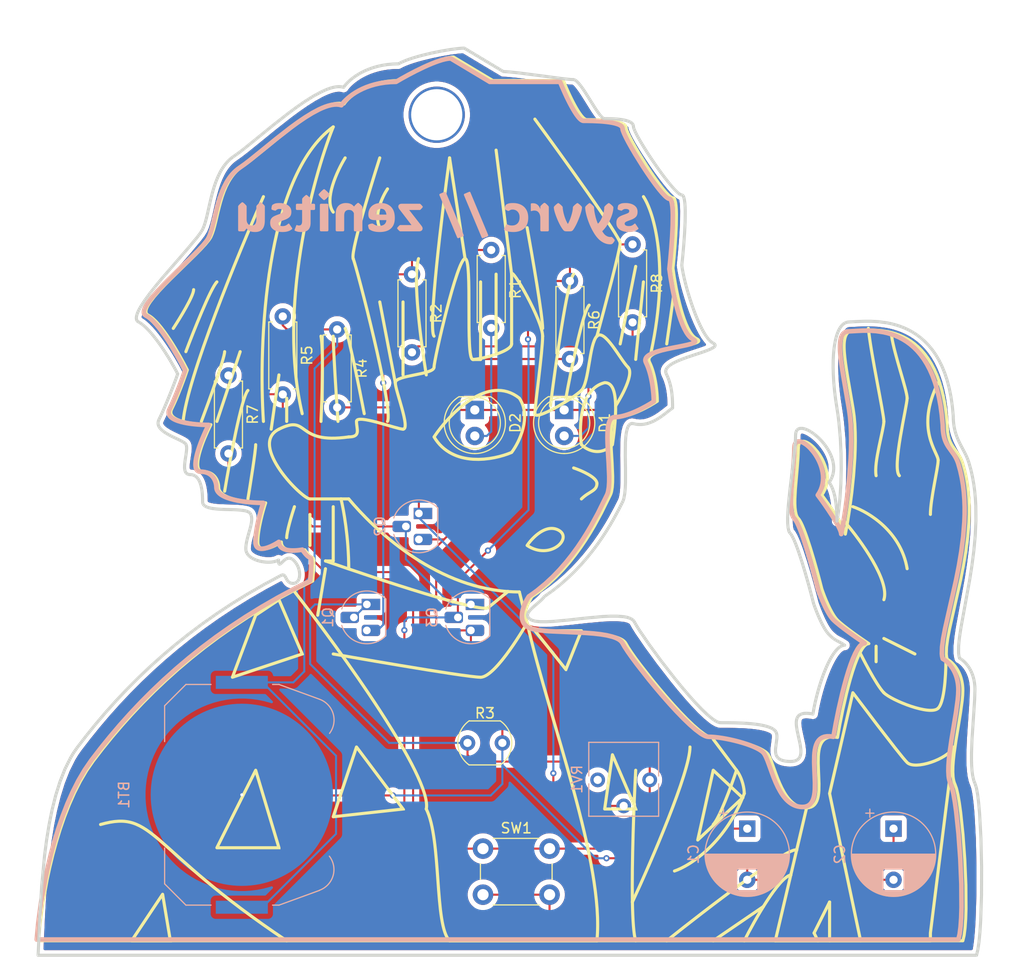
<source format=kicad_pcb>
(kicad_pcb (version 20241229) (generator "pcbnew") (generator_version "9.0")
  (layers (0 "F.Cu" signal) (2 "B.Cu" signal) (13 "F.Paste" user) (15 "B.Paste" user) (5 "F.SilkS" user "F.Silkscreen") (7 "B.SilkS" user "B.Silkscreen") (1 "F.Mask" user) (3 "B.Mask" user) (25 "Edge.Cuts" user))
  (net 0 "")
  (net 1 "Net-(BT1-+)")
  (net 2 "GND")
  (net 3 "Net-(Q1-B)")
  (net 4 "Net-(C2-Pad1)")
  (net 5 "Net-(D1-A)")
  (net 6 "Net-(D2-A)")
  (net 7 "Net-(Q1-E)")
  (net 8 "Net-(Q2-B)")
  (net 9 "Net-(Q2-C)")
  (net 10 "Net-(Q3-B)")
  (footprint "Resistor_THT:R_Axial_DIN0207_L6.3mm_D2.5mm_P7.62mm_Horizontal" (layer "F.Cu") (at 157.024996 71.505 -90)
    (property "Reference" "R8")
    (property "Value" "2.2M")
  )
  (footprint "Resistor_THT:R_Axial_DIN0207_L6.3mm_D2.5mm_P7.62mm_Horizontal" (layer "F.Cu") (at 122.866996 78.543 -90)
    (property "Reference" "R5")
    (property "Value" "4.7K")
  )
  (footprint "Resistor_THT:R_Axial_DIN0207_L6.3mm_D2.5mm_P7.62mm_Horizontal" (layer "F.Cu") (at 143.220996 72.051 -90)
    (property "Reference" "R1")
    (property "Value" "470")
  )
  (footprint "Button_Switch_THT:SW_PUSH_6mm" (layer "F.Cu") (at 142.415996 130.541)
    (property "Reference" "SW1")
    (property "Value" "SW_Push")
  )
  (footprint "Resistor_THT:R_Axial_DIN0207_L6.3mm_D2.5mm_P7.62mm_Horizontal" (layer "F.Cu") (at 117.558996 84.315 -90)
    (property "Reference" "R7")
    (property "Value" "47K")
  )
  (footprint "OptoDevice:R_LDR_5.1x4.3mm_P3.4mm_Vertical" (layer "F.Cu") (at 140.907996 120.212)
    (property "Reference" "R3")
    (property "Value" "R_Photo")
  )
  (footprint "Resistor_THT:R_Axial_DIN0207_L6.3mm_D2.5mm_P7.62mm_Horizontal" (layer "F.Cu") (at 150.908996 75.083 -90)
    (property "Reference" "R6")
    (property "Value" "100K")
  )
  (footprint "Resistor_THT:R_Axial_DIN0207_L6.3mm_D2.5mm_P7.62mm_Horizontal" (layer "F.Cu") (at 128.175996 79.812 -90)
    (property "Reference" "R4")
    (property "Value" "220")
  )
  (footprint "LED_THT:LED_D5.0mm" (layer "F.Cu") (at 150.343996 87.677 -90)
    (property "Reference" "D1")
    (property "Value" "LED")
  )
  (footprint "Resistor_THT:R_Axial_DIN0207_L6.3mm_D2.5mm_P7.62mm_Horizontal" (layer "F.Cu") (at 135.483996 74.429 -90)
    (property "Reference" "R2")
    (property "Value" "470")
  )
  (footprint "LED_THT:LED_D5.0mm" (layer "F.Cu") (at 141.616998 87.68 -90)
    (property "Reference" "D2")
    (property "Value" "LED")
  )
  (footprint "Package_TO_SOT_THT:TO-92L_HandSolder" (layer "B.Cu") (at 131.075372 106.68 -90)
    (property "Reference" "Q1")
    (property "Value" "NPN")
  )
  (footprint "Package_TO_SOT_THT:TO-92L_HandSolder" (layer "B.Cu") (at 141.235372 106.68 -90)
    (property "Reference" "Q3")
    (property "Value" "NPN")
  )
  (footprint "Battery:BatteryHolder_Keystone_3034_1x20mm" (layer "B.Cu") (at 118.865372 125.282 -90)
    (property "Reference" "BT1")
    (property "Value" "Battery_Cell")
  )
  (footprint "Package_TO_SOT_THT:TO-92L_HandSolder" (layer "B.Cu") (at 136.155372 97.79 -90)
    (property "Reference" "Q2")
    (property "Value" "NPN")
  )
  (footprint "Capacitor_THT:CP_Radial_D8.0mm_P5.00mm" (layer "B.Cu") (at 168.222872 128.5875 -90)
    (property "Reference" "C1")
    (property "Value" "10uF")
  )
  (footprint "Potentiometer_THT:Potentiometer_Vishay_T73YP_Vertical" (layer "B.Cu") (at 158.697872 123.825 -90)
    (property "Reference" "RV1")
    (property "Value" "R_Potentiometer")
  )
  (footprint "Capacitor_THT:CP_Radial_D8.0mm_P5.00mm" (layer "B.Cu") (at 182.510372 128.5875 -90)
    (property "Reference" "C2")
    (property "Value" "470nF")
  )
  (gr_line (start 142.182112 82.741813) (end 141.424744 82.741813) (stroke (width 0.302947)) (layer "F.SilkS"))
  (gr_line (start 141.424744 82.741813) (end 142.182112 82.741813) (stroke (width 0.302947)) (layer "F.SilkS"))
  (gr_curve (pts (xy 157.329356 122.882412) (xy 157.157133 126.156667) (xy 156.937644 131.87784) (xy 157.008539 135.757694)) (stroke (width 0.302947)) (layer "F.SilkS"))
  (gr_curve (pts (xy 152.027921 85.771292) (xy 151.27055 86.528662) (xy 147.483703 88.800771) (xy 147.483703 88.043401)) (stroke (width 0.302947)) (layer "F.SilkS"))
  (gr_curve (pts (xy 153.542662 94.85973) (xy 153.542662 95.6171) (xy 152.785291 95.6171) (xy 152.027921 96.374468)) (stroke (width 0.302947)) (layer "F.SilkS"))
  (gr_line (start 175.127547 139.544547) (end 176.263603 139.544547) (stroke (width 0.302947)) (layer "F.SilkS"))
  (gr_curve (pts (xy 120.97576 88.800771) (xy 120.470899 81.227074) (xy 121.127236 64.867888) (xy 127.792089 60.020722)) (stroke (width 0.302947)) (layer "F.SilkS"))
  (gr_line (start 167.932532 125.154518) (end 167.769247 125.572131) (stroke (width 0.302947)) (layer "F.SilkS"))
  (gr_curve (pts (xy 157.008539 135.757694) (xy 158.882567 131.718343) (xy 162.630944 123.033883) (xy 162.630944 120.6103)) (stroke (width 0.302947)) (layer "F.SilkS"))
  (gr_poly (pts (xy 111.887323 139.544547) (xy 108.100474 139.544547) (xy 111.129954 135.000329)) (stroke (width 0.302947)) (fill no) (layer "F.SilkS"))
  (gr_curve (pts (xy 186.109409 97.889207) (xy 186.109409 96.374468) (xy 186.866779 93.344992) (xy 186.866779 92.587621)) (stroke (width 0.302947)) (layer "F.SilkS"))
  (gr_curve (pts (xy 155.814768 71.381267) (xy 155.814768 71.987163) (xy 154.300027 77.692734) (xy 153.542662 80.469704)) (stroke (width 0.302947)) (layer "F.SilkS"))
  (gr_line (start 128.549457 96.374468) (end 129.306827 96.374468) (stroke (width 0.302947)) (layer "F.SilkS"))
  (gr_curve (pts (xy 158.08688 66.837049) (xy 159.096754 68.351789) (xy 160.661938 73.501902) (xy 158.84425 81.984445)) (stroke (width 0.302947)) (layer "F.SilkS"))
  (gr_curve (pts (xy 151.27055 93.344992) (xy 152.027921 93.597499) (xy 153.542662 94.253836) (xy 153.542662 94.85973)) (stroke (width 0.302947)) (layer "F.SilkS"))
  (gr_curve (pts (xy 112.170413 79.712336) (xy 112.83343 78.702459) (xy 114.159282 76.53138) (xy 114.159282 75.925486)) (stroke (width 0.302947)) (layer "F.SilkS"))
  (gr_line (start 172.476756 133.106903) (end 173.046293 130.686804) (stroke (width 0.302947)) (layer "F.SilkS"))
  (gr_line (start 180.80782 112.279236) (end 180.80782 110.764494) (stroke (width 0.302947)) (layer "F.SilkS"))
  (gr_curve (pts (xy 160.358838 139.544547) (xy 164.272926 136.416456) (xy 172.289982 130.265401) (xy 173.046293 130.686804)) (stroke (width 0.302947)) (layer "F.SilkS"))
  (gr_curve (pts (xy 167.932532 139.544547) (xy 168.942407 137.52494) (xy 171.264962 133.40985) (xy 172.476756 133.106903)) (stroke (width 0.302947)) (layer "F.SilkS"))
  (gr_curve (pts (xy 175.127547 139.544547) (xy 175.001322 139.292086) (xy 174.875086 139.039631) (xy 174.748862 138.787176)) (stroke (width 0.302947)) (layer "F.SilkS"))
  (gr_curve (pts (xy 167.175167 122.882412) (xy 166.670301 124.397147) (xy 165.50895 127.5781) (xy 164.903056 128.184)) (stroke (width 0.302947)) (layer "F.SilkS"))
  (gr_curve (pts (xy 181.565191 88.800771) (xy 181.565191 89.558142) (xy 180.555464 92.840128) (xy 180.80782 94.102359)) (stroke (width 0.302947)) (layer "F.SilkS"))
  (gr_curve (pts (xy 186.866779 116.823453) (xy 187.62415 116.066083) (xy 187.62415 112.279236) (xy 187.62415 112.279236)) (stroke (width 0.302947)) (layer "F.SilkS"))
  (gr_poly (pts (xy 143.379517 55.496603) (xy 150.264159 55.496603) (xy 150.48405 56.026381) (xy 150.751766 56.630776) (xy 150.899075 56.946963) (xy 151.05296 57.265017) (xy 151.211629 57.579339) (xy 151.373287 57.884334) (xy 151.536142 58.174406) (xy 151.6984 58.443959) (xy 151.858268 58.687395) (xy 152.013952 58.89912) (xy 152.089665 58.991341) (xy 152.163659 59.073536) (xy 152.235711 59.145005) (xy 152.305597 59.205048) (xy 152.373092 59.252966) (xy 152.437971 59.288059) (xy 152.500012 59.309628) (xy 152.558989 59.316973) (xy 152.942953 59.318465) (xy 153.479309 59.328911) (xy 154.105307 59.357265) (xy 154.432313 59.380956) (xy 154.758198 59.412481) (xy 155.07512 59.45296) (xy 155.375233 59.503512) (xy 155.650695 59.565257) (xy 155.893662 59.639313) (xy 156.000509 59.681308) (xy 156.09629 59.7268) (xy 156.180026 59.77593) (xy 156.250736 59.828837) (xy 156.307439 59.885662) (xy 156.349155 59.946544) (xy 156.374904 60.011622) (xy 156.383705 60.081038) (xy 156.3947 60.16799) (xy 156.426847 60.284182) (xy 156.549549 60.595891) (xy 156.741726 60.999377) (xy 156.993293 61.477851) (xy 157.294165 62.014525) (xy 157.634256 62.59261) (xy 158.391757 63.805861) (xy 158.788997 64.407449) (xy 159.185115 64.983295) (xy 159.570028 65.51661) (xy 159.933649 65.990606) (xy 160.265893 66.388493) (xy 160.556676 66.693484) (xy 160.683368 66.805897) (xy 160.795913 66.88879) (xy 160.893049 66.940065) (xy 160.973517 66.957623) (xy 161.028082 66.970845) (xy 161.077165 67.009669) (xy 161.120963 67.072838) (xy 161.159671 67.159091) (xy 161.222605 67.395816) (xy 161.267536 67.709769) (xy 161.296031 68.090879) (xy 161.309661 68.529071) (xy 161.2986 69.53641) (xy 161.246904 70.651198) (xy 161.167123 71.792848) (xy 161.071811 72.880774) (xy 160.973517 73.834388) (xy 161.095118 74.689777) (xy 161.267522 75.682469) (xy 161.372215 76.209037) (xy 161.488937 76.744411) (xy 161.617462 77.280084) (xy 161.757566 77.80755) (xy 161.909026 78.318301) (xy 162.071617 78.803831) (xy 162.245114 79.255634) (xy 162.429293 79.665203) (xy 162.623931 80.02403) (xy 162.725101 80.181758) (xy 162.828801 80.32361) (xy 162.935004 80.448524) (xy 163.043682 80.555436) (xy 163.154805 80.643283) (xy 163.268347 80.711002) (xy 163.387613 80.780462) (xy 163.460517 80.845865) (xy 163.49 80.90763) (xy 163.479005 80.966178) (xy 163.430472 81.021928) (xy 163.347344 81.075301) (xy 163.089063 81.176589) (xy 162.727695 81.273401) (xy 162.286769 81.369096) (xy 161.260371 81.570561) (xy 160.72196 81.683048) (xy 160.198116 81.807848) (xy 159.712369 81.948318) (xy 159.288252 82.107818) (xy 159.106657 82.195752) (xy 158.949294 82.289703) (xy 158.819103 82.39009) (xy 158.719026 82.497333) (xy 158.652005 82.611852) (xy 158.620981 82.734065) (xy 158.628894 82.864394) (xy 158.678687 83.003257) (xy 158.788125 83.239212) (xy 158.887254 83.487036) (xy 158.976522 83.744266) (xy 159.056378 84.008439) (xy 159.12727 84.277093) (xy 159.189646 84.547763) (xy 159.243954 84.817989) (xy 159.290642 85.085305) (xy 159.330159 85.347251) (xy 159.362953 85.601362) (xy 159.410164 86.076229) (xy 159.435862 86.490204) (xy 159.443631 86.823584) (xy 159.109858 87.035498) (xy 158.695397 87.27725) (xy 158.219972 87.530934) (xy 157.965562 87.656655) (xy 157.703308 87.778645) (xy 157.435676 87.894665) (xy 157.165131 88.002478) (xy 156.894138 88.099844) (xy 156.625164 88.184527) (xy 156.360674 88.254287) (xy 156.103133 88.306886) (xy 155.855007 88.340088) (xy 155.618762 88.351652) (xy 155.484136 88.369234) (xy 155.366457 88.420672) (xy 155.264747 88.50401) (xy 155.178023 88.617287) (xy 155.105306 88.758545) (xy 155.045614 88.925826) (xy 154.997969 89.117171) (xy 154.961389 89.330621) (xy 154.917501 89.816002) (xy 154.906109 90.3663) (xy 154.919369 90.965846) (xy 154.949436 91.598969) (xy 155.02862 92.903274) (xy 155.080911 94.153859) (xy 155.077363 94.719834) (xy 155.04356 95.22537) (xy 154.97166 95.6548) (xy 154.918972 95.836077) (xy 154.853818 95.992453) (xy 153.981303 97.759331) (xy 153.307489 99.000941) (xy 152.907271 99.679949) (xy 152.463351 100.385821) (xy 151.974608 101.109601) (xy 151.439922 101.842336) (xy 150.858171 102.575072) (xy 150.228235 103.298854) (xy 149.548994 104.004728) (xy 148.819326 104.68374) (xy 148.038111 105.326936) (xy 147.627823 105.632304) (xy 147.204228 105.925361) (xy 147.10676 106.078878) (xy 147.007644 106.250978) (xy 146.910018 106.438749) (xy 146.81702 106.639281) (xy 146.731789 106.849664) (xy 146.657461 107.066988) (xy 146.597174 107.288342) (xy 146.573277 107.39962) (xy 146.554068 107.510815) (xy 146.539937 107.621562) (xy 146.531278 107.731497) (xy 146.528483 107.840258) (xy 146.531944 107.947478) (xy 146.542054 108.052796) (xy 146.559204 108.155848) (xy 146.583787 108.256268) (xy 146.616195 108.353695) (xy 146.65682 108.447763) (xy 146.706054 108.538109) (xy 146.764291 108.624369) (xy 146.831921 108.70618) (xy 146.909338 108.783177) (xy 146.996933 108.854997) (xy 147.095099 108.921276) (xy 147.204228 108.981651) (xy 147.363006 109.048918) (xy 147.551057 109.107932) (xy 148.006574 109.203996) (xy 148.55397 109.275438) (xy 149.176439 109.327855) (xy 152.080879 109.45919) (xy 152.826594 109.500422) (xy 153.546534 109.556205) (xy 154.223893 109.632136) (xy 154.841864 109.733811) (xy 155.383638 109.866826) (xy 155.620699 109.946834) (xy 155.832408 110.036777) (xy 156.016664 110.137352) (xy 156.171366 110.24926) (xy 156.294413 110.3732) (xy 156.383705 110.509872) (xy 156.587455 110.86466) (xy 156.90214 111.342568) (xy 157.313192 111.92345) (xy 157.806045 112.587158) (xy 158.978883 114.08247) (xy 159.629734 114.873779) (xy 160.304115 115.667327) (xy 160.987462 116.442969) (xy 161.665205 117.180557) (xy 162.322777 117.859944) (xy 162.945613 118.460984) (xy 163.519143 118.96353) (xy 164.028802 119.347435) (xy 164.255127 119.488602) (xy 164.460021 119.592553) (xy 164.641663 119.65677) (xy 164.798233 119.678735) (xy 165.102083 119.687502) (xy 165.436191 119.713057) (xy 165.794952 119.754281) (xy 166.172765 119.810054) (xy 166.564026 119.879258) (xy 166.963131 119.960772) (xy 167.364479 120.053479) (xy 167.762466 120.156258) (xy 168.151488 120.26799) (xy 168.525944 120.387557) (xy 168.880229 120.513839) (xy 169.208741 120.645717) (xy 169.505876 120.782072) (xy 169.766032 120.921784) (xy 169.983606 121.063734) (xy 170.074674 121.135199) (xy 170.152994 121.206804) (xy 170.223975 121.289247) (xy 170.293777 121.39231) (xy 170.431571 121.654234) (xy 170.569824 121.980451) (xy 170.711985 122.358835) (xy 171.021819 123.223613) (xy 171.196389 123.685757) (xy 171.388657 124.151572) (xy 171.602072 124.608935) (xy 171.840082 125.04572) (xy 171.969387 125.252608) (xy 172.106134 125.449804) (xy 172.250753 125.635794) (xy 172.403676 125.809062) (xy 172.565334 125.968093) (xy 172.736157 126.11137) (xy 172.916576 126.237379) (xy 173.107023 126.344604) (xy 173.307928 126.431529) (xy 173.519723 126.496639) (xy 173.742839 126.538418) (xy 173.977705 126.555351) (xy 174.234451 126.537761) (xy 174.454838 126.477791) (xy 174.641462 126.378408) (xy 174.796919 126.242575) (xy 174.923805 126.073259) (xy 175.024718 125.873424) (xy 175.102254 125.646035) (xy 175.159009 125.394057) (xy 175.197579 125.120455) (xy 175.220562 124.828194) (xy 175.230149 124.199554) (xy 175.17651 122.848821) (xy 175.154828 122.174168) (xy 175.164267 121.531617) (xy 175.187147 121.229791) (xy 175.225597 120.944886) (xy 175.282213 120.679866) (xy 175.359591 120.437696) (xy 175.460327 120.221342) (xy 175.587019 120.033767) (xy 175.742263 119.877937) (xy 175.928654 119.756817) (xy 176.148791 119.673372) (xy 176.405268 119.630567) (xy 176.700683 119.631366) (xy 177.037631 119.678735) (xy 177.265292 118.407271) (xy 177.558706 116.956728) (xy 177.907112 115.434554) (xy 178.098575 114.680182) (xy 178.29975 113.948195) (xy 178.509293 113.252024) (xy 178.725858 112.6051) (xy 178.948101 112.020854) (xy 179.174677 111.512716) (xy 179.40424 111.094118) (xy 179.519722 110.922594) (xy 179.635446 110.778491) (xy 179.751244 110.663488) (xy 179.866949 110.579265) (xy 179.982391 110.5275) (xy 180.097404 110.509872) (xy 179.382663 110.022749) (xy 178.954475 109.721881) (xy 178.510151 109.401913) (xy 178.072998 109.077174) (xy 177.666322 108.761992) (xy 177.313431 108.470695) (xy 177.164438 108.338482) (xy 177.037631 108.217614) (xy 176.922403 108.090937) (xy 176.806652 107.942102) (xy 176.691048 107.77402) (xy 176.576266 107.589598) (xy 176.462976 107.391749) (xy 176.351851 107.18338) (xy 176.243564 106.967403) (xy 176.138787 106.746726) (xy 175.94245 106.302915) (xy 175.768221 105.875224) (xy 175.621477 105.486933) (xy 175.507597 105.161319) (xy 175.287705 104.305887) (xy 175.019988 103.313175) (xy 174.718793 102.251231) (xy 174.398467 101.188102) (xy 174.073355 100.191838) (xy 173.913488 99.740045) (xy 173.757804 99.330486) (xy 173.608096 98.971666) (xy 173.466159 98.672093) (xy 173.333785 98.440271) (xy 173.271745 98.352426) (xy 173.212767 98.284708) (xy 173.145466 98.204252) (xy 173.086708 98.106727) (xy 173.036074 97.992975) (xy 172.993143 97.863834) (xy 172.928713 97.562743) (xy 172.890055 97.210169) (xy 172.873807 96.812828) (xy 172.876608 96.377434) (xy 172.925912 95.419349) (xy 173.105197 93.342017) (xy 173.181393 92.330212) (xy 173.204363 91.854527) (xy 173.212767 91.407942) (xy 173.224973 91.211477) (xy 173.260305 91.050919) (xy 173.316833 90.92487) (xy 173.392631 90.83193) (xy 173.485767 90.770701) (xy 173.594316 90.739783) (xy 173.716346 90.737777) (xy 173.849931 90.763286) (xy 173.99314 90.814909) (xy 174.144046 90.891248) (xy 174.30072 90.990904) (xy 174.461233 91.112478) (xy 174.623657 91.254572) (xy 174.786063 91.415785) (xy 175.103105 91.789978) (xy 175.253884 92.000159) (xy 175.396931 92.223865) (xy 175.530316 92.459697) (xy 175.652111 92.706255) (xy 175.760387 92.962142) (xy 175.853217 93.225958) (xy 175.92867 93.496303) (xy 175.984818 93.77178) (xy 176.019733 94.05099) (xy 176.031486 94.332532) (xy 176.018148 94.61501) (xy 175.977791 94.897023) (xy 175.908486 95.177172) (xy 175.808305 95.45406) (xy 175.675318 95.726286) (xy 175.507597 95.992453) (xy 175.825876 96.42405) (xy 176.188962 96.933241) (xy 176.569966 97.487793) (xy 176.941997 98.055472) (xy 177.116244 98.33416) (xy 177.278163 98.604043) (xy 177.424395 98.86109) (xy 177.551576 99.101273) (xy 177.656346 99.320563) (xy 177.735343 99.514929) (xy 177.785206 99.680343) (xy 177.798162 99.750934) (xy 177.802574 99.812776) (xy 178.006929 98.706673) (xy 178.223251 97.343891) (xy 178.430023 95.792477) (xy 178.605728 94.12048) (xy 178.728848 92.395948) (xy 178.763964 91.535246) (xy 178.777865 90.686928) (xy 178.767861 89.8595) (xy 178.731263 89.061469) (xy 178.66538 88.301339) (xy 178.567523 87.587618) (xy 178.029669 84.459739) (xy 177.920418 83.784094) (xy 177.827974 83.155457) (xy 177.755701 82.576065) (xy 177.706958 82.048157) (xy 177.692461 81.80421) (xy 177.685108 81.573973) (xy 177.685318 81.357726) (xy 177.693512 81.15575) (xy 177.71011 80.968324) (xy 177.735532 80.795727) (xy 177.770198 80.638241) (xy 177.814529 80.496143) (xy 177.868945 80.369716) (xy 177.933865 80.259237) (xy 178.009711 80.164987) (xy 178.096902 80.087246) (xy 178.195858 80.026294) (xy 178.307001 79.98241) (xy 178.430749 79.955875) (xy 178.567523 79.946967) (xy 179.369822 79.902194) (xy 179.917204 79.876448) (xy 180.539664 79.875325) (xy 181.220393 79.918971) (xy 181.942582 80.027533) (xy 182.313972 80.112454) (xy 182.689424 80.221158) (xy 183.066837 80.356166) (xy 183.444111 80.519993) (xy 183.819143 80.715161) (xy 184.189833 80.944185) (xy 184.55408 81.209585) (xy 184.909782 81.51388) (xy 185.25484 81.859587) (xy 185.587151 82.249225) (xy 185.904616 82.685312) (xy 186.205131 83.170367) (xy 186.486598 83.706908) (xy 186.746914 84.297452) (xy 186.983979 84.94452) (xy 187.195691 85.650629) (xy 187.37995 86.418296) (xy 187.534654 87.250042) (xy 187.657703 88.148383) (xy 187.746995 89.115839) (xy 187.750031 89.324107) (xy 187.758942 89.519609) (xy 187.773429 89.703049) (xy 187.793193 89.87513) (xy 187.817935 90.036554) (xy 187.847357 90.188026) (xy 187.881161 90.330248) (xy 187.919047 90.463923) (xy 187.960718 90.589755) (xy 188.005875 90.708446) (xy 188.054218 90.820699) (xy 188.10545 90.927219) (xy 188.159272 91.028707) (xy 188.215386 91.125866) (xy 188.333292 91.310014) (xy 188.83686 92.014098) (xy 188.898473 92.110053) (xy 188.958795 92.210116) (xy 189.017526 92.314992) (xy 189.074368 92.425384) (xy 189.129024 92.541993) (xy 189.181194 92.665524) (xy 189.230579 92.79668) (xy 189.276881 92.936163) (xy 189.465549 93.613328) (xy 189.616967 94.303415) (xy 189.733334 95.004612) (xy 189.816849 95.715111) (xy 189.869712 96.433101) (xy 189.894123 97.156773) (xy 189.89228 97.884318) (xy 189.866383 98.613924) (xy 189.751225 100.072087) (xy 189.566244 101.516782) (xy 189.329033 102.933533) (xy 189.057188 104.307861) (xy 187.975368 109.091391) (xy 187.794277 110.036439) (xy 187.684121 110.852198) (xy 187.662495 111.524189) (xy 187.69038 111.801747) (xy 187.746995 112.037935) (xy 187.848224 112.094074) (xy 187.959162 112.167154) (xy 188.077568 112.257399) (xy 188.201202 112.365032) (xy 188.327822 112.490276) (xy 188.455188 112.633355) (xy 188.581059 112.794493) (xy 188.703194 112.973913) (xy 188.819352 113.171837) (xy 188.927292 113.388491) (xy 189.024774 113.624096) (xy 189.109557 113.878877) (xy 189.1794 114.153057) (xy 189.232063 114.446859) (xy 189.251251 114.601189) (xy 189.265303 114.760507) (xy 189.27394 114.924843) (xy 189.276881 115.094224) (xy 189.259887 115.55816) (xy 189.212638 116.083653) (xy 189.049789 117.279022) (xy 188.607555 119.96523) (xy 188.417813 121.294896) (xy 188.350394 121.921112) (xy 188.308748 122.508153) (xy 188.298476 123.045944) (xy 188.325181 123.524414) (xy 188.35415 123.738255) (xy 188.394465 123.933488) (xy 188.446826 124.108854) (xy 188.511933 124.263093) (xy 188.654987 124.661371) (xy 188.7958 125.264467) (xy 188.932131 126.0444) (xy 189.061738 126.97319) (xy 189.291819 129.165418) (xy 189.468114 131.617306) (xy 189.572696 134.105008) (xy 189.587637 136.404679) (xy 189.555889 137.414052) (xy 189.495008 138.292474) (xy 189.402752 139.011966) (xy 189.276881 139.544547) (xy 99.012038 139.544547) (xy 99.164732 137.893143) (xy 99.439938 135.874615) (xy 99.850206 133.594625) (xy 100.10991 132.3896) (xy 100.408086 131.158832) (xy 100.746302 129.915529) (xy 101.126128 128.672897) (xy 101.549133 127.444145) (xy 102.016884 126.24248) (xy 102.53095 125.08111) (xy 103.092902 123.973241) (xy 103.704306 122.932082) (xy 104.366733 121.970841) (xy 105.24722 120.826124) (xy 106.168596 119.68541) (xy 107.132457 118.550532) (xy 108.140402 117.423321) (xy 109.194027 116.305607) (xy 110.294929 115.199221) (xy 111.444707 114.105996) (xy 112.644956 113.027762) (xy 113.897275 111.96635) (xy 115.203261 110.923592) (xy 116.564511 109.901319) (xy 117.982623 108.901362) (xy 119.459193 107.925552) (xy 120.995819 106.975721) (xy 122.594098 106.053699) (xy 124.255627 105.161319) (xy 124.744852 104.91241) (xy 125.242953 104.664166) (xy 125.785514 104.397287) (xy 125.821363 104.039122) (xy 125.852731 103.672002) (xy 125.881112 103.251158) (xy 125.897543 102.830314) (xy 125.898477 102.636681) (xy 125.893062 102.463194) (xy 125.880178 102.31657) (xy 125.858706 102.203524) (xy 125.844399 102.161692) (xy 125.827525 102.130772) (xy 125.807943 102.111605) (xy 125.785514 102.105029) (xy 125.76089 102.102837) (xy 125.734912 102.096449) (xy 125.707719 102.086143) (xy 125.679452 102.0722) (xy 125.650251 102.054899) (xy 125.620255 102.03452) (xy 125.589606 102.011344) (xy 125.558442 101.985649) (xy 125.495133 101.927825) (xy 125.43145 101.863285) (xy 125.368512 101.794268) (xy 125.307442 101.723013) (xy 125.249358 101.651758) (xy 125.195383 101.582742) (xy 125.104241 101.460377) (xy 125.020568 101.340998) (xy 124.921962 101.358305) (xy 124.662001 101.393514) (xy 124.48832 101.409998) (xy 124.294469 101.421555) (xy 124.087173 101.425054) (xy 123.873153 101.41736) (xy 123.659133 101.395338) (xy 123.554224 101.377976) (xy 123.451837 101.355857) (xy 123.35281 101.328589) (xy 123.257986 101.295781) (xy 123.168204 101.257041) (xy 123.084305 101.211978) (xy 123.007129 101.160199) (xy 122.937517 101.101313) (xy 122.876308 101.034928) (xy 122.824344 100.960653) (xy 122.782465 100.878096) (xy 122.75151 100.786864) (xy 122.732321 100.686568) (xy 122.725738 100.576813) (xy 122.573906 100.674192) (xy 122.407503 100.773211) (xy 122.229893 100.870738) (xy 122.044437 100.963638) (xy 121.854497 101.048778) (xy 121.663435 101.123023) (xy 121.568534 101.15508) (xy 121.474613 101.183239) (xy 121.382093 101.207108) (xy 121.291393 101.226294) (xy 121.202935 101.240406) (xy 121.117138 101.249052) (xy 121.034422 101.25184) (xy 120.955208 101.248379) (xy 120.879917 101.238278) (xy 120.808967 101.221143) (xy 120.742781 101.196584) (xy 120.681776 101.164209) (xy 120.626375 101.123626) (xy 120.576998 101.074443) (xy 120.534064 101.016268) (xy 120.497993 100.948711) (xy 120.469207 100.871378) (xy 120.448125 100.783879) (xy 120.435168 100.685821) (xy 120.430756 100.576813) (xy 120.436546 100.340858) (xy 120.453168 100.093034) (xy 120.479503 99.835804) (xy 120.514429 99.57163) (xy 120.556825 99.302977) (xy 120.605571 99.032306) (xy 120.717629 98.494763) (xy 120.841637 97.978706) (xy 120.968629 97.503839) (xy 121.089638 97.089865) (xy 121.195699 96.756487) (xy 120.892037 96.752755) (xy 120.559242 96.740965) (xy 120.204037 96.72022) (xy 119.833144 96.689625) (xy 119.453287 96.648286) (xy 119.071189 96.595307) (xy 118.693572 96.529794) (xy 118.327162 96.45085) (xy 117.978679 96.357582) (xy 117.654848 96.249094) (xy 117.504278 96.188862) (xy 117.362392 96.12449) (xy 117.23003 96.055866) (xy 117.108033 95.982876) (xy 116.997242 95.905411) (xy 116.898496 95.823358) (xy 116.812636 95.736604) (xy 116.740502 95.645038) (xy 116.682935 95.548549) (xy 116.640776 95.447024) (xy 116.614863 95.340351) (xy 116.606039 95.228418) (xy 116.602304 95.127308) (xy 116.590502 95.016497) (xy 116.569735 94.898224) (xy 116.539107 94.774728) (xy 116.497722 94.648247) (xy 116.444685 94.521019) (xy 116.413515 94.457825) (xy 116.379097 94.395284) (xy 116.341316 94.333676) (xy 116.300063 94.27328) (xy 116.255223 94.214377) (xy 116.206686 94.157246) (xy 116.154339 94.102167) (xy 116.09807 94.04942) (xy 116.037767 93.999284) (xy 115.973318 93.95204) (xy 115.904612 93.907968) (xy 115.831535 93.867346) (xy 115.753976 93.830456) (xy 115.671823 93.797576) (xy 115.584964 93.768988) (xy 115.493286 93.744969) (xy 115.396679 93.725801) (xy 115.295028 93.711763) (xy 115.188224 93.703135) (xy 115.076153 93.700197) (xy 114.968494 93.691383) (xy 114.874646 93.6655) (xy 114.794075 93.623389) (xy 114.726251 93.565888) (xy 114.67064 93.493836) (xy 114.626711 93.408074) (xy 114.593931 93.309441) (xy 114.571768 93.198776) (xy 114.55969 93.076918) (xy 114.557164 92.944708) (xy 114.578641 92.652586) (xy 114.63194 92.329126) (xy 114.712805 91.981044) (xy 114.816976 91.615054) (xy 114.940196 91.237873) (xy 115.078207 90.856216) (xy 115.226751 90.476799) (xy 115.538406 89.751546) (xy 115.841096 89.115839) (xy 115.539301 89.112108) (xy 115.212404 89.100317) (xy 114.867578 89.079571) (xy 114.511993 89.048975) (xy 114.152821 89.007634) (xy 113.797234 88.954652) (xy 113.452404 88.889133) (xy 113.125502 88.810184) (xy 112.823699 88.716907) (xy 112.684452 88.664617) (xy 112.554168 88.608409) (xy 112.433745 88.548171) (xy 112.32408 88.483793) (xy 112.226068 88.415161) (xy 112.140606 88.342164) (xy 112.068591 88.264691) (xy 112.010918 88.182628) (xy 111.968486 88.095864) (xy 111.942189 88.004288) (xy 111.932924 87.907787) (xy 111.941588 87.80625) (xy 111.969077 87.699564) (xy 112.016288 87.587618) (xy 112.247269 87.103796) (xy 112.477651 86.582372) (xy 112.702057 86.043046) (xy 112.91511 85.505513) (xy 113.111434 84.989474) (xy 113.285652 84.514625) (xy 113.546265 83.767291) (xy 113.212495 83.12378) (xy 112.798039 82.372835) (xy 112.322621 81.564594) (xy 112.068215 81.154655) (xy 111.805965 80.749194) (xy 111.538336 80.354477) (xy 111.267794 79.976771) (xy 110.996804 79.622345) (xy 110.727831 79.297465) (xy 110.463342 79.008397) (xy 110.205801 78.76141) (xy 110.080407 78.655656) (xy 109.957675 78.562771) (xy 109.837912 78.48354) (xy 109.721427 78.418746) (xy 109.602206 78.333943) (xy 109.529628 78.223817) (xy 109.501031 78.089906) (xy 109.513754 77.93375) (xy 109.565136 77.756888) (xy 109.652515 77.560858) (xy 109.773231 77.3472) (xy 109.924622 77.117453) (xy 110.308783 76.615846) (xy 110.783708 76.068349) (xy 111.328107 75.487275) (xy 111.920689 74.884936) (xy 114.347043 72.509162) (xy 114.861185 71.985174) (xy 115.295769 71.513794) (xy 115.629502 71.107331) (xy 115.751897 70.932291) (xy 115.841096 70.778099) (xy 115.976306 70.465816) (xy 116.098069 70.106527) (xy 116.210869 69.706948) (xy 116.319186 69.273793) (xy 116.540302 68.333618) (xy 116.662066 67.840028) (xy 116.797275 67.339724) (xy 116.950413 66.839421) (xy 117.125962 66.345835) (xy 117.328403 65.865679) (xy 117.562219 65.40567) (xy 117.692293 65.185319) (xy 117.831891 64.972524) (xy 117.981575 64.768122) (xy 118.141903 64.572954) (xy 118.313436 64.387859) (xy 118.496735 64.213677) (xy 118.69236 64.051246) (xy 118.90087 63.901407) (xy 119.365515 63.572536) (xy 119.892912 63.168674) (xy 121.100105 62.194184) (xy 122.450733 61.094339) (xy 123.873077 59.985539) (xy 124.588731 59.464157) (xy 125.295421 58.984187) (xy 125.984182 58.560179) (xy 126.646048 58.206684) (xy 126.964095 58.060925) (xy 127.272057 57.93825) (xy 127.568812 57.840479) (xy 127.853242 57.76943) (xy 128.124224 57.726922) (xy 128.380639 57.714773) (xy 128.621366 57.734802) (xy 128.845284 57.788828) (xy 128.955853 57.637169) (xy 129.096303 57.47096) (xy 129.266634 57.293558) (xy 129.466847 57.108322) (xy 129.69694 56.918609) (xy 129.956914 56.727776) (xy 130.246768 56.539183) (xy 130.566503 56.356186) (xy 130.916118 56.182142) (xy 131.295612 56.020411) (xy 131.704986 55.874349) (xy 132.144239 55.747315) (xy 132.613372 55.642665) (xy 133.112383 55.563758) (xy 133.641274 55.513951) (xy 134.200042 55.496603) (xy 134.745975 55.17874) (xy 135.402459 54.816106) (xy 136.131845 54.435563) (xy 136.896486 54.063974) (xy 137.280262 53.889932) (xy 137.658735 53.728201) (xy 138.027196 53.582139) (xy 138.380942 53.455105) (xy 138.715266 53.350455) (xy 139.025462 53.271548) (xy 139.306823 53.221742) (xy 139.554645 53.204394)) (stroke (width 0.302947)) (fill no) (layer "F.SilkS"))
  (gr_curve (pts (xy 147.483703 59.263352) (xy 150.260676 63.0502) (xy 155.814768 70.775373) (xy 155.814768 71.381267)) (stroke (width 0.302947)) (layer "F.SilkS"))
  (gr_curve (pts (xy 150.513032 86.528662) (xy 151.017888 83.75169) (xy 152.179244 78.046121) (xy 152.785138 77.440224)) (stroke (width 0.302947)) (layer "F.SilkS"))
  (gr_curve (pts (xy 140.667374 72.896007) (xy 139.910003 72.896007) (xy 137.637895 82.741813) (xy 137.637895 83.499183)) (stroke (width 0.302947)) (layer "F.SilkS"))
  (gr_curve (pts (xy 113.402063 81.984445) (xy 114.159433 79.964843) (xy 115.825646 75.774013) (xy 116.431542 75.168116)) (stroke (width 0.302947)) (layer "F.SilkS"))
  (gr_curve (pts (xy 143.696851 62.29283) (xy 144.201766 66.332137) (xy 144.706676 70.37144) (xy 145.211592 74.410746)) (stroke (width 0.302947)) (layer "F.SilkS"))
  (gr_curve (pts (xy 146.726333 69.866527) (xy 147.231346 72.6435) (xy 148.241074 78.500545) (xy 148.241074 79.712336)) (stroke (width 0.302947)) (layer "F.SilkS"))
  (gr_curve (pts (xy 120.97576 66.837049) (xy 118.5237 72.391144) (xy 113.52203 84.559503) (xy 113.132136 88.800771)) (stroke (width 0.302947)) (layer "F.SilkS"))
  (gr_line (start 123.247718 88.800771) (end 123.247718 86.528662) (stroke (width 0.302947)) (layer "F.SilkS"))
  (gr_curve (pts (xy 153.542662 139.544547) (xy 154.300027 131.970847) (xy 148.998439 118.338194) (xy 146.726333 108.492383)) (stroke (width 0.302947)) (layer "F.SilkS"))
  (gr_curve (pts (xy 148.241074 80.469704) (xy 148.241074 78.954965) (xy 145.211592 73.653377) (xy 145.211592 74.410746)) (stroke (width 0.302947)) (layer "F.SilkS"))
  (gr_curve (pts (xy 158.08688 75.168116) (xy 157.834419 77.692682) (xy 157.581969 80.217249) (xy 157.329509 82.741813)) (stroke (width 0.302947)) (layer "F.SilkS"))
  (gr_curve (pts (xy 127.792089 111.521865) (xy 127.792089 111.521865) (xy 140.667374 113.793971) (xy 142.182112 113.793971)) (stroke (width 0.302947)) (layer "F.SilkS"))
  (gr_curve (pts (xy 181.565191 115.308712) (xy 182.322561 116.066083) (xy 186.109409 117.580824) (xy 186.866779 116.823453)) (stroke (width 0.302947)) (layer "F.SilkS"))
  (gr_line (start 127.034718 102.43343) (end 127.791939 102.43343) (stroke (width 0.302947)) (layer "F.SilkS"))
  (gr_poly (pts (xy 157.329509 126.669259) (xy 154.300027 126.669259) (xy 155.057397 121.367671)) (stroke (width 0.302947)) (fill no) (layer "F.SilkS"))
  (gr_curve (pts (xy 128.549457 96.374468) (xy 128.801966 97.384346) (xy 129.306827 100.161318) (xy 129.306827 103.190795)) (stroke (width 0.302947)) (layer "F.SilkS"))
  (gr_curve (pts (xy 128.2559 88.800771) (xy 128.101246 86.528662) (xy 127.791939 81.681495) (xy 127.791939 80.469704)) (stroke (width 0.302947)) (layer "F.SilkS"))
  (gr_curve (pts (xy 128.955258 63.0502) (xy 128.179709 64.312479) (xy 126.86113 67.139996) (xy 127.791939 68.351789)) (stroke (width 0.302947)) (layer "F.SilkS"))
  (gr_line (start 127.034718 103.190795) (end 126.277348 107.735018) (stroke (width 0.302947)) (layer "F.SilkS"))
  (gr_curve (pts (xy 127.034718 102.43343) (xy 132.0838 104.200669) (xy 142.333589 107.583542) (xy 142.939483 106.977647)) (stroke (width 0.302947)) (layer "F.SilkS"))
  (gr_curve (pts (xy 161.116209 132.728218) (xy 162.586715 132.238049) (xy 165.913236 130.129835) (xy 167.769247 125.572131)) (stroke (width 0.302947)) (layer "F.SilkS"))
  (gr_curve (pts (xy 133.851045 85.013924) (xy 133.851045 85.771292) (xy 135.365786 89.558142) (xy 134.608415 89.558142)) (stroke (width 0.302947)) (layer "F.SilkS"))
  (gr_line (start 176.263603 135.757694) (end 176.263603 139.544547) (stroke (width 0.302947)) (layer "F.SilkS"))
  (gr_line (start 116.431542 88.800771) (end 118.703651 81.984445) (stroke (width 0.302947)) (layer "F.SilkS"))
  (gr_line (start 125.51998 100.918689) (end 125.51998 97.889207) (stroke (width 0.302947)) (layer "F.SilkS"))
  (gr_curve (pts (xy 145.211592 81.227074) (xy 145.211592 81.984445) (xy 142.182112 82.741813) (xy 141.424744 82.741813)) (stroke (width 0.302947)) (layer "F.SilkS"))
  (gr_poly (pts (xy 144.204971 85.78346) (xy 144.504979 85.827943) (xy 144.803323 85.902353) (xy 145.099448 86.00816) (xy 145.392799 86.146834) (xy 145.682822 86.319845) (xy 145.968962 86.528662) (xy 146.075555 86.700929) (xy 146.168474 86.876653) (xy 146.248246 87.055446) (xy 146.315399 87.23692) (xy 146.370459 87.420686) (xy 146.413953 87.606357) (xy 146.446408 87.793544) (xy 146.468351 87.981859) (xy 146.48031 88.170913) (xy 146.482811 88.360319) (xy 146.461547 88.73863) (xy 146.408775 89.113688) (xy 146.328711 89.482386) (xy 146.225572 89.841616) (xy 146.103572 90.188274) (xy 145.966927 90.519254) (xy 145.819854 90.831448) (xy 145.666568 91.121751) (xy 145.511285 91.387056) (xy 145.358221 91.624258) (xy 145.211592 91.830251) (xy 144.855272 91.971333) (xy 144.45332 92.106868) (xy 144.01217 92.231309) (xy 143.538257 92.339109) (xy 143.038015 92.42472) (xy 142.517878 92.482595) (xy 141.984282 92.507188) (xy 141.443659 92.49295) (xy 141.172724 92.469537) (xy 140.902446 92.434335) (xy 140.633628 92.386653) (xy 140.367076 92.325796) (xy 140.103592 92.251072) (xy 139.843983 92.161786) (xy 139.589052 92.057245) (xy 139.339603 91.936757) (xy 139.096441 91.799627) (xy 138.86037 91.645162) (xy 138.632194 91.472669) (xy 138.412718 91.281455) (xy 138.202745 91.070825) (xy 138.003081 90.840087) (xy 137.814529 90.588547) (xy 137.637895 90.315512) (xy 137.947795 89.871925) (xy 138.306511 89.401047) (xy 138.709603 88.914636) (xy 139.152635 88.424454) (xy 139.631168 87.942259) (xy 140.140766 87.479812) (xy 140.676989 87.048873) (xy 140.953699 86.848894) (xy 141.235401 86.661202) (xy 141.521542 86.487267) (xy 141.811565 86.328559) (xy 142.104916 86.186547) (xy 142.401041 86.062703) (xy 142.699384 85.958495) (xy 142.999392 85.875394) (xy 143.30051 85.81487) (xy 143.602182 85.778393) (xy 143.903854 85.767433)) (stroke (width 0.302947)) (fill no) (layer "F.SilkS"))
  (gr_curve (pts (xy 129.742316 72.896007) (xy 130.064198 73.653377) (xy 133.699571 87.58898) (xy 133.093677 88.800771)) (stroke (width 0.302947)) (layer "F.SilkS"))
  (gr_curve (pts (xy 180.05045 79.712336) (xy 180.302954 82.236952) (xy 181.565191 88.043401) (xy 181.565191 88.800771)) (stroke (width 0.302947)) (layer "F.SilkS"))
  (gr_line (start 127.791939 102.43343) (end 127.791939 97.131839) (stroke (width 0.302947)) (layer "F.SilkS"))
  (gr_curve (pts (xy 153.542662 80.469704) (xy 152.785291 81.227074) (xy 152.785291 85.013924) (xy 152.027921 85.771292)) (stroke (width 0.302947)) (layer "F.SilkS"))
  (gr_line (start 139.152636 139.544547) (end 153.542662 139.544547) (stroke (width 0.302947)) (layer "F.SilkS"))
  (gr_curve (pts (xy 173.991491 126.669259) (xy 173.676429 128.008446) (xy 173.361361 129.347622) (xy 173.046293 130.686804)) (stroke (width 0.302947)) (layer "F.SilkS"))
  (gr_curve (pts (xy 132.336306 77.125915) (xy 132.841222 79.755253) (xy 133.346132 82.384587) (xy 133.851045 85.013924)) (stroke (width 0.302947)) (layer "F.SilkS"))
  (gr_curve (pts (xy 130.064198 88.800771) (xy 130.064198 89.558142) (xy 130.518618 90.315512) (xy 129.306827 90.315512)) (stroke (width 0.302947)) (layer "F.SilkS"))
  (gr_curve (pts (xy 122.490501 89.558142) (xy 119.461021 91.07288) (xy 124.762609 96.374468) (xy 125.51998 96.374468)) (stroke (width 0.302947)) (layer "F.SilkS"))
  (gr_curve (pts (xy 178.535709 97.131839) (xy 180.05045 97.636702) (xy 183.231403 99.555424) (xy 183.837297 103.190795)) (stroke (width 0.302947)) (layer "F.SilkS"))
  (gr_curve (pts (xy 127.792089 60.020722) (xy 125.772487 65.069848) (xy 122.339024 77.743174) (xy 124.762609 88.043401)) (stroke (width 0.302947)) (layer "F.SilkS"))
  (gr_line (start 142.182112 75.168116) (end 142.182112 82.741813) (stroke (width 0.302947)) (layer "F.SilkS"))
  (gr_poly (pts (xy 149.183851 99.254337) (xy 149.298428 99.264012) (xy 149.413079 99.283339) (xy 149.527637 99.31279) (xy 149.641936 99.352835) (xy 149.755809 99.403948) (xy 149.886838 99.479227) (xy 149.996371 99.562411) (xy 150.085102 99.652529) (xy 150.153725 99.74861) (xy 150.202932 99.849684) (xy 150.233419 99.954779) (xy 150.245877 100.062926) (xy 150.241 100.173152) (xy 150.219482 100.284488) (xy 150.182015 100.395962) (xy 150.129294 100.506605) (xy 150.062012 100.615445) (xy 149.980862 100.721511) (xy 149.886537 100.823832) (xy 149.779732 100.921439) (xy 149.661139 101.01336) (xy 149.531451 101.098624) (xy 149.391363 101.176261) (xy 149.241567 101.2453) (xy 149.082757 101.30477) (xy 148.915626 101.353701) (xy 148.740868 101.391121) (xy 148.559176 101.41606) (xy 148.371244 101.427547) (xy 148.177764 101.424612) (xy 147.979431 101.406283) (xy 147.776937 101.37159) (xy 147.570976 101.319562) (xy 147.362242 101.249229) (xy 147.151428 101.15962) (xy 146.939227 101.049763) (xy 146.726333 100.918689) (xy 146.830241 100.77021) (xy 146.951755 100.611303) (xy 147.089542 100.445739) (xy 147.242271 100.277291) (xy 147.40861 100.10973) (xy 147.587229 99.946829) (xy 147.776794 99.79236) (xy 147.975975 99.650094) (xy 148.078756 99.584716) (xy 148.183441 99.523804) (xy 148.289864 99.467829) (xy 148.397859 99.417262) (xy 148.507259 99.372575) (xy 148.617898 99.334239) (xy 148.72961 99.302727) (xy 148.842227 99.278509) (xy 148.955584 99.262057) (xy 149.069514 99.253843)) (stroke (width 0.302947)) (fill no) (layer "F.SilkS"))
  (gr_line (start 121.732977 89.558142) (end 122.49035 84.256554) (stroke (width 0.302947)) (layer "F.SilkS"))
  (gr_line (start 179.293079 139.544547) (end 176.263603 139.544547) (stroke (width 0.302947)) (layer "F.SilkS"))
  (gr_curve (pts (xy 179.293079 111.521865) (xy 179.293079 111.521865) (xy 180.80782 114.551342) (xy 181.565191 115.308712)) (stroke (width 0.302947)) (layer "F.SilkS"))
  (gr_curve (pts (xy 177.778344 98.646577) (xy 179.293079 100.413822) (xy 182.171085 104.402589) (xy 181.565191 106.220277)) (stroke (width 0.302947)) (layer "F.SilkS"))
  (gr_curve (pts (xy 183.837297 86.528662) (xy 183.837297 87.286033) (xy 182.322561 93.344992) (xy 183.079932 94.102359)) (stroke (width 0.302947)) (layer "F.SilkS"))
  (gr_line (start 134.608265 84.256554) (end 134.608265 77.125915) (stroke (width 0.302947)) (layer "F.SilkS"))
  (gr_curve (pts (xy 147.483703 88.043401) (xy 147.483703 87.286033) (xy 148.241074 81.984445) (xy 148.241074 80.469704)) (stroke (width 0.302947)) (layer "F.SilkS"))
  (gr_curve (pts (xy 105.070996 128.184) (xy 110.372583 126.669259) (xy 109.615214 130.456106) (xy 123.247868 139.544547)) (stroke (width 0.302947)) (layer "F.SilkS"))
  (gr_curve (pts (xy 133.093677 66.079679) (xy 132.588813 66.837049) (xy 131.730412 68.654736) (xy 132.336306 69.866527)) (stroke (width 0.302947)) (layer "F.SilkS"))
  (gr_curve (pts (xy 146.726333 108.492383) (xy 146.473872 107.482557) (xy 146.221423 106.472737) (xy 145.968962 105.462906)) (stroke (width 0.302947)) (layer "F.SilkS"))
  (gr_line (start 164.903056 139.544547) (end 169.799905 136.199702) (stroke (width 0.302947)) (layer "F.SilkS"))
  (gr_curve (pts (xy 129.306827 96.374468) (xy 131.711172 99.259744) (xy 137.504902 104.893058) (xy 144.85563 105.422766)) (stroke (width 0.302947)) (layer "F.SilkS"))
  (gr_curve (pts (xy 130.821418 88.043401) (xy 130.33473 85.518785) (xy 129.28017 80.31823) (xy 128.955258 79.712336)) (stroke (width 0.302947)) (layer "F.SilkS"))
  (gr_curve (pts (xy 155.369282 87.286033) (xy 155.369282 87.286033) (xy 157.329509 84.256554) (xy 156.572138 83.499183)) (stroke (width 0.302947)) (layer "F.SilkS"))
  (gr_line (start 145.211592 74.410746) (end 145.211592 81.227074) (stroke (width 0.302947)) (layer "F.SilkS"))
  (gr_curve (pts (xy 129.306827 90.315512) (xy 124.005239 91.07288) (xy 125.51998 88.043401) (xy 122.490501 89.558142)) (stroke (width 0.302947)) (layer "F.SilkS"))
  (gr_curve (pts (xy 182.322561 80.469704) (xy 182.575066 82.236952) (xy 183.837297 85.771292) (xy 183.837297 86.528662)) (stroke (width 0.302947)) (layer "F.SilkS"))
  (gr_line (start 143.696851 74.410746) (end 143.696851 81.984445) (stroke (width 0.302947)) (layer "F.SilkS"))
  (gr_curve (pts (xy 119.461021 96.374468) (xy 119.713528 94.85973) (xy 120.21839 91.678777) (xy 120.21839 91.07288)) (stroke (width 0.302947)) (layer "F.SilkS"))
  (gr_curve (pts (xy 186.866779 92.587621) (xy 186.866779 91.830251) (xy 184.594668 89.558142) (xy 186.866779 85.013924)) (stroke (width 0.302947)) (layer "F.SilkS"))
  (gr_poly (pts (xy 122.490501 130.456106) (xy 116.431542 130.456106) (xy 120.21839 122.882412)) (stroke (width 0.302947)) (fill no) (layer "F.SilkS"))
  (gr_poly (pts (xy 167.769247 125.572132) (xy 163.388315 129.698741) (xy 164.903056 122.882412)) (stroke (width 0.302947)) (fill no) (layer "F.SilkS"))
  (gr_poly (pts (xy 134.608415 126.669259) (xy 127.792089 127.42663) (xy 130.064198 120.6103)) (stroke (width 0.302947)) (fill no) (layer "F.SilkS"))
  (gr_curve (pts (xy 145.968962 105.462906) (xy 145.594066 105.462906) (xy 145.222953 105.44912) (xy 144.85563 105.422766)) (stroke (width 0.302947)) (layer "F.SilkS"))
  (gr_poly (pts (xy 150.51318 113.036606) (xy 147.483703 109.249753) (xy 152.027921 109.249753)) (stroke (width 0.302947)) (fill no) (layer "F.SilkS"))
  (gr_curve (pts (xy 132.336306 63.0502) (xy 132.336306 63.0502) (xy 129.420434 72.138638) (xy 129.742316 72.896007)) (stroke (width 0.302947)) (layer "F.SilkS"))
  (gr_curve (pts (xy 134.608415 89.558142) (xy 134.002521 89.558142) (xy 130.064198 88.043401) (xy 130.064198 88.800771)) (stroke (width 0.302947)) (layer "F.SilkS"))
  (gr_curve (pts (xy 141.424744 82.741813) (xy 140.667374 82.741813) (xy 141.424744 72.896007) (xy 140.667374 72.896007)) (stroke (width 0.302947)) (layer "F.SilkS"))
  (gr_curve (pts (xy 114.916802 88.800771) (xy 115.674171 86.781169) (xy 117.188911 82.590339) (xy 117.188911 81.984445)) (stroke (width 0.302947)) (layer "F.SilkS"))
  (gr_line (start 164.903056 119.85293) (end 167.175167 122.882412) (stroke (width 0.302947)) (layer "F.SilkS"))
  (gr_curve (pts (xy 157.329356 139.544547) (xy 157.137139 138.967579) (xy 157.041402 137.561755) (xy 157.008539 135.757694)) (stroke (width 0.302947)) (layer "F.SilkS"))
  (gr_line (start 157.329509 73.653377) (end 155.814768 81.227074) (stroke (width 0.302947)) (layer "F.SilkS"))
  (gr_curve (pts (xy 136.880374 84.256554) (xy 136.37551 81.227074) (xy 135.517106 74.713695) (xy 136.123006 72.896007)) (stroke (width 0.302947)) (layer "F.SilkS"))
  (gr_curve (pts (xy 172.476756 133.106903) (xy 171.97184 135.252784) (xy 171.466925 137.39866) (xy 170.962015 139.544547)) (stroke (width 0.302947)) (layer "F.SilkS"))
  (gr_curve (pts (xy 148.998291 87.286033) (xy 149.503152 83.246676) (xy 150.664503 75.016642) (xy 151.270397 74.410746)) (stroke (width 0.302947)) (layer "F.SilkS"))
  (gr_curve (pts (xy 167.175167 122.882412) (xy 167.781056 123.69022) (xy 167.932532 124.733721) (xy 167.932532 125.154518)) (stroke (width 0.302947)) (layer "F.SilkS"))
  (gr_curve (pts (xy 156.572138 83.499183) (xy 155.814768 82.741813) (xy 154.300027 79.712336) (xy 153.542662 80.469704)) (stroke (width 0.302947)) (layer "F.SilkS"))
  (gr_curve (pts (xy 126.59499 88.800771) (xy 126.700869 86.528662) (xy 126.849165 81.681495) (xy 126.59499 80.469704)) (stroke (width 0.302947)) (layer "F.SilkS"))
  (gr_line (start 142.939483 106.977647) (end 144.85563 105.422766) (stroke (width 0.302947)) (layer "F.SilkS"))
  (gr_poly (pts (xy 180.902491 118.432863) (xy 182.68941 120.740474) (xy 183.392048 121.614704) (xy 183.652948 121.92368) (xy 183.837297 122.125041) (xy 183.915248 122.19077) (xy 184.006485 122.246154) (xy 184.110092 122.291497) (xy 184.225153 122.327105) (xy 184.350755 122.353283) (xy 184.48598 122.370336) (xy 184.629915 122.378569) (xy 184.781643 122.378287) (xy 185.10482 122.353399) (xy 185.448188 122.298113) (xy 185.804425 122.214869) (xy 186.16621 122.106108) (xy 186.52622 121.97427) (xy 186.877132 121.821798) (xy 187.211625 121.651131) (xy 187.522377 121.464709) (xy 187.802064 121.264975) (xy 187.92797 121.160878) (xy 188.043365 121.054368) (xy 188.147333 120.94575) (xy 188.238958 120.83533) (xy 188.317325 120.723411) (xy 188.38152 120.6103) (xy 187.150792 130.456106) (xy 186.109409 138.787176) (xy 186.109409 139.544547) (xy 179.293079 139.544547) (xy 176.263603 125.154518) (xy 178.535709 115.308712)) (stroke (width 0.302947)) (fill no) (layer "F.SilkS"))
  (gr_curve (pts (xy 136.880524 126.669259) (xy 138.395265 129.698741) (xy 137.637895 138.029806) (xy 139.152636 139.544547)) (stroke (width 0.302947)) (layer "F.SilkS"))
  (gr_line (start 170.962015 139.544547) (end 175.127547 139.544547) (stroke (width 0.302947)) (layer "F.SilkS"))
  (gr_line (start 174.748862 138.787176) (end 176.263603 135.757694) (stroke (width 0.302947)) (layer "F.SilkS"))
  (gr_curve (pts (xy 139.152636 63.0502) (xy 139.657548 66.332137) (xy 140.162458 69.614071) (xy 140.667374 72.896007)) (stroke (width 0.302947)) (layer "F.SilkS"))
  (gr_curve (pts (xy 181.565191 110.007124) (xy 182.575016 110.512034) (xy 183.584842 111.016955) (xy 184.594668 111.521865)) (stroke (width 0.302947)) (layer "F.SilkS"))
  (gr_poly (pts (xy 124.762609 111.521865) (xy 117.946282 113.793971) (xy 120.21839 107.735018) (xy 122.490501 106.220277)) (stroke (width 0.302947)) (fill no) (layer "F.SilkS"))
  (gr_poly (pts (xy 154.396987 85.018368) (xy 154.49324 85.032881) (xy 154.588078 85.059236) (xy 154.680791 85.099206) (xy 154.770669 85.154563) (xy 154.857002 85.22708) (xy 154.939082 85.31853) (xy 155.016197 85.430685) (xy 155.08764 85.565318) (xy 155.152699 85.724202) (xy 155.210667 85.909108) (xy 155.260832 86.121811) (xy 155.302486 86.364082) (xy 155.334919 86.637694) (xy 155.35742 86.94442) (xy 155.369282 87.286033) (xy 155.370183 87.634772) (xy 155.36081 88.016312) (xy 155.340602 88.432054) (xy 155.308997 88.883401) (xy 155.265435 89.371754) (xy 155.209355 89.898517) (xy 155.140196 90.465092) (xy 155.057397 91.07288) (xy 154.943524 91.180929) (xy 154.829225 91.278124) (xy 154.714667 91.364853) (xy 154.600016 91.441504) (xy 154.485439 91.508466) (xy 154.371102 91.566128) (xy 154.257172 91.614876) (xy 154.143815 91.655101) (xy 154.031198 91.68719) (xy 153.919486 91.711531) (xy 153.808847 91.728513) (xy 153.699447 91.738524) (xy 153.591452 91.741952) (xy 153.485029 91.739187) (xy 153.380344 91.730615) (xy 153.277563 91.716626) (xy 153.176854 91.697607) (xy 153.078382 91.673948) (xy 152.982314 91.646036) (xy 152.888817 91.614259) (xy 152.798056 91.579007) (xy 152.710199 91.540667) (xy 152.543859 91.456278) (xy 152.39113 91.364198) (xy 152.253343 91.267534) (xy 152.13183 91.169392) (xy 152.027921 91.07288) (xy 151.9852 90.720259) (xy 151.95365 90.329993) (xy 151.936154 89.909404) (xy 151.935597 89.465815) (xy 151.954863 89.006548) (xy 151.996837 88.538924) (xy 152.064402 88.070266) (xy 152.160443 87.607896) (xy 152.220044 87.381356) (xy 152.287845 87.159134) (xy 152.364208 86.942146) (xy 152.449492 86.731305) (xy 152.544058 86.527528) (xy 152.648267 86.331729) (xy 152.762479 86.144824) (xy 152.887055 85.967729) (xy 153.022356 85.801358) (xy 153.168741 85.646626) (xy 153.326572 85.50445) (xy 153.496209 85.375743) (xy 153.678012 85.261422) (xy 153.872343 85.162402) (xy 154.079561 85.079597) (xy 154.300027 85.013924)) (stroke (width 0.302947)) (fill no) (layer "F.SilkS"))
  (gr_curve (pts (xy 117.188911 95.6171) (xy 117.693773 92.587621) (xy 118.855126 86.377189) (xy 119.461021 85.771292)) (stroke (width 0.302947)) (layer "F.SilkS"))
  (gr_curve (pts (xy 137.637895 80.469704) (xy 137.032 79.863809) (xy 138.395265 68.604296) (xy 139.152636 63.0502)) (stroke (width 0.302947)) (layer "F.SilkS"))
  (gr_curve (pts (xy 137.637895 83.499183) (xy 137.637895 84.256554) (xy 133.851045 84.256554) (xy 133.851045 85.013924)) (stroke (width 0.302947)) (layer "F.SilkS"))
  (gr_curve (pts (xy 123.247718 100.161318) (xy 123.247718 99.555424) (xy 123.752732 97.889207) (xy 124.005239 97.131839)) (stroke (width 0.302947)) (layer "F.SilkS"))
  (gr_line (start 125.51998 96.374468) (end 128.549457 96.374468) (stroke (width 0.302947)) (layer "F.SilkS"))
  (gr_line (start 160.358986 81.227074) (end 161.116356 75.925486) (stroke (width 0.302947)) (layer "F.SilkS"))
  (gr_curve (pts (xy 142.182112 113.793971) (xy 143.696851 113.793971) (xy 146.726333 108.492383) (xy 146.726333 108.492383)) (stroke (width 0.302947)) (layer "F.SilkS"))
  (gr_curve (pts (xy 124.005239 105.422766) (xy 128.549457 111.242548) (xy 137.486421 123.639782) (xy 136.880524 126.669259)) (stroke (width 0.302947)) (layer "F.SilkS"))
  (gr_poly (pts (xy 136.222446 67.529557) (xy 136.227594 67.529773) (xy 136.232661 67.530134) (xy 136.237645 67.530638) (xy 136.242546 67.531287) (xy 136.247366 67.53208) (xy 136.252102 67.533017) (xy 136.256756 67.534098) (xy 136.261326 67.535323) (xy 136.265814 67.536693) (xy 136.270218 67.538207) (xy 136.274538 67.539864) (xy 136.278775 67.541666) (xy 136.282928 67.543613) (xy 136.286998 67.545703) (xy 136.290983 67.547938) (xy 136.318176 67.570709) (xy 136.345696 67.595539) (xy 136.373542 67.622428) (xy 136.401715 67.651377) (xy 136.430216 67.682385) (xy 136.459043 67.715452) (xy 136.488196 67.75058) (xy 136.517677 67.787766) (xy 136.520229 67.79135) (xy 136.522616 67.79485) (xy 136.524837 67.798268) (xy 136.526892 67.801604) (xy 136.528783 67.804857) (xy 136.530508 67.808028) (xy 136.532067 67.811117) (xy 136.533462 67.814123) (xy 136.534693 67.817047) (xy 136.535758 67.819888) (xy 136.53666 67.822647) (xy 136.537397 67.825324) (xy 136.53797 67.827918) (xy 136.538379 67.830431) (xy 136.538624 67.83286) (xy 136.538706 67.835208) (xy 136.538624 67.837256) (xy 136.538379 67.839448) (xy 136.53797 67.841784) (xy 136.537397 67.844264) (xy 136.53666 67.846888) (xy 136.535758 67.849657) (xy 136.534693 67.85257) (xy 136.533462 67.855627) (xy 136.532067 67.858829) (xy 136.530508 67.862175) (xy 136.528783 67.865665) (xy 136.526892 67.8693) (xy 136.522616 67.877002) (xy 136.517677 67.885281) (xy 136.488196 67.922465) (xy 136.459043 67.957589) (xy 136.430216 67.990655) (xy 136.401715 68.021662) (xy 136.387588 68.036394) (xy 136.373542 68.050611) (xy 136.359578 68.064314) (xy 136.345696 68.077502) (xy 136.331895 68.090176) (xy 136.318176 68.102335) (xy 136.304538 68.11398) (xy 136.290983 68.12511) (xy 136.287611 68.127343) (xy 136.284073 68.129431) (xy 136.280369 68.131376) (xy 136.2765 68.133177) (xy 136.272465 68.134834) (xy 136.268265 68.136346) (xy 136.2639 68.137715) (xy 136.25937 68.13894) (xy 136.254676 68.140021) (xy 136.249817 68.140957) (xy 136.244793 68.14175) (xy 136.239606 68.142399) (xy 136.234254 68.142903) (xy 136.228738 68.143263) (xy 136.223059 68.14348) (xy 136.217216 68.143552) (xy 135.207771 68.143552) (xy 136.401745 69.674777) (xy 136.416715 69.69442) (xy 136.430677 69.713816) (xy 136.44363 69.732964) (xy 136.455573 69.751866) (xy 136.466508 69.770521) (xy 136.476434 69.788929) (xy 136.485352 69.80709) (xy 136.493262 69.825003) (xy 136.500164 69.84267) (xy 136.506057 69.86009) (xy 136.510943 69.877262) (xy 136.514822 69.894187) (xy 136.517693 69.910865) (xy 136.519557 69.927296) (xy 136.520414 69.94348) (xy 136.520264 69.959417) (xy 136.518945 69.974705) (xy 136.516969 69.989602) (xy 136.514336 70.004108) (xy 136.511046 70.018222) (xy 136.507099 70.031945) (xy 136.502494 70.045277) (xy 136.49723 70.058218) (xy 136.491308 70.070767) (xy 136.484728 70.082925) (xy 136.477488 70.094692) (xy 136.469588 70.106067) (xy 136.461029 70.117052) (xy 136.451809 70.127645) (xy 136.441929 70.137847) (xy 136.431388 70.147658) (xy 136.420186 70.157078) (xy 136.408499 70.165695) (xy 136.396503 70.173756) (xy 136.384198 70.181261) (xy 136.371584 70.188211) (xy 136.358662 70.194604) (xy 136.34543 70.200441) (xy 136.33189 70.205722) (xy 136.318039 70.210447) (xy 136.303879 70.214616) (xy 136.289409 70.218229) (xy 136.27463 70.221287) (xy 136.25954 70.223788) (xy 136.244139 70.225734) (xy 136.228429 70.227123) (xy 136.212407 70.227957) (xy 136.196075 70.228235) (xy 134.351257 70.228235) (xy 134.346027 70.228163) (xy 134.340879 70.227947) (xy 134.335812 70.227586) (xy 134.330828 70.227082) (xy 134.325926 70.226433) (xy 134.321107 70.22564) (xy 134.316371 70.224703) (xy 134.311717 70.223622) (xy 134.307146 70.222396) (xy 134.302659 70.221027) (xy 134.298255 70.219513) (xy 134.293934 70.217855) (xy 134.289697 70.216053) (xy 134.285544 70.214107) (xy 134.281475 70.212016) (xy 134.27749 70.209782) (xy 134.250297 70.187011) (xy 134.222777 70.162181) (xy 134.194931 70.135291) (xy 134.166757 70.106343) (xy 134.138257 70.075335) (xy 134.10943 70.042267) (xy 134.080276 70.00714) (xy 134.050796 69.969953) (xy 134.048244 69.96637) (xy 134.045857 69.962869) (xy 134.043636 69.959451) (xy 134.041581 69.956115) (xy 134.03969 69.952862) (xy 134.037966 69.949691) (xy 134.036406 69.946603) (xy 134.035011 69.943596) (xy 134.03378 69.940673) (xy 134.032715 69.937831) (xy 134.031813 69.935072) (xy 134.031076 69.932395) (xy 134.030503 69.929801) (xy 134.030094 69.927289) (xy 134.029849 69.924859) (xy 134.029767 69.922511) (xy 134.029849 69.920464) (xy 134.030094 69.918272) (xy 134.030503 69.915936) (xy 134.031076 69.913456) (xy 134.031813 69.910831) (xy 134.032715 69.908062) (xy 134.03378 69.905149) (xy 134.035011 69.902092) (xy 134.036406 69.898891) (xy 134.037966 69.895545) (xy 134.03969 69.892055) (xy 134.041581 69.88842) (xy 134.045857 69.880718) (xy 134.050796 69.872438) (xy 134.080276 69.835255) (xy 134.10943 69.800131) (xy 134.138257 69.767065) (xy 134.166757 69.736057) (xy 134.180885 69.721325) (xy 134.194931 69.707108) (xy 134.208895 69.693405) (xy 134.222777 69.680217) (xy 134.236578 69.667543) (xy 134.250297 69.655384) (xy 134.263935 69.643739) (xy 134.27749 69.632609) (xy 134.280862 69.630377) (xy 134.2844 69.628288) (xy 134.288104 69.626343) (xy 134.291973 69.624543) (xy 134.296008 69.622886) (xy 134.300208 69.621373) (xy 134.304572 69.620004) (xy 134.309102 69.61878) (xy 134.313797 69.617699) (xy 134.318656 69.616762) (xy 134.323679 69.61597) (xy 134.328867 69.615321) (xy 134.334219 69.614817) (xy 134.339734 69.614456) (xy 134.345414 69.61424) (xy 134.351257 69.614168) (xy 135.434467 69.614168) (xy 134.259049 68.0803) (xy 134.239535 68.054109) (xy 134.221856 68.028249) (xy 134.206011 68.002717) (xy 134.192 67.977515) (xy 134.179822 67.952643) (xy 134.169478 67.9281) (xy 134.160967 67.903886) (xy 134.154289 67.880002) (xy 134.149445 67.856447) (xy 134.146433 67.833222) (xy 134.145254 67.810326) (xy 134.145907 67.787759) (xy 134.148392 67.765522) (xy 134.15271 67.743615) (xy 134.15886 67.722037) (xy 134.166842 67.700788) (xy 134.176472 67.680044) (xy 134.187609 67.660639) (xy 134.200252 67.642572) (xy 134.214402 67.625843) (xy 134.230057 67.610452) (xy 134.247217 67.5964) (xy 134.265882 67.583686) (xy 134.28605 67.572311) (xy 134.307723 67.562273) (xy 134.330898 67.553574) (xy 134.355576 67.546214) (xy 134.381756 67.540191) (xy 134.409438 67.535507) (xy 134.43862 67.532161) (xy 134.469304 67.530154) (xy 134.501487 67.529485) (xy 136.217216 67.529485)) (fill yes) (layer "B.SilkS"))
  (gr_poly (pts (xy 141.10879 66.360045) (xy 141.11392 66.360328) (xy 141.118926 66.360889) (xy 141.123808 66.361728) (xy 141.128567 66.362845) (xy 141.133201 66.36424) (xy 141.137712 66.365912) (xy 141.142099 66.367863) (xy 141.146362 66.370092) (xy 141.150501 66.372599) (xy 141.154516 66.375384) (xy 141.158407 66.378446) (xy 141.162175 66.381787) (xy 141.165818 66.385406) (xy 141.169338 66.389302) (xy 141.172734 66.393477) (xy 141.176006 66.397929) (xy 141.179154 66.40266) (xy 141.182178 66.407668) (xy 141.185079 66.412955) (xy 141.187855 66.418519) (xy 141.190508 66.424362) (xy 141.193037 66.430482) (xy 142.919336 70.573484) (xy 142.92167 70.579684) (xy 142.923735 70.585766) (xy 142.925533 70.59173) (xy 142.927064 70.597575) (xy 142.928327 70.603302) (xy 142.929322 70.60891) (xy 142.93005 70.6144) (xy 142.930511 70.619772) (xy 142.930704 70.625025) (xy 142.93063 70.630159) (xy 142.930288 70.635176) (xy 142.929678 70.640073) (xy 142.928801 70.644853) (xy 142.927657 70.649514) (xy 142.926245 70.654056) (xy 142.924565 70.65848) (xy 142.922618 70.662786) (xy 142.920404 70.666973) (xy 142.917922 70.671042) (xy 142.915172 70.674993) (xy 142.912155 70.678825) (xy 142.908871 70.682538) (xy 142.905319 70.686134) (xy 142.901499 70.689611) (xy 142.897412 70.69297) (xy 142.893058 70.69621) (xy 142.888436 70.699332) (xy 142.883547 70.702335) (xy 142.87839 70.705221) (xy 142.872965 70.707988) (xy 142.867273 70.710636) (xy 142.861314 70.713166) (xy 142.42378 70.889743) (xy 142.41853 70.891906) (xy 142.413322 70.89378) (xy 142.408156 70.895366) (xy 142.403031 70.896663) (xy 142.397948 70.897672) (xy 142.392906 70.898393) (xy 142.387906 70.898826) (xy 142.382946 70.89897) (xy 142.378027 70.898826) (xy 142.37315 70.898393) (xy 142.368312 70.897672) (xy 142.363515 70.896663) (xy 142.358758 70.895366) (xy 142.354042 70.89378) (xy 142.349365 70.891906) (xy 142.344728 70.889743) (xy 142.339876 70.887665) (xy 142.335187 70.88538) (xy 142.330662 70.882889) (xy 142.3263 70.880192) (xy 142.322102 70.87729) (xy 142.318067 70.874181) (xy 142.314196 70.870866) (xy 142.310487 70.867345) (xy 142.306943 70.863618) (xy 142.303561 70.859685) (xy 142.300343 70.855547) (xy 142.297289 70.851202) (xy 142.294398 70.846652) (xy 142.29167 70.841895) (xy 142.289106 70.836933) (xy 142.286705 70.831765) (xy 140.557931 66.696667) (xy 140.555746 66.691407) (xy 140.55383 66.686167) (xy 140.552183 66.680947) (xy 140.550805 66.675748) (xy 140.549695 66.67057) (xy 140.548854 66.665412) (xy 140.548282 66.660275) (xy 140.547979 66.655158) (xy 140.547945 66.650062) (xy 140.54818 66.644987) (xy 140.548683 66.639932) (xy 140.549455 66.634898) (xy 140.550496 66.629884) (xy 140.551806 66.624891) (xy 140.553385 66.619919) (xy 140.555232 66.614967) (xy 140.557317 66.610108) (xy 140.559607 66.605414) (xy 140.562103 66.600884) (xy 140.564804 66.596519) (xy 140.567711 66.592318) (xy 140.570823 66.588283) (xy 140.574141 66.584412) (xy 140.577665 66.580706) (xy 140.581394 66.577164) (xy 140.585329 66.573787) (xy 140.589469 66.570575) (xy 140.593815 66.567528) (xy 140.598367 66.564645) (xy 140.603124 66.561928) (xy 140.608086 66.559374) (xy 140.613255 66.556986) (xy 141.050678 66.372502) (xy 141.057047 66.370005) (xy 141.063291 66.367786) (xy 141.069412 66.365846) (xy 141.075409 66.364183) (xy 141.081282 66.362799) (xy 141.087032 66.361692) (xy 141.092657 66.360863) (xy 141.098159 66.360312) (xy 141.103536 66.360039)) (fill yes) (layer "B.SilkS"))
  (gr_poly (pts (xy 132.531878 67.465043) (xy 132.605465 67.469367) (xy 132.677157 67.476573) (xy 132.746955 67.486661) (xy 132.814857 67.499632) (xy 132.880864 67.515486) (xy 132.944977 67.534222) (xy 133.007194 67.555841) (xy 133.067517 67.580343) (xy 133.125944 67.607727) (xy 133.182477 67.637993) (xy 133.237115 67.671142) (xy 133.289858 67.707174) (xy 133.340706 67.746089) (xy 133.389659 67.787886) (xy 133.436717 67.832566) (xy 133.481407 67.880056) (xy 133.523214 67.930285) (xy 133.562137 67.983253) (xy 133.598178 68.038959) (xy 133.631335 68.097403) (xy 133.661609 68.158586) (xy 133.689 68.222508) (xy 133.713507 68.289167) (xy 133.735132 68.358566) (xy 133.753873 68.430702) (xy 133.76973 68.505577) (xy 133.782705 68.583191) (xy 133.792796 68.663543) (xy 133.800004 68.746633) (xy 133.804329 68.832461) (xy 133.805771 68.921028) (xy 133.805061 68.980297) (xy 133.80293 69.038186) (xy 133.799378 69.094695) (xy 133.794405 69.149825) (xy 133.788011 69.203575) (xy 133.780196 69.255945) (xy 133.770959 69.306936) (xy 133.7603 69.356547) (xy 133.74822 69.404778) (xy 133.734717 69.45163) (xy 133.719792 69.497102) (xy 133.703445 69.541194) (xy 133.685676 69.583907) (xy 133.666483 69.625239) (xy 133.645868 69.665193) (xy 133.62383 69.703766) (xy 133.600526 69.741034) (xy 133.57607 69.777067) (xy 133.550461 69.811864) (xy 133.523701 69.845426) (xy 133.495788 69.877752) (xy 133.466722 69.908842) (xy 133.436504 69.938698) (xy 133.405133 69.967318) (xy 133.372609 69.994702) (xy 133.338932 70.020851) (xy 133.304101 70.045765) (xy 133.268117 70.069443) (xy 133.230979 70.091886) (xy 133.192688 70.113094) (xy 133.153242 70.133067) (xy 133.112643 70.151804) (xy 133.070994 70.169039) (xy 133.028443 70.185161) (xy 132.98499 70.200171) (xy 132.940634 70.21407) (xy 132.895374 70.226856) (xy 132.849211 70.23853) (xy 132.802144 70.249092) (xy 132.754172 70.258542) (xy 132.705295 70.266881) (xy 132.655511 70.274107) (xy 132.604822 70.280222) (xy 132.553226 70.285224) (xy 132.500722 70.289115) (xy 132.447311 70.291895) (xy 132.392991 70.293562) (xy 132.337763 70.294118) (xy 132.261697 70.293377) (xy 132.189014 70.291153) (xy 132.119712 70.287448) (xy 132.05379 70.28226) (xy 131.991247 70.27559) (xy 131.932082 70.267438) (xy 131.876292 70.257804) (xy 131.823877 70.246687) (xy 131.774471 70.235237) (xy 131.727795 70.223293) (xy 131.683846 70.210855) (xy 131.642624 70.197924) (xy 131.604128 70.1845) (xy 131.568354 70.170583) (xy 131.551489 70.163439) (xy 131.535304 70.156172) (xy 131.519799 70.148781) (xy 131.504974 70.141268) (xy 131.476358 70.126483) (xy 131.449797 70.112439) (xy 131.425293 70.099137) (xy 131.402844 70.086577) (xy 131.38245 70.074758) (xy 131.364112 70.063681) (xy 131.34783 70.053346) (xy 131.333604 70.043753) (xy 131.329396 70.040447) (xy 131.325333 70.037121) (xy 131.321415 70.033775) (xy 131.317642 70.030408) (xy 131.314012 70.027021) (xy 131.310527 70.023614) (xy 131.307186 70.020186) (xy 131.303988 70.016737) (xy 131.300934 70.013268) (xy 131.298023 70.009778) (xy 131.295256 70.006268) (xy 131.292632 70.002737) (xy 131.290151 69.999185) (xy 131.287813 69.995613) (xy 131.285617 69.992019) (xy 131.283564 69.988406) (xy 131.276475 69.973127) (xy 131.269714 69.957602) (xy 131.263282 69.94183) (xy 131.257181 69.925812) (xy 131.251413 69.909546) (xy 131.245977 69.893034) (xy 131.240876 69.876276) (xy 131.236112 69.85927) (xy 131.227572 69.825831) (xy 131.22034 69.796675) (xy 131.214416 69.771801) (xy 131.209799 69.751208) (xy 131.206715 69.735849) (xy 131.204043 69.721395) (xy 131.201781 69.707848) (xy 131.199931 69.695206) (xy 131.198492 69.68347) (xy 131.197465 69.67264) (xy 131.196848 69.662714) (xy 131.196642 69.653694) (xy 131.196899 69.646219) (xy 131.197221 69.642559) (xy 131.19767 69.63895) (xy 131.198248 69.635393) (xy 131.198955 69.631888) (xy 131.19979 69.628434) (xy 131.200754 69.625032) (xy 131.201846 69.621681) (xy 131.203066 69.618381) (xy 131.204416 69.615133) (xy 131.205893 69.611937) (xy 131.207499 69.608792) (xy 131.209234 69.605699) (xy 131.211097 69.602657) (xy 131.213088 69.599666) (xy 131.215208 69.596727) (xy 131.217456 69.59384) (xy 131.222339 69.58822) (xy 131.227735 69.582805) (xy 131.233645 69.577596) (xy 131.240069 69.572594) (xy 131.247007 69.567797) (xy 131.254459 69.563206) (xy 131.262425 69.558821) (xy 131.285532 69.546179) (xy 131.308725 69.534606) (xy 131.320353 69.529222) (xy 131.332001 69.524105) (xy 131.343671 69.519255) (xy 131.355362 69.514674) (xy 131.367075 69.51036) (xy 131.378808 69.506314) (xy 131.390562 69.502536) (xy 131.402338 69.499026) (xy 131.414134 69.495783) (xy 131.425952 69.492809) (xy 131.43779 69.490103) (xy 131.44965 69.487664) (xy 131.47202 69.482723) (xy 131.493081 69.47844) (xy 131.512833 69.474816) (xy 131.531273 69.471851) (xy 131.548401 69.469545) (xy 131.564215 69.467898) (xy 131.578714 69.466909) (xy 131.591897 69.46658) (xy 131.599752 69.466404) (xy 131.607504 69.466536) (xy 131.615153 69.466978) (xy 131.6227 69.467729) (xy 131.630144 69.468788) (xy 131.637485 69.470157) (xy 131.644724 69.471835) (xy 131.651859 69.473822) (xy 131.658892 69.476117) (xy 131.665822 69.478722) (xy 131.672649 69.481635) (xy 131.679374 69.484857) (xy 131.685995 69.488387) (xy 131.692514 69.492227) (xy 131.69893 69.496375) (xy 131.705244 69.500832) (xy 131.721147 69.511868) (xy 131.739844 69.523893) (xy 131.761338 69.536907) (xy 131.78563 69.550909) (xy 131.812721 69.565899) (xy 131.842612 69.581878) (xy 131.875304 69.598845) (xy 131.910799 69.616799) (xy 131.929292 69.625417) (xy 131.94855 69.633478) (xy 131.96857 69.640983) (xy 131.989355 69.647932) (xy 132.010902 69.654325) (xy 132.033211 69.660162) (xy 132.056283 69.665443) (xy 132.080117 69.670168) (xy 132.104713 69.674337) (xy 132.13007 69.677951) (xy 132.156188 69.681008) (xy 132.183067 69.683509) (xy 132.210706 69.685455) (xy 132.239105 69.686844) (xy 132.298182 69.687956) (xy 132.335912 69.6874) (xy 132.372651 69.685732) (xy 132.4084 69.682953) (xy 132.443158 69.679061) (xy 132.476928 69.674058) (xy 132.509708 69.667942) (xy 132.541499 69.660715) (xy 132.572301 69.652376) (xy 132.602115 69.642926) (xy 132.630942 69.632363) (xy 132.65878 69.620689) (xy 132.685631 69.607903) (xy 132.711496 69.594005) (xy 132.736373 69.578996) (xy 132.760265 69.562875) (xy 132.78317 69.545642) (xy 132.804637 69.527347) (xy 132.824889 69.508044) (xy 132.843927 69.487731) (xy 132.861749 69.46641) (xy 132.878357 69.444081) (xy 132.893749 69.420742) (xy 132.907927 69.396395) (xy 132.92089 69.371039) (xy 132.932637 69.344674) (xy 132.94317 69.3173) (xy 132.952488 69.288917) (xy 132.960591 69.259525) (xy 132.967478 69.229124) (xy 132.973151 69.197715) (xy 132.977609 69.165296) (xy 132.980852 69.131868) (xy 131.85019 69.131868) (xy 131.812224 69.131384) (xy 131.77541 69.129932) (xy 131.739748 69.127513) (xy 131.705239 69.124126) (xy 131.671881 69.119771) (xy 131.639677 69.114448) (xy 131.608625 69.108158) (xy 131.578726 69.100899) (xy 131.54998 69.092673) (xy 131.522387 69.08348) (xy 131.495948 69.073318) (xy 131.470662 69.062189) (xy 131.44653 69.050092) (xy 131.423551 69.037028) (xy 131.401727 69.022995) (xy 131.381057 69.007995) (xy 131.361591 68.991772) (xy 131.34338 68.974066) (xy 131.326424 68.954877) (xy 131.310722 68.934205) (xy 131.296276 68.912051) (xy 131.283086 68.888415) (xy 131.27115 68.863295) (xy 131.260471 68.836693) (xy 131.251047 68.808609) (xy 131.242879 68.779041) (xy 131.235967 68.747992) (xy 131.230312 68.715459) (xy 131.225913 68.681445) (xy 131.222771 68.645947) (xy 131.220885 68.608967) (xy 131.220257 68.570505) (xy 131.220823 68.530593) (xy 131.222523 68.491236) (xy 131.22424 68.467728) (xy 131.992548 68.467728) (xy 131.992679 68.475348) (xy 131.993072 68.482726) (xy 131.993728 68.489862) (xy 131.994646 68.496757) (xy 131.995826 68.503409) (xy 131.997269 68.50982) (xy 131.998974 68.515989) (xy 132.000941 68.521915) (xy 132.003171 68.5276) (xy 132.005663 68.533044) (xy 132.008418 68.538245) (xy 132.011435 68.543204) (xy 132.014714 68.547921) (xy 132.018256 68.552397) (xy 132.022061 68.556631) (xy 132.026128 68.560622) (xy 132.030458 68.564372) (xy 132.03505 68.56788) (xy 132.039905 68.571146) (xy 132.045022 68.57417) (xy 132.050402 68.576952) (xy 132.056045 68.579492) (xy 132.061951 68.581791) (xy 132.068119 68.583847) (xy 132.07455 68.585662) (xy 132.081243 68.587234) (xy 132.0882 68.588565) (xy 132.095419 68.589653) (xy 132.110645 68.591105) (xy 132.126923 68.591589) (xy 132.986138 68.591589) (xy 132.982161 68.561908) (xy 132.977484 68.532825) (xy 132.972105 68.504338) (xy 132.966026 68.476449) (xy 132.959246 68.449157) (xy 132.951767 68.422463) (xy 132.943587 68.396365) (xy 132.934708 68.370865) (xy 132.925128 68.345962) (xy 132.914849 68.321656) (xy 132.903871 68.297947) (xy 132.892194 68.274836) (xy 132.879817 68.252322) (xy 132.866742 68.230405) (xy 132.852968 68.209085) (xy 132.838495 68.188362) (xy 132.822811 68.168574) (xy 132.806078 68.150063) (xy 132.788296 68.132828) (xy 132.769465 68.116871) (xy 132.749586 68.102189) (xy 132.728657 68.088785) (xy 132.70668 68.076657) (xy 132.683653 68.065805) (xy 132.659578 68.05623) (xy 132.634454 68.047932) (xy 132.608281 68.040911) (xy 132.581059 68.035166) (xy 132.552788 68.030698) (xy 132.523468 68.027506) (xy 132.493099 68.025591) (xy 132.461682 68.024953) (xy 132.432817 68.025457) (xy 132.404881 68.026971) (xy 132.377872 68.029494) (xy 132.35179 68.033025) (xy 132.326635 68.037566) (xy 132.302407 68.043116) (xy 132.279106 68.049675) (xy 132.256731 68.057242) (xy 132.235283 68.065819) (xy 132.214761 68.075404) (xy 132.195165 68.085998) (xy 132.176494 68.097601) (xy 132.15875 68.110213) (xy 132.141931 68.123833) (xy 132.126037 68.138462) (xy 132.111069 68.154099) (xy 132.096711 68.170149) (xy 132.08328 68.186673) (xy 132.070776 68.20367) (xy 132.0592 68.22114) (xy 132.048551 68.239084) (xy 132.038829 68.257502) (xy 132.030033 68.276393) (xy 132.022164 68.295758) (xy 132.015221 68.315597) (xy 132.009205 68.335909) (xy 132.004115 68.356695) (xy 131.99995 68.377954) (xy 131.996711 68.399687) (xy 131.994398 68.421894) (xy 131.993011 68.444574) (xy 131.992548 68.467728) (xy 131.22424 68.467728) (xy 131.225356 68.452434) (xy 131.229323 68.414189) (xy 131.234422 68.376499) (xy 131.240655 68.339365) (xy 131.248022 68.302787) (xy 131.256521 68.266765) (xy 131.266154 68.231299) (xy 131.27692 68.196389) (xy 131.288819 68.162035) (xy 131.301851 68.128236) (xy 131.316017 68.094995) (xy 131.331316 68.062309) (xy 131.347749 68.030179) (xy 131.365314 67.998606) (xy 131.383614 67.967731) (xy 131.402965 67.937701) (xy 131.423368 67.908514) (xy 131.444822 67.880171) (xy 131.467327 67.852673) (xy 131.490885 67.826019) (xy 131.515494 67.800209) (xy 131.541154 67.775244) (xy 131.567866 67.751123) (xy 131.59563 67.727846) (xy 131.624445 67.705413) (xy 131.654312 67.683825) (xy 131.68523 67.663081) (xy 131.7172 67.643182) (xy 131.750222 67.624126) (xy 131.784295 67.605916) (xy 131.81904 67.588681) (xy 131.854753 67.572559) (xy 131.891433 67.557548) (xy 131.92908 67.54365) (xy 131.967696 67.530864) (xy 132.00728 67.51919) (xy 132.047832 67.508628) (xy 132.089352 67.499177) (xy 132.131841 67.490839) (xy 132.175299 67.483613) (xy 132.219725 67.477498) (xy 132.265121 67.472495) (xy 132.311485 67.468604) (xy 132.358819 67.465825) (xy 132.407123 67.464157) (xy 132.456396 67.463602)) (fill yes) (layer "B.SilkS"))
  (gr_poly (pts (xy 143.077528 55.62) (xy 149.942069 55.62) (xy 150.161349 56.148234) (xy 150.428302 56.750868) (xy 150.575187 57.066134) (xy 150.728628 57.383261) (xy 150.886837 57.696667) (xy 151.048026 58.000774) (xy 151.210408 58.290001) (xy 151.372194 58.558768) (xy 151.531598 58.801495) (xy 151.686832 59.012603) (xy 151.762326 59.104556) (xy 151.836108 59.186511) (xy 151.907953 59.257772) (xy 151.977637 59.31764) (xy 152.044939 59.365418) (xy 152.109634 59.400409) (xy 152.171499 59.421915) (xy 152.23031 59.429239) (xy 152.613142 59.430727) (xy 153.147935 59.441142) (xy 153.772119 59.469414) (xy 154.09818 59.493036) (xy 154.423124 59.52447) (xy 154.739131 59.564832) (xy 155.038379 59.615237) (xy 155.313048 59.676803) (xy 155.555315 59.750644) (xy 155.661854 59.792517) (xy 155.75736 59.837877) (xy 155.840855 59.886865) (xy 155.911361 59.939619) (xy 155.967902 59.996278) (xy 156.009498 60.056984) (xy 156.035173 60.121874) (xy 156.043948 60.191089) (xy 156.054911 60.277787) (xy 156.086963 60.39364) (xy 156.209305 60.704442) (xy 156.400918 61.106754) (xy 156.651747 61.583836) (xy 156.951736 62.118949) (xy 157.290828 62.695354) (xy 158.046104 63.905078) (xy 158.442176 64.504918) (xy 158.83713 65.07909) (xy 159.220909 65.610855) (xy 159.583459 66.083473) (xy 159.914724 66.480205) (xy 160.204649 66.784309) (xy 160.330966 66.896396) (xy 160.443177 66.979048) (xy 160.540025 67.030174) (xy 160.620253 67.047681) (xy 160.674664 67.060864) (xy 160.723609 67.099575) (xy 160.767284 67.162559) (xy 160.805885 67.248561) (xy 160.868644 67.484594) (xy 160.913451 67.797632) (xy 160.94187 68.177629) (xy 160.955466 68.614542) (xy 160.944443 69.618938) (xy 160.892896 70.730468) (xy 160.81334 71.868779) (xy 160.718287 72.95352) (xy 160.620253 73.904336) (xy 160.741526 74.757251) (xy 160.913448 75.747059) (xy 161.017843 76.272095) (xy 161.13423 76.805909) (xy 161.262385 77.340021) (xy 161.402085 77.865949) (xy 161.553106 78.375212) (xy 161.715226 78.859328) (xy 161.88822 79.309817) (xy 162.071865 79.718196) (xy 162.265938 80.075984) (xy 162.366815 80.233256) (xy 162.470216 80.3747) (xy 162.576111 80.499255) (xy 162.684474 80.605862) (xy 162.795276 80.69346) (xy 162.90849 80.76099) (xy 163.027405 80.83025) (xy 163.100094 80.895465) (xy 163.129488 80.957053) (xy 163.118521 81.015433) (xy 163.070126 81.071023) (xy 162.987235 81.124241) (xy 162.729697 81.225238) (xy 162.369372 81.32177) (xy 161.92972 81.417186) (xy 160.906291 81.618063) (xy 160.369439 81.730219) (xy 159.847113 81.85465) (xy 159.362774 81.994706) (xy 158.939887 82.153733) (xy 158.758819 82.241407) (xy 158.601913 82.335079) (xy 158.472101 82.435169) (xy 158.372315 82.542093) (xy 158.30549 82.656272) (xy 158.274557 82.778123) (xy 158.282449 82.908065) (xy 158.3321 83.046516) (xy 158.441215 83.281798) (xy 158.540053 83.52891) (xy 158.62906 83.785398) (xy 158.708684 84.048804) (xy 158.77937 84.316676) (xy 158.841566 84.586556) (xy 158.895719 84.85599) (xy 158.942275 85.122523) (xy 158.981681 85.3837) (xy 159.014384 85.637065) (xy 159.061465 86.110538) (xy 159.087093 86.523302) (xy 159.094842 86.855715) (xy 158.762039 87.06702) (xy 158.348795 87.308085) (xy 157.874773 87.561055) (xy 157.621115 87.686424) (xy 157.359637 87.808072) (xy 157.092795 87.923769) (xy 156.823049 88.031281) (xy 156.552855 88.128377) (xy 156.284672 88.212824) (xy 156.020958 88.28239) (xy 155.76417 88.334845) (xy 155.516767 88.367954) (xy 155.281207 88.379486) (xy 155.146967 88.397016) (xy 155.029626 88.448305) (xy 154.928208 88.531399) (xy 154.841733 88.644345) (xy 154.769224 88.785191) (xy 154.709704 88.951983) (xy 154.662196 89.142768) (xy 154.62572 89.355595) (xy 154.581959 89.839557) (xy 154.5706 90.388246) (xy 154.583821 90.986038) (xy 154.613802 91.617309) (xy 154.692759 92.917795) (xy 154.7449 94.164715) (xy 154.741361 94.729027) (xy 154.707656 95.233078) (xy 154.635962 95.661241) (xy 154.583425 95.841983) (xy 154.518459 95.997895) (xy 153.648466 97.759704) (xy 152.976611 98.997714) (xy 152.577558 99.674749) (xy 152.134931 100.378567) (xy 151.647613 101.100241) (xy 151.114487 101.830843) (xy 150.534435 102.561446) (xy 149.906339 103.283121) (xy 149.229082 103.986942) (xy 148.501547 104.663981) (xy 147.722616 105.30531) (xy 147.313528 105.609794) (xy 146.891172 105.902002) (xy 146.793972 106.055077) (xy 146.695132 106.226676) (xy 146.597781 106.413898) (xy 146.505047 106.613842) (xy 146.420059 106.823606) (xy 146.345945 107.040289) (xy 146.285834 107.26099) (xy 146.262007 107.37194) (xy 146.242854 107.482807) (xy 146.228767 107.593228) (xy 146.220135 107.702839) (xy 146.21735 107.811279) (xy 146.220804 107.918185) (xy 146.230887 108.023193) (xy 146.24799 108.125942) (xy 146.272504 108.226069) (xy 146.304821 108.323211) (xy 146.345331 108.417005) (xy 146.394426 108.507089) (xy 146.452497 108.5931) (xy 146.519935 108.674675) (xy 146.59713 108.751452) (xy 146.684474 108.823067) (xy 146.782358 108.889159) (xy 146.891172 108.949365) (xy 147.04948 109.01644) (xy 147.236976 109.075284) (xy 147.691155 109.171072) (xy 148.236949 109.242309) (xy 148.8576 109.294574) (xy 151.753592 109.425515) (xy 152.497141 109.46662) (xy 153.214993 109.522233) (xy 153.890388 109.597933) (xy 154.506568 109.699301) (xy 155.046773 109.831916) (xy 155.283147 109.911685) (xy 155.494244 110.001359) (xy 155.677967 110.101634) (xy 155.832222 110.213208) (xy 155.954914 110.33678) (xy 156.043948 110.473045) (xy 156.247094 110.82681) (xy 156.560854 111.303335) (xy 156.970702 111.882532) (xy 157.462113 112.544312) (xy 158.631525 114.035272) (xy 159.280476 114.824277) (xy 159.952891 115.615513) (xy 160.634244 116.388894) (xy 161.31001 117.124331) (xy 161.965665 117.801737) (xy 162.586684 118.401024) (xy 163.158541 118.902103) (xy 163.666712 119.284888) (xy 163.892376 119.425642) (xy 164.096671 119.52929) (xy 164.277782 119.59332) (xy 164.433894 119.615221) (xy 164.736869 119.623963) (xy 165.07001 119.649445) (xy 165.427729 119.69055) (xy 165.804441 119.746162) (xy 166.19456 119.815167) (xy 166.592499 119.896447) (xy 166.992672 119.988887) (xy 167.389492 120.091371) (xy 167.777375 120.202783) (xy 168.150732 120.322006) (xy 168.503978 120.447926) (xy 168.831527 120.579425) (xy 169.127792 120.715388) (xy 169.387188 120.854699) (xy 169.604128 120.996242) (xy 169.694931 121.067502) (xy 169.773025 121.138901) (xy 169.843802 121.221107) (xy 169.913404 121.323872) (xy 170.050803 121.585037) (xy 170.188659 121.910306) (xy 170.33041 122.287591) (xy 170.639351 123.149852) (xy 170.813416 123.610651) (xy 171.005129 124.07511) (xy 171.217926 124.531139) (xy 171.455246 124.966652) (xy 171.584177 125.172936) (xy 171.720528 125.369558) (xy 171.864728 125.555005) (xy 172.017207 125.727768) (xy 172.178396 125.886335) (xy 172.348724 126.029194) (xy 172.52862 126.154835) (xy 172.718515 126.261747) (xy 172.918838 126.348418) (xy 173.130019 126.413338) (xy 173.352487 126.454995) (xy 173.586673 126.471878) (xy 173.842677 126.454336) (xy 174.062427 126.394539) (xy 174.24851 126.295444) (xy 174.403517 126.160006) (xy 174.530037 125.991183) (xy 174.630657 125.79193) (xy 174.707967 125.565203) (xy 174.764557 125.313959) (xy 174.803014 125.041155) (xy 174.825927 124.749746) (xy 174.835481 124.122938) (xy 174.781983 122.776142) (xy 174.760353 122.103454) (xy 174.769751 121.462772) (xy 174.792559 121.161825) (xy 174.83089 120.877747) (xy 174.887333 120.613496) (xy 174.964479 120.372029) (xy 175.064915 120.1563) (xy 175.19123 119.969267) (xy 175.346014 119.813885) (xy 175.531856 119.693112) (xy 175.751343 119.609902) (xy 176.007066 119.567213) (xy 176.301613 119.568001) (xy 176.637573 119.615221) (xy 176.864625 118.347468) (xy 177.157218 116.901151) (xy 177.504627 115.383408) (xy 177.695537 114.631231) (xy 177.896129 113.901373) (xy 178.105062 113.207227) (xy 178.320997 112.562184) (xy 178.542593 111.979636) (xy 178.768508 111.472975) (xy 178.997403 111.055594) (xy 179.112549 110.884568) (xy 179.227937 110.740883) (xy 179.343399 110.626215) (xy 179.458769 110.542237) (xy 179.573878 110.490622) (xy 179.688558 110.473045) (xy 178.975871 109.987352) (xy 178.548916 109.687369) (xy 178.105871 109.368344) (xy 177.669976 109.04456) (xy 177.264469 108.730305) (xy 176.912588 108.439862) (xy 176.76402 108.308035) (xy 176.637573 108.187519) (xy 176.522686 108.061222) (xy 176.407276 107.91283) (xy 176.292013 107.745245) (xy 176.177569 107.561367) (xy 176.064613 107.364098) (xy 175.953817 107.156338) (xy 175.845851 106.94099) (xy 175.741386 106.720955) (xy 175.54564 106.278426) (xy 175.371944 105.851962) (xy 175.225663 105.464772) (xy 175.112162 105.140068) (xy 174.892884 104.287179) (xy 174.625931 103.297385) (xy 174.325604 102.23854) (xy 174.006206 101.178501) (xy 173.682037 100.185122) (xy 173.522634 99.734635) (xy 173.3674 99.32626) (xy 173.218125 98.968477) (xy 173.076596 98.669769) (xy 172.9446 98.438618) (xy 172.882736 98.351027) (xy 172.823925 98.283506) (xy 172.756825 98.203295) (xy 172.698243 98.106064) (xy 172.647761 97.992652) (xy 172.604959 97.863895) (xy 172.540722 97.563692) (xy 172.502179 97.212154) (xy 172.48598 96.815975) (xy 172.488773 96.381852) (xy 172.537929 95.426558) (xy 172.716677 93.355273) (xy 172.792644 92.346419) (xy 172.815546 91.872125) (xy 172.823925 91.426849) (xy 172.836095 91.230948) (xy 172.871324 91.070851) (xy 172.927688 90.945163) (xy 173.003264 90.852488) (xy 173.096129 90.791433) (xy 173.204361 90.760601) (xy 173.326036 90.758598) (xy 173.459231 90.78403) (xy 173.602023 90.835501) (xy 173.75249 90.911616) (xy 173.908708 91.010981) (xy 174.068754 91.1322) (xy 174.230705 91.273879) (xy 174.392639 91.434623) (xy 174.70876 91.807725) (xy 174.859102 92.017293) (xy 175.001734 92.240347) (xy 175.134734 92.475491) (xy 175.256177 92.721331) (xy 175.364141 92.97647) (xy 175.456704 93.239516) (xy 175.531942 93.509072) (xy 175.587931 93.783743) (xy 175.62275 94.062136) (xy 175.634475 94.342854) (xy 175.621183 94.624504) (xy 175.580951 94.905689) (xy 175.511856 95.185016) (xy 175.411975 95.461089) (xy 175.279384 95.732514) (xy 175.112162 95.997895) (xy 175.429475 96.428235) (xy 175.791473 96.935945) (xy 176.171343 97.488885) (xy 176.542271 98.054917) (xy 176.716004 98.332799) (xy 176.877446 98.601902) (xy 177.023246 98.858209) (xy 177.150053 99.097701) (xy 177.254515 99.316362) (xy 177.33328 99.510175) (xy 177.382997 99.675122) (xy 177.395915 99.745515) (xy 177.400315 99.807185) (xy 177.604101 98.704283) (xy 177.819806 97.345455) (xy 178.02598 95.798551) (xy 178.201169 94.131421) (xy 178.323924 92.411915) (xy 178.358934 91.553725) (xy 178.372792 90.707885) (xy 178.362815 89.882876) (xy 178.326322 89.087179) (xy 178.260631 88.329277) (xy 178.163063 87.61765) (xy 177.626756 84.498812) (xy 177.517819 83.825125) (xy 177.425642 83.19831) (xy 177.353576 82.6206) (xy 177.304974 82.094225) (xy 177.290519 81.850987) (xy 177.283186 81.621419) (xy 177.283396 81.405801) (xy 177.291566 81.204412) (xy 177.308116 81.017531) (xy 177.333465 80.845437) (xy 177.368032 80.688409) (xy 177.412235 80.546726) (xy 177.466494 80.420667) (xy 177.531228 80.31051) (xy 177.606856 80.216535) (xy 177.693796 80.139021) (xy 177.792467 80.078246) (xy 177.90329 80.034491) (xy 178.026682 80.008033) (xy 178.163063 79.999151) (xy 178.963046 79.954512) (xy 179.50884 79.928845) (xy 180.129491 79.92773) (xy 180.80824 79.971255) (xy 181.528328 80.079506) (xy 181.898636 80.164183) (xy 182.272995 80.272573) (xy 182.649308 80.40719) (xy 183.025482 80.570543) (xy 183.399422 80.765144) (xy 183.769032 80.993503) (xy 184.132217 81.258132) (xy 184.486883 81.561542) (xy 184.830935 81.906243) (xy 185.162279 82.294746) (xy 185.478818 82.729563) (xy 185.778458 83.213205) (xy 186.059105 83.748181) (xy 186.318663 84.337004) (xy 186.555038 84.982185) (xy 186.766135 85.686233) (xy 186.949859 86.451661) (xy 187.104114 87.280979) (xy 187.226807 88.176698) (xy 187.315841 89.141329) (xy 187.318869 89.348998) (xy 187.327754 89.543938) (xy 187.342197 89.72685) (xy 187.361902 89.898434) (xy 187.38657 90.059392) (xy 187.415905 90.210426) (xy 187.449608 90.352236) (xy 187.487381 90.485523) (xy 187.528926 90.610988) (xy 187.573947 90.729334) (xy 187.622145 90.841259) (xy 187.673222 90.947467) (xy 187.726882 91.048658) (xy 187.782825 91.145533) (xy 187.900373 91.329139) (xy 188.402383 92.031151) (xy 188.463801 92.126825) (xy 188.52393 92.226596) (xy 188.582473 92.331165) (xy 188.639132 92.441235) (xy 188.693609 92.557505) (xy 188.745606 92.680677) (xy 188.794826 92.811452) (xy 188.840971 92.950532) (xy 189.029131 93.625729) (xy 189.180145 94.31381) (xy 189.296207 95.012969) (xy 189.37951 95.721402) (xy 189.432247 96.437306) (xy 189.456611 97.158875) (xy 189.454796 97.884305) (xy 189.428993 98.611791) (xy 189.314201 100.065715) (xy 189.12978 101.506211) (xy 188.893274 102.918842) (xy 188.622229 104.289174) (xy 187.543554 109.058784) (xy 187.362985 110.001078) (xy 187.253147 110.814457) (xy 187.231584 111.484484) (xy 187.259389 111.76123) (xy 187.315841 111.996725) (xy 187.416762 112.052704) (xy 187.527359 112.125574) (xy 187.6454 112.215555) (xy 187.768651 112.322873) (xy 187.894878 112.447749) (xy 188.021848 112.590406) (xy 188.147327 112.751069) (xy 188.26908 112.92996) (xy 188.384875 113.127303) (xy 188.492478 113.34332) (xy 188.589655 113.578235) (xy 188.674173 113.83227) (xy 188.743797 114.10565) (xy 188.796293 114.398597) (xy 188.815421 114.552477) (xy 188.82943 114.711334) (xy 188.838039 114.875193) (xy 188.840971 115.044084) (xy 188.82403 115.506674) (xy 188.776928 116.03064) (xy 188.614586 117.222528) (xy 188.173738 119.900902) (xy 187.984598 121.22669) (xy 187.917396 121.851082) (xy 187.875889 122.436414) (xy 187.86566 122.972641) (xy 187.892295 123.449722) (xy 187.921181 123.662944) (xy 187.961379 123.857612) (xy 188.013585 124.032471) (xy 188.078498 124.186267) (xy 188.221095 124.583386) (xy 188.36147 125.184728) (xy 188.497384 125.962395) (xy 188.626603 126.888486) (xy 188.856008 129.074344) (xy 189.031796 131.519106) (xy 189.136075 133.999574) (xy 189.150958 136.292554) (xy 189.119284 137.298987) (xy 189.058553 138.174848) (xy 188.966527 138.892239) (xy 188.840971 139.42326) (xy 98.839213 139.42326) (xy 98.991461 137.776668) (xy 99.265865 135.764029) (xy 99.674938 133.490692) (xy 99.933887 132.289183) (xy 100.231195 131.062006) (xy 100.568428 129.822328) (xy 100.947148 128.583319) (xy 101.368922 127.358146) (xy 101.835311 126.159979) (xy 102.347882 125.001987) (xy 102.908198 123.897337) (xy 103.517823 122.859199) (xy 104.178322 121.900741) (xy 105.056237 120.759351) (xy 105.974922 119.621954) (xy 106.935969 118.490374) (xy 107.940972 117.366439) (xy 108.991523 116.251973) (xy 110.089215 115.148803) (xy 111.23564 114.058755) (xy 112.432393 112.983654) (xy 113.681064 111.925327) (xy 114.983249 110.885599) (xy 116.340538 109.866296) (xy 117.754525 108.869244) (xy 119.226803 107.89627) (xy 120.758965 106.949198) (xy 122.352604 106.029856) (xy 124.009312 105.140068) (xy 124.497108 104.89189) (xy 124.993748 104.644358) (xy 125.534714 104.378231) (xy 125.570473 104.021118) (xy 125.601761 103.655077) (xy 125.63007 103.23547) (xy 125.646459 102.815862) (xy 125.64739 102.622798) (xy 125.641989 102.449821) (xy 125.629139 102.303628) (xy 125.607721 102.190914) (xy 125.59345 102.149205) (xy 125.576619 102.118376) (xy 125.557087 102.099265) (xy 125.534714 102.092708) (xy 125.510162 102.090523) (xy 125.48426 102.084153) (xy 125.457146 102.073876) (xy 125.42896 102.059973) (xy 125.399844 102.042722) (xy 125.369935 102.022402) (xy 125.339374 101.999292) (xy 125.3083 101.973671) (xy 125.245173 101.916012) (xy 125.181673 101.851657) (xy 125.118916 101.782839) (xy 125.058021 101.711788) (xy 125.000104 101.640738) (xy 124.946284 101.571919) (xy 124.855402 101.449906) (xy 124.771968 101.330869) (xy 124.673649 101.348128) (xy 124.414445 101.383243) (xy 124.24127 101.399684) (xy 124.047984 101.411214) (xy 123.84129 101.41471) (xy 123.627894 101.407046) (xy 123.414497 101.385098) (xy 123.309893 101.367791) (xy 123.207804 101.345741) (xy 123.109066 101.318558) (xy 123.014518 101.28585) (xy 122.924997 101.247228) (xy 122.841342 101.202301) (xy 122.764391 101.150678) (xy 122.694981 101.091969) (xy 122.633951 101.025783) (xy 122.582138 100.951729) (xy 122.54038 100.869418) (xy 122.509516 100.778458) (xy 122.490383 100.678458) (xy 122.483819 100.569029) (xy 122.332425 100.666123) (xy 122.166508 100.764853) (xy 121.98942 100.862093) (xy 121.804511 100.95472) (xy 121.615135 101.039608) (xy 121.424642 101.113633) (xy 121.330024 101.145596) (xy 121.236384 101.173671) (xy 121.144141 101.197468) (xy 121.053713 101.216597) (xy 120.96552 101.230667) (xy 120.879981 101.239286) (xy 120.797514 101.242066) (xy 120.718538 101.238615) (xy 120.643473 101.228542) (xy 120.572738 101.211457) (xy 120.506751 101.18697) (xy 120.445931 101.15469) (xy 120.390697 101.114226) (xy 120.341468 101.065188) (xy 120.298664 101.007185) (xy 120.262703 100.939827) (xy 120.234004 100.862723) (xy 120.212986 100.775482) (xy 120.200068 100.677714) (xy 120.195668 100.569029) (xy 120.201441 100.333746) (xy 120.218013 100.086634) (xy 120.244268 99.830146) (xy 120.279088 99.566739) (xy 120.321357 99.298868) (xy 120.369956 99.028987) (xy 120.481676 98.493019) (xy 120.605312 97.978477) (xy 120.731924 97.505002) (xy 120.852575 97.092237) (xy 120.958325 96.759823) (xy 120.655552 96.756103) (xy 120.32373 96.744347) (xy 119.969561 96.723663) (xy 119.599749 96.693158) (xy 119.220998 96.651939) (xy 118.840012 96.599113) (xy 118.463495 96.533787) (xy 118.098149 96.455069) (xy 117.75068 96.362066) (xy 117.427789 96.253884) (xy 117.277657 96.193822) (xy 117.136182 96.129631) (xy 117.004205 96.061199) (xy 116.882562 95.988414) (xy 116.772092 95.911166) (xy 116.673633 95.829341) (xy 116.588022 95.742829) (xy 116.516098 95.651518) (xy 116.458698 95.555296) (xy 116.416661 95.454052) (xy 116.390824 95.347675) (xy 116.382025 95.236052) (xy 116.378301 95.135252) (xy 116.366531 95.024778) (xy 116.345823 94.906862) (xy 116.315283 94.783736) (xy 116.274016 94.657632) (xy 116.221129 94.530782) (xy 116.190049 94.467775) (xy 116.155728 94.405419) (xy 116.118056 94.343993) (xy 116.07692 94.283775) (xy 116.032209 94.225046) (xy 115.983811 94.168083) (xy 115.931614 94.113165) (xy 115.875506 94.060573) (xy 115.815377 94.010585) (xy 115.751113 93.963479) (xy 115.682604 93.919536) (xy 115.609737 93.879033) (xy 115.532401 93.842251) (xy 115.450485 93.809467) (xy 115.363876 93.780962) (xy 115.272463 93.757013) (xy 115.176133 93.737901) (xy 115.074777 93.723904) (xy 114.96828 93.715301) (xy 114.856533 93.712372) (xy 114.749185 93.703584) (xy 114.655607 93.677776) (xy 114.575269 93.635788) (xy 114.507641 93.578454) (xy 114.452191 93.506613) (xy 114.408388 93.421102) (xy 114.375703 93.322756) (xy 114.353604 93.212414) (xy 114.34156 93.090912) (xy 114.339042 92.959087) (xy 114.360457 92.667817) (xy 114.413603 92.345299) (xy 114.494234 91.99823) (xy 114.598106 91.633306) (xy 114.720971 91.257222) (xy 114.858584 90.876673) (xy 115.006701 90.498357) (xy 115.317459 89.775204) (xy 115.619279 89.141329) (xy 115.318352 89.137609) (xy 114.992399 89.125854) (xy 114.64857 89.10517) (xy 114.294015 89.074665) (xy 113.935886 89.033447) (xy 113.581334 88.980623) (xy 113.237508 88.9153) (xy 112.911559 88.836585) (xy 112.610639 88.743586) (xy 112.471799 88.691451) (xy 112.341897 88.63541) (xy 112.221828 88.575352) (xy 112.112485 88.511165) (xy 112.014762 88.442737) (xy 111.929552 88.369957) (xy 111.857751 88.292713) (xy 111.800251 88.210894) (xy 111.757946 88.124388) (xy 111.73173 88.033084) (xy 111.722498 87.936869) (xy 111.731142 87.835633) (xy 111.758557 87.729264) (xy 111.805636 87.61765) (xy 112.035933 87.135224) (xy 112.265639 86.615306) (xy 112.489389 86.077538) (xy 112.70182 85.541559) (xy 112.897565 85.02701) (xy 113.07126 84.553533) (xy 113.331039 83.808352) (xy 112.99826 83.166738) (xy 112.585027 82.417986) (xy 112.111005 81.612096) (xy 111.857345 81.203347) (xy 111.595862 80.799063) (xy 111.329016 80.405493) (xy 111.059263 80.028886) (xy 110.789064 79.675493) (xy 110.520875 79.351564) (xy 110.257156 79.063347) (xy 110.000364 78.817092) (xy 109.875334 78.711654) (xy 109.752958 78.61905) (xy 109.633542 78.540062) (xy 109.517395 78.47547) (xy 109.398527 78.390911) (xy 109.326164 78.281103) (xy 109.297654 78.14758) (xy 109.310344 77.991876) (xy 109.361579 77.815526) (xy 109.448707 77.620065) (xy 109.569073 77.407027) (xy 109.720024 77.177946) (xy 110.103069 76.677796) (xy 110.576612 76.131889) (xy 111.119425 75.552503) (xy 111.710281 74.951912) (xy 114.129566 72.583033) (xy 114.642212 72.060563) (xy 115.075532 71.590546) (xy 115.408297 71.185258) (xy 115.530337 71.010723) (xy 115.619279 70.856973) (xy 115.7541 70.545615) (xy 115.875514 70.187383) (xy 115.987989 69.788974) (xy 116.095994 69.357085) (xy 116.316472 68.41965) (xy 116.437883 67.927496) (xy 116.572701 67.428645) (xy 116.725394 66.929795) (xy 116.900432 66.437641) (xy 117.102285 65.958879) (xy 117.33542 65.500206) (xy 117.465116 65.280494) (xy 117.604308 65.068317) (xy 117.753555 64.864509) (xy 117.913417 64.669908) (xy 118.084451 64.485352) (xy 118.267216 64.311677) (xy 118.462271 64.14972) (xy 118.670174 64.000318) (xy 119.133467 63.672406) (xy 119.659328 63.269723) (xy 120.863005 62.298072) (xy 122.2097 61.20143) (xy 123.627905 60.095859) (xy 124.341478 59.575995) (xy 125.046114 59.097423) (xy 125.732875 58.674649) (xy 126.392821 58.322183) (xy 126.709946 58.176849) (xy 127.017016 58.054532) (xy 127.312913 57.957046) (xy 127.59652 57.886204) (xy 127.866719 57.84382) (xy 128.122395 57.831707) (xy 128.362428 57.851679) (xy 128.585703 57.905549) (xy 128.695937 57.754332) (xy 128.835966 57.588607) (xy 129.005789 57.411723) (xy 129.205406 57.227026) (xy 129.434817 57.037866) (xy 129.694022 56.847589) (xy 129.983021 56.659545) (xy 130.301815 56.477081) (xy 130.650402 56.303544) (xy 131.028783 56.142283) (xy 131.436959 55.996647) (xy 131.874929 55.869982) (xy 132.342693 55.765637) (xy 132.840251 55.686959) (xy 133.367603 55.637298) (xy 133.924749 55.62) (xy 134.469087 55.303061) (xy 135.123666 54.941483) (xy 135.850944 54.562047) (xy 136.61338 54.19154) (xy 136.996051 54.018003) (xy 137.373434 53.856743) (xy 137.740835 53.711107) (xy 138.093563 53.584442) (xy 138.426925 53.480097) (xy 138.736228 53.401419) (xy 139.016779 53.351758) (xy 139.263886 53.33446)) (stroke (width 0.453098)) (fill no) (layer "B.SilkS"))
  (gr_poly (pts (xy 130.228053 67.442621) (xy 130.232045 67.442929) (xy 130.236055 67.443444) (xy 130.240084 67.444164) (xy 130.244133 67.445091) (xy 130.248201 67.446223) (xy 130.252288 67.44756) (xy 130.256394 67.449104) (xy 130.260521 67.450854) (xy 130.264668 67.452809) (xy 130.268834 67.45497) (xy 130.273021 67.457338) (xy 130.277229 67.45991) (xy 130.281457 67.462689) (xy 130.285705 67.465674) (xy 130.289975 67.468864) (xy 130.317774 67.490445) (xy 130.344499 67.511695) (xy 130.370152 67.532614) (xy 130.394734 67.553204) (xy 130.418245 67.573465) (xy 130.440688 67.593396) (xy 130.462064 67.612999) (xy 130.482373 67.632273) (xy 130.501148 67.651339) (xy 130.519268 67.670322) (xy 130.536732 67.689222) (xy 130.553539 67.708041) (xy 130.569686 67.726777) (xy 130.585174 67.745431) (xy 130.6 67.764003) (xy 130.614163 67.782493) (xy 130.617349 67.786888) (xy 130.62033 67.79151) (xy 130.623105 67.796359) (xy 130.625674 67.801434) (xy 130.628038 67.806736) (xy 130.630196 67.812265) (xy 130.632149 67.81802) (xy 130.633897 67.824001) (xy 130.635438 67.830209) (xy 130.636775 67.836644) (xy 130.637905 67.843305) (xy 130.63883 67.850193) (xy 130.63955 67.857307) (xy 130.640064 67.864647) (xy 130.640372 67.872214) (xy 130.640475 67.880007) (xy 130.640475 70.088552) (xy 130.640351 70.098251) (xy 130.639979 70.107579) (xy 130.639361 70.116536) (xy 130.638495 70.125122) (xy 130.637382 70.133338) (xy 130.636021 70.141183) (xy 130.634415 70.148657) (xy 130.632561 70.155761) (xy 130.630462 70.162493) (xy 130.628115 70.168856) (xy 130.625523 70.174847) (xy 130.622685 70.180468) (xy 130.619601 70.185718) (xy 130.616272 70.190598) (xy 130.612697 70.195107) (xy 130.608877 70.199245) (xy 130.604421 70.202756) (xy 130.599616 70.206041) (xy 130.594459 70.209099) (xy 130.588953 70.21193) (xy 130.583095 70.214534) (xy 130.576887 70.216912) (xy 130.570329 70.219064) (xy 130.56342 70.220989) (xy 130.55616 70.222687) (xy 130.54855 70.224159) (xy 130.54059 70.225405) (xy 130.532279 70.226424) (xy 130.523617 70.227216) (xy 130.514605 70.227782) (xy 130.505243 70.228122) (xy 130.49553 70.228235) (xy 129.952631 70.228235) (xy 129.942928 70.228122) (xy 129.933597 70.227782) (xy 129.924638 70.227216) (xy 129.91605 70.226424) (xy 129.907834 70.225405) (xy 129.899989 70.224159) (xy 129.892516 70.222687) (xy 129.885415 70.220989) (xy 129.878685 70.219064) (xy 129.872327 70.216912) (xy 129.866341 70.214534) (xy 129.860726 70.21193) (xy 129.855482 70.209099) (xy 129.850611 70.206041) (xy 129.84611 70.202756) (xy 129.841982 70.199245) (xy 129.837835 70.195107) (xy 129.833954 70.190598) (xy 129.83034 70.185718) (xy 129.826993 70.180468) (xy 129.823912 70.174847) (xy 129.821099 70.168856) (xy 129.818553 70.162493) (xy 129.816273 70.155761) (xy 129.814262 70.148657) (xy 129.812518 70.141183) (xy 129.811042 70.133338) (xy 129.809834 70.125122) (xy 129.808894 70.116536) (xy 129.808223 70.107579) (xy 129.807819 70.098251) (xy 129.807685 70.088552) (xy 129.807685 68.451906) (xy 129.799919 68.434961) (xy 129.791761 68.418387) (xy 129.783209 68.402183) (xy 129.774265 68.38635) (xy 129.764928 68.370887) (xy 129.755199 68.355795) (xy 129.745078 68.341074) (xy 129.734565 68.326724) (xy 129.72366 68.312744) (xy 129.712364 68.299134) (xy 129.700676 68.285895) (xy 129.688597 68.273027) (xy 129.676126 68.260529) (xy 129.663265 68.248401) (xy 129.650014 68.236643) (xy 129.636371 68.225256) (xy 129.621834 68.214405) (xy 129.606556 68.204253) (xy 129.590537 68.194802) (xy 129.573777 68.186051) (xy 129.556276 68.178) (xy 129.538033 68.170649) (xy 129.519049 68.163998) (xy 129.499324 68.158048) (xy 129.478858 68.152797) (xy 129.45765 68.148247) (xy 129.435701 68.144397) (xy 129.413011 68.141247) (xy 129.38958 68.138797) (xy 129.365407 68.137047) (xy 129.340493 68.135997) (xy 129.314838 68.135647) (xy 129.289153 68.136161) (xy 129.264148 68.137705) (xy 129.239822 68.140279) (xy 129.216175 68.143882) (xy 129.193208 68.148515) (xy 129.17092 68.154177) (xy 129.149311 68.160868) (xy 129.128381 68.16859) (xy 129.10813 68.17734) (xy 129.088559 68.187121) (xy 129.069667 68.19793) (xy 129.051455 68.20977) (xy 129.033922 68.222639) (xy 129.017068 68.236538) (xy 129.000894 68.251466) (xy 128.985399 68.267424) (xy 128.970719 68.284504) (xy 128.956987 68.302799) (xy 128.944201 68.322308) (xy 128.932362 68.343032) (xy 128.92147 68.36497) (xy 128.911526 68.388123) (xy 128.902528 68.412491) (xy 128.894478 68.438074) (xy 128.887374 68.464871) (xy 128.881217 68.492883) (xy 128.876008 68.522111) (xy 128.871746 68.552553) (xy 128.868431 68.58421) (xy 128.866063 68.617083) (xy 128.864642 68.65117) (xy 128.864168 68.686473) (xy 128.864168 70.088552) (xy 128.864045 70.098251) (xy 128.863674 70.107579) (xy 128.863057 70.116536) (xy 128.862193 70.125122) (xy 128.861081 70.133338) (xy 128.859723 70.141183) (xy 128.858117 70.148657) (xy 128.856265 70.155761) (xy 128.854165 70.162493) (xy 128.851819 70.168856) (xy 128.849225 70.174847) (xy 128.846384 70.180468) (xy 128.843296 70.185718) (xy 128.839961 70.190598) (xy 128.836378 70.195107) (xy 128.832548 70.199245) (xy 128.828089 70.202756) (xy 128.82328 70.206041) (xy 128.818122 70.209099) (xy 128.812613 70.21193) (xy 128.806755 70.214534) (xy 128.800547 70.216912) (xy 128.793988 70.219064) (xy 128.78708 70.220989) (xy 128.779822 70.222687) (xy 128.772214 70.224159) (xy 128.764255 70.225405) (xy 128.755947 70.226424) (xy 128.747288 70.227216) (xy 128.73828 70.227782) (xy 128.728921 70.228122) (xy 128.719212 70.228235) (xy 128.176303 70.228235) (xy 128.166606 70.228122) (xy 128.157279 70.227782) (xy 128.148323 70.227216) (xy 128.139737 70.226424) (xy 128.131522 70.225405) (xy 128.123677 70.224159) (xy 128.116203 70.222687) (xy 128.109099 70.220989) (xy 128.102366 70.219064) (xy 128.096004 70.216912) (xy 128.090013 70.214534) (xy 128.084392 70.21193) (xy 128.079143 70.209099) (xy 128.074264 70.206041) (xy 128.069757 70.202756) (xy 128.06562 70.199245) (xy 128.06147 70.195107) (xy 128.057588 70.190598) (xy 128.053974 70.185718) (xy 128.050627 70.180468) (xy 128.047549 70.174847) (xy 128.044738 70.168856) (xy 128.042195 70.162493) (xy 128.039921 70.155761) (xy 128.037913 70.148657) (xy 128.036174 70.141183) (xy 128.034702 70.133338) (xy 128.033498 70.125122) (xy 128.032562 70.116536) (xy 128.031893 70.107579) (xy 128.031491 70.098251) (xy 128.031358 70.088552) (xy 128.031358 68.549421) (xy 128.031924 68.498708) (xy 128.033623 68.449354) (xy 128.036454 68.401359) (xy 128.040417 68.354723) (xy 128.045513 68.309446) (xy 128.051742 68.265528) (xy 128.059102 68.222969) (xy 128.067595 68.181768) (xy 128.077221 68.141927) (xy 128.087978 68.103445) (xy 128.099868 68.066322) (xy 128.112891 68.030557) (xy 128.127045 67.996152) (xy 128.142332 67.963106) (xy 128.158751 67.931419) (xy 128.176303 67.901092) (xy 128.194412 67.871977) (xy 128.21316 67.843932) (xy 128.232546 67.816959) (xy 128.25257 67.791056) (xy 128.273232 67.766225) (xy 128.294532 67.742464) (xy 128.31647 67.719773) (xy 128.339047 67.698154) (xy 128.362262 67.677605) (xy 128.386114 67.658128) (xy 128.410606 67.639721) (xy 128.435735 67.622384) (xy 128.461503 67.606119) (xy 128.487909 67.590924) (xy 128.514953 67.576801) (xy 128.542635 67.563748) (xy 128.570732 67.551619) (xy 128.599013 67.540274) (xy 128.627479 67.529711) (xy 128.656131 67.519931) (xy 128.684967 67.510933) (xy 128.713989 67.502718) (xy 128.743195 67.495285) (xy 128.772587 67.488635) (xy 128.802164 67.482768) (xy 128.831926 67.477683) (xy 128.861873 67.47338) (xy 128.892006 67.46986) (xy 128.922323 67.467122) (xy 128.952826 67.465166) (xy 128.983514 67.463993) (xy 129.014387 67.463602) (xy 129.076239 67.464549) (xy 129.106115 67.465733) (xy 129.135292 67.46739) (xy 129.163768 67.469521) (xy 129.191544 67.472126) (xy 129.21862 67.475204) (xy 129.244996 67.478755) (xy 129.270672 67.48278) (xy 129.295648 67.487279) (xy 129.319924 67.492251) (xy 129.343501 67.497696) (xy 129.366377 67.503615) (xy 129.388553 67.510007) (xy 129.410029 67.516872) (xy 129.430805 67.524211) (xy 129.450623 67.531861) (xy 129.469884 67.539655) (xy 129.488589 67.547592) (xy 129.506739 67.555675) (xy 129.524333 67.563901) (xy 129.541371 67.572271) (xy 129.557853 67.580785) (xy 129.573779 67.589443) (xy 129.589149 67.598246) (xy 129.603963 67.607192) (xy 129.618221 67.616283) (xy 129.631923 67.625517) (xy 129.645069 67.634895) (xy 129.657659 67.644418) (xy 129.669693 67.654084) (xy 129.68117 67.663894) (xy 129.702875 67.682712) (xy 129.723182 67.700955) (xy 129.742088 67.718621) (xy 129.759593 67.735711) (xy 129.775694 67.752225) (xy 129.790389 67.768161) (xy 129.797209 67.775913) (xy 129.803677 67.783521) (xy 129.809793 67.790984) (xy 129.815557 67.798303) (xy 129.828713 67.798303) (xy 129.844179 67.777301) (xy 129.860215 67.756464) (xy 129.876823 67.735791) (xy 129.894003 67.715284) (xy 129.911759 67.694941) (xy 129.93009 67.674764) (xy 129.948999 67.654752) (xy 129.968486 67.634905) (xy 129.988721 67.615017) (xy 130.009955 67.594881) (xy 130.032185 67.574498) (xy 130.055408 67.553866) (xy 130.079623 67.532987) (xy 130.104826 67.511861) (xy 130.131015 67.490486) (xy 130.158186 67.468864) (xy 130.162772 67.465674) (xy 130.167295 67.462689) (xy 130.171754 67.45991) (xy 130.176151 67.457338) (xy 130.180485 67.45497) (xy 130.184757 67.452809) (xy 130.188967 67.450854) (xy 130.193115 67.449104) (xy 130.1972 67.44756) (xy 130.201224 67.446223) (xy 130.205187 67.445091) (xy 130.209088 67.444164) (xy 130.212927 67.443444) (xy 130.216706 67.442929) (xy 130.220423 67.442621) (xy 130.22408 67.442518)) (fill yes) (layer "B.SilkS"))
  (gr_poly (pts (xy 126.904804 66.106512) (xy 126.909127 66.107098) (xy 126.913698 66.108076) (xy 126.918516 66.109446) (xy 126.92358 66.111206) (xy 126.928892 66.113358) (xy 126.934451 66.115901) (xy 126.940257 66.118835) (xy 126.94631 66.12216) (xy 126.95261 66.125876) (xy 126.959157 66.129984) (xy 126.965951 66.134483) (xy 126.972993 66.139373) (xy 126.980281 66.144654) (xy 126.987817 66.150327) (xy 126.9956 66.15639) (xy 127.045512 66.20037) (xy 127.095092 66.245339) (xy 127.144341 66.291295) (xy 127.19326 66.33824) (xy 127.217271 66.361177) (xy 127.240539 66.383867) (xy 127.263066 66.406309) (xy 127.28485 66.428505) (xy 127.305894 66.450454) (xy 127.326195 66.472156) (xy 127.345756 66.49361) (xy 127.364575 66.514818) (xy 127.395541 66.553033) (xy 127.419922 66.583341) (xy 127.422475 66.586667) (xy 127.424863 66.590054) (xy 127.427087 66.593502) (xy 127.429146 66.597013) (xy 127.43104 66.600585) (xy 127.43277 66.604219) (xy 127.434335 66.607915) (xy 127.435735 66.611673) (xy 127.43697 66.615492) (xy 127.438041 66.619374) (xy 127.438947 66.623317) (xy 127.439688 66.627321) (xy 127.440265 66.631388) (xy 127.440676 66.635516) (xy 127.440924 66.639706) (xy 127.441006 66.643958) (xy 127.440924 66.648209) (xy 127.440676 66.652399) (xy 127.440265 66.656527) (xy 127.439688 66.660594) (xy 127.438947 66.664599) (xy 127.438041 66.668541) (xy 127.43697 66.672423) (xy 127.435735 66.676242) (xy 127.434335 66.68) (xy 127.43277 66.683696) (xy 127.43104 66.68733) (xy 127.429146 66.690902) (xy 127.427087 66.694413) (xy 127.424863 66.697861) (xy 127.422475 66.701248) (xy 127.419922 66.704574) (xy 127.408555 66.717587) (xy 127.395541 66.732906) (xy 127.380881 66.75053) (xy 127.364575 66.770461) (xy 127.345838 66.792328) (xy 127.326525 66.814441) (xy 127.306635 66.836802) (xy 127.286168 66.859409) (xy 127.265124 66.882264) (xy 127.243504 66.905366) (xy 127.198534 66.952311) (xy 127.175267 66.975248) (xy 127.151588 66.997938) (xy 127.127498 67.020381) (xy 127.102997 67.042577) (xy 127.078084 67.064525) (xy 127.052759 67.086227) (xy 127.027022 67.107682) (xy 127.000873 67.128889) (xy 126.990702 67.136466) (xy 126.981272 67.143384) (xy 126.972582 67.149644) (xy 126.964634 67.155244) (xy 126.957427 67.160186) (xy 126.950961 67.164468) (xy 126.945236 67.168092) (xy 126.940252 67.171057) (xy 126.937627 67.172015) (xy 126.935023 67.17291) (xy 126.932439 67.173744) (xy 126.929877 67.174516) (xy 126.927334 67.175227) (xy 126.924813 67.175875) (xy 126.922312 67.176462) (xy 126.919832 67.176987) (xy 126.917372 67.17745) (xy 126.914933 67.177852) (xy 126.912514 67.178191) (xy 126.910116 67.178469) (xy 126.907738 67.178685) (xy 126.905381 67.17884) (xy 126.903044 67.178932) (xy 126.900727 67.178963) (xy 126.89841 67.178932) (xy 126.896073 67.17884) (xy 126.893715 67.178685) (xy 126.891336 67.178469) (xy 126.888937 67.178191) (xy 126.886517 67.177852) (xy 126.884077 67.17745) (xy 126.881616 67.176987) (xy 126.879135 67.176462) (xy 126.876633 67.175875) (xy 126.871568 67.174516) (xy 126.86642 67.17291) (xy 126.86119 67.171057) (xy 126.855672 67.168092) (xy 126.849659 67.164468) (xy 126.843153 67.160186) (xy 126.836152 67.155244) (xy 126.828658 67.149644) (xy 126.82067 67.143384) (xy 126.812188 67.136466) (xy 126.803212 67.128889) (xy 126.778256 67.107682) (xy 126.753464 67.086227) (xy 126.728838 67.064525) (xy 126.704377 67.042577) (xy 126.680081 67.020381) (xy 126.65595 66.997938) (xy 126.631984 66.975248) (xy 126.608182 66.952311) (xy 126.584833 66.928797) (xy 126.562225 66.905696) (xy 126.540359 66.883006) (xy 126.519233 66.860727) (xy 126.498849 66.838861) (xy 126.479205 66.817407) (xy 126.460303 66.796364) (xy 126.442141 66.775733) (xy 126.409202 66.735541) (xy 126.395695 66.718904) (xy 126.384164 66.704574) (xy 126.381292 66.701248) (xy 126.378606 66.697861) (xy 126.376104 66.694413) (xy 126.373789 66.690902) (xy 126.371658 66.68733) (xy 126.369713 66.683696) (xy 126.367953 66.68) (xy 126.366378 66.676242) (xy 126.364988 66.672423) (xy 126.363784 66.668541) (xy 126.362765 66.664599) (xy 126.361931 66.660594) (xy 126.361283 66.656527) (xy 126.36082 66.652399) (xy 126.360542 66.648209) (xy 126.360449 66.643958) (xy 126.360542 66.639706) (xy 126.36082 66.635516) (xy 126.361283 66.631388) (xy 126.361931 66.627321) (xy 126.362765 66.623317) (xy 126.363784 66.619374) (xy 126.364988 66.615492) (xy 126.366378 66.611673) (xy 126.367953 66.607915) (xy 126.369713 66.604219) (xy 126.371658 66.600585) (xy 126.373789 66.597013) (xy 126.376104 66.593502) (xy 126.378606 66.590054) (xy 126.381292 66.586667) (xy 126.384164 66.583341) (xy 126.389641 66.575929) (xy 126.39553 66.568187) (xy 126.401831 66.560116) (xy 126.408544 66.551715) (xy 126.415669 66.542985) (xy 126.423205 66.533925) (xy 126.431152 66.524536) (xy 126.43951 66.514818) (xy 126.478054 66.471167) (xy 126.518575 66.427188) (xy 126.561073 66.382878) (xy 126.605549 66.33824) (xy 126.652 66.293271) (xy 126.700428 66.247974) (xy 126.750833 66.202347) (xy 126.803212 66.15639) (xy 126.811314 66.150327) (xy 126.819148 66.144654) (xy 126.826715 66.139373) (xy 126.834014 66.134483) (xy 126.841045 66.129984) (xy 126.847809 66.125876) (xy 126.854305 66.12216) (xy 126.860534 66.118835) (xy 126.866495 66.115901) (xy 126.872188 66.113358) (xy 126.877614 66.111206) (xy 126.882772 66.109446) (xy 126.887662 66.108076) (xy 126.892285 66.107098) (xy 126.89664 66.106512) (xy 126.900727 66.106316)) (fill yes) (layer "B.SilkS"))
  (gr_poly (pts (xy 151.644116 67.468967) (xy 151.648171 67.469276) (xy 151.652286 67.469791) (xy 151.656462 67.470513) (xy 151.660698 67.47144) (xy 151.664995 67.472573) (xy 151.669353 67.473912) (xy 151.673772 67.475456) (xy 151.678251 67.477207) (xy 151.682791 67.479163) (xy 151.687391 67.481326) (xy 151.692052 67.483694) (xy 151.696774 67.486267) (xy 151.701556 67.489047) (xy 151.706399 67.492031) (xy 151.711302 67.495222) (xy 151.765698 67.535868) (xy 151.791693 67.556037) (xy 151.816886 67.576102) (xy 151.841277 67.596065) (xy 151.864865 67.615924) (xy 151.88765 67.63568) (xy 151.909631 67.655334) (xy 151.930809 67.674884) (xy 151.951182 67.694331) (xy 151.970751 67.713675) (xy 151.989515 67.732916) (xy 152.007474 67.752054) (xy 152.024628 67.771089) (xy 152.040976 67.790021) (xy 152.056517 67.80885) (xy 152.06003 67.813205) (xy 152.063317 67.817703) (xy 152.066377 67.822346) (xy 152.06921 67.827132) (xy 152.071816 67.832063) (xy 152.074196 67.837138) (xy 152.076349 67.842358) (xy 152.078275 67.847721) (xy 152.079975 67.853228) (xy 152.081448 67.85888) (xy 152.082695 67.864676) (xy 152.083715 67.870616) (xy 152.084508 67.8767) (xy 152.085074 67.882928) (xy 152.085414 67.889301) (xy 152.085528 67.895817) (xy 152.084458 67.931932) (xy 152.081248 67.971753) (xy 152.075897 68.015281) (xy 152.068407 68.062515) (xy 152.058777 68.113454) (xy 152.047007 68.1681) (xy 152.033097 68.226451) (xy 152.017046 68.288508) (xy 151.99922 68.352625) (xy 151.979986 68.418472) (xy 151.959347 68.486048) (xy 151.937307 68.555354) (xy 151.889041 68.699154) (xy 151.835217 68.849871) (xy 151.775719 69.002401) (xy 151.713269 69.154271) (xy 151.647867 69.305482) (xy 151.579514 69.456032) (xy 151.543886 69.529414) (xy 151.508182 69.600654) (xy 151.4724 69.669753) (xy 151.436535 69.736711) (xy 151.400587 69.801528) (xy 151.364552 69.864204) (xy 151.328427 69.924738) (xy 151.29221 69.983132) (xy 151.281086 70.000252) (xy 151.270108 70.016693) (xy 151.259274 70.032454) (xy 151.248584 70.047537) (xy 151.238039 70.06194) (xy 151.227638 70.075663) (xy 151.217381 70.088707) (xy 151.207268 70.101072) (xy 151.197298 70.112756) (xy 151.187472 70.123762) (xy 151.177789 70.134088) (xy 151.168249 70.143733) (xy 151.158852 70.1527) (xy 151.149598 70.160986) (xy 151.140487 70.168593) (xy 151.131518 70.175519) (xy 151.121832 70.181904) (xy 151.111241 70.187877) (xy 151.099746 70.193437) (xy 151.087347 70.198585) (xy 151.074042 70.203322) (xy 151.059833 70.207646) (xy 151.044719 70.211558) (xy 151.0287 70.215059) (xy 151.011776 70.218147) (xy 150.993946 70.220824) (xy 150.97521 70.223088) (xy 150.955569 70.224941) (xy 150.935021 70.226382) (xy 150.913568 70.227411) (xy 150.867943 70.228235) (xy 150.588621 70.228235) (xy 150.566296 70.228019) (xy 150.544819 70.22737) (xy 150.524189 70.226289) (xy 150.504406 70.224775) (xy 150.485471 70.222829) (xy 150.467381 70.220451) (xy 150.450137 70.21764) (xy 150.433738 70.214397) (xy 150.418184 70.210721) (xy 150.403474 70.206613) (xy 150.389607 70.202073) (xy 150.376584 70.1971) (xy 150.364404 70.191696) (xy 150.353066 70.185859) (xy 150.34257 70.179589) (xy 150.332915 70.172888) (xy 150.323629 70.165661) (xy 150.314197 70.157817) (xy 150.304621 70.149355) (xy 150.2949 70.140275) (xy 150.285034 70.130578) (xy 150.275023 70.120262) (xy 150.264867 70.109329) (xy 150.254566 70.097778) (xy 150.233529 70.072823) (xy 150.211913 70.045397) (xy 150.189717 70.0155) (xy 150.166942 69.983132) (xy 150.128785 69.92725) (xy 150.090804 69.868981) (xy 150.052997 69.808323) (xy 150.015362 69.745278) (xy 149.977895 69.679844) (xy 149.940594 69.612022) (xy 149.903456 69.541811) (xy 149.866479 69.469211) (xy 149.830036 69.394636) (xy 149.794499 69.319812) (xy 149.759869 69.244742) (xy 149.726146 69.169424) (xy 149.693329 69.093858) (xy 149.661418 69.018046) (xy 149.630414 68.941987) (xy 149.600316 68.865681) (xy 149.570778 68.789417) (xy 149.542803 68.7148) (xy 149.516394 68.64183) (xy 149.491552 68.570507) (xy 149.468281 68.500831) (xy 149.446582 68.432802) (xy 149.42646 68.366421) (xy 149.407916 68.301687) (xy 149.391192 68.238928) (xy 149.376608 68.179792) (xy 149.364163 68.124281) (xy 149.353859 68.072395) (xy 149.345695 68.024132) (xy 149.33967 67.979494) (xy 149.335786 67.938481) (xy 149.334647 67.919333) (xy 149.334042 67.901092) (xy 149.334145 67.893936) (xy 149.334454 67.886965) (xy 149.334968 67.88018) (xy 149.335689 67.873581) (xy 149.336615 67.867167) (xy 149.337748 67.860939) (xy 149.339088 67.854896) (xy 149.340634 67.849038) (xy 149.342388 67.843366) (xy 149.344348 67.837879) (xy 149.346515 67.832578) (xy 149.34889 67.827461) (xy 149.351472 67.822531) (xy 149.354262 67.817785) (xy 149.35726 67.813225) (xy 149.360465 67.80885) (xy 149.375308 67.790361) (xy 149.390905 67.771789) (xy 149.407254 67.753134) (xy 149.42435 67.734397) (xy 149.442189 67.715577) (xy 149.460767 67.696675) (xy 149.480081 67.677689) (xy 149.500126 67.65862) (xy 149.521115 67.639349) (xy 149.543262 67.619748) (xy 149.566566 67.599817) (xy 149.591026 67.579556) (xy 149.61664 67.558967) (xy 149.643407 67.538048) (xy 149.671326 67.516799) (xy 149.700395 67.495222) (xy 149.704379 67.492031) (xy 149.708403 67.489047) (xy 149.712466 67.486267) (xy 149.716569 67.483694) (xy 149.720713 67.481326) (xy 149.724896 67.479163) (xy 149.72912 67.477207) (xy 149.733385 67.475456) (xy 149.737691 67.473912) (xy 149.742038 67.472573) (xy 149.746426 67.47144) (xy 149.750855 67.470513) (xy 149.755325 67.469791) (xy 149.759837 67.469276) (xy 149.764391 67.468967) (xy 149.768987 67.468864) (xy 149.772951 67.468967) (xy 149.776958 67.469276) (xy 149.781006 67.469791) (xy 149.785097 67.470513) (xy 149.78923 67.47144) (xy 149.793405 67.472573) (xy 149.797622 67.473912) (xy 149.801881 67.475456) (xy 149.806182 67.477207) (xy 149.810525 67.479163) (xy 149.81491 67.481326) (xy 149.819338 67.483694) (xy 149.823807 67.486267) (xy 149.828319 67.489047) (xy 149.832873 67.492031) (xy 149.837469 67.495222) (xy 149.865906 67.516799) (xy 149.893279 67.538048) (xy 149.919587 67.558967) (xy 149.94483 67.579556) (xy 149.969008 67.599817) (xy 149.992122 67.619748) (xy 150.01417 67.639349) (xy 150.035154 67.65862) (xy 150.055236 67.677689) (xy 150.074663 67.696675) (xy 150.093434 67.715577) (xy 150.111548 67.734397) (xy 150.129002 67.753134) (xy 150.145797 67.771789) (xy 150.161931 67.790361) (xy 150.177402 67.80885) (xy 150.180608 67.813246) (xy 150.183605 67.817868) (xy 150.186395 67.822717) (xy 150.188977 67.827792) (xy 150.191352 67.833094) (xy 150.193519 67.838623) (xy 150.19548 67.844378) (xy 150.197233 67.850359) (xy 150.198779 67.856567) (xy 150.200119 67.863002) (xy 150.201252 67.869663) (xy 150.202179 67.876551) (xy 150.202899 67.883665) (xy 150.203414 67.891005) (xy 150.203722 67.898572) (xy 150.203825 67.906365) (xy 150.203825 67.895817) (xy 150.204358 67.926578) (xy 150.205956 67.959563) (xy 150.208623 67.994772) (xy 150.212358 68.032204) (xy 150.217162 68.071861) (xy 150.223039 68.113741) (xy 150.229988 68.157845) (xy 150.23801 68.204172) (xy 150.246428 68.252188) (xy 150.255827 68.301357) (xy 150.266209 68.351678) (xy 150.277576 68.403153) (xy 150.289929 68.455781) (xy 150.303269 68.509561) (xy 150.317597 68.564493) (xy 150.332915 68.620578) (xy 150.349181 68.677243) (xy 150.366354 68.733907) (xy 150.384434 68.790571) (xy 150.40342 68.847234) (xy 150.423313 68.903897) (xy 150.444112 68.960561) (xy 150.465819 69.017225) (xy 150.488431 69.073889) (xy 150.511908 69.130057) (xy 150.536207 69.185236) (xy 150.561328 69.239428) (xy 150.587272 69.292632) (xy 150.614038 69.344848) (xy 150.641627 69.396076) (xy 150.670038 69.446316) (xy 150.699271 69.495569) (xy 150.712426 69.495569) (xy 150.747479 69.430215) (xy 150.781458 69.363297) (xy 150.814364 69.294814) (xy 150.846198 69.224766) (xy 150.876962 69.153155) (xy 150.906658 69.079978) (xy 150.935285 69.005238) (xy 150.962847 68.928933) (xy 150.98914 68.852339) (xy 151.014039 68.776734) (xy 151.037544 68.702117) (xy 151.059653 68.628487) (xy 151.080365 68.555847) (xy 151.099679 68.484194) (xy 151.117593 68.41353) (xy 151.134106 68.343855) (xy 151.148332 68.275701) (xy 151.160654 68.210925) (xy 151.171072 68.149526) (xy 151.179591 68.091504) (xy 151.186213 68.036859) (xy 151.190939 67.985591) (xy 151.193774 67.9377) (xy 151.194718 67.893186) (xy 151.194718 67.906365) (xy 151.194831 67.898572) (xy 151.195171 67.891005) (xy 151.195737 67.883665) (xy 151.196531 67.876551) (xy 151.197551 67.869663) (xy 151.198797 67.863002) (xy 151.20027 67.856567) (xy 151.20197 67.850359) (xy 151.203896 67.844378) (xy 151.206049 67.838623) (xy 151.208429 67.833094) (xy 151.211036 67.827792) (xy 151.213869 67.822717) (xy 151.216929 67.817868) (xy 151.220215 67.813246) (xy 151.223728 67.80885) (xy 151.238644 67.790361) (xy 151.254383 67.771789) (xy 151.270944 67.753134) (xy 151.288328 67.734397) (xy 151.306534 67.715577) (xy 151.325563 67.696675) (xy 151.345413 67.677689) (xy 151.366087 67.65862) (xy 151.387118 67.639349) (xy 151.40939 67.619748) (xy 151.432901 67.599817) (xy 151.457648 67.579556) (xy 151.483628 67.558967) (xy 151.510839 67.538048) (xy 151.539279 67.516799) (xy 151.568943 67.495222) (xy 151.57355 67.492031) (xy 151.578136 67.489047) (xy 151.582701 67.486267) (xy 151.587245 67.483694) (xy 151.591767 67.481326) (xy 151.596268 67.479163) (xy 151.600749 67.477207) (xy 151.605208 67.475456) (xy 151.609646 67.473912) (xy 151.614063 67.472573) (xy 151.618459 67.47144) (xy 151.622834 67.470513) (xy 151.627188 67.469791) (xy 151.63152 67.469276) (xy 151.635832 67.468967) (xy 151.640123 67.468864)) (fill yes) (layer "B.SilkS"))
  (gr_poly (pts (xy 127.184526 67.529608) (xy 127.193883 67.529979) (xy 127.202891 67.530597) (xy 127.211549 67.531462) (xy 127.219857 67.532574) (xy 127.227815 67.533933) (xy 127.235423 67.53554) (xy 127.242681 67.537393) (xy 127.249589 67.539493) (xy 127.256148 67.54184) (xy 127.262356 67.544434) (xy 127.268214 67.547274) (xy 127.273722 67.550362) (xy 127.278879 67.553696) (xy 127.283687 67.557277) (xy 127.288144 67.561105) (xy 127.291974 67.564925) (xy 127.295556 67.569136) (xy 127.298892 67.573738) (xy 127.30198 67.578732) (xy 127.304821 67.584116) (xy 127.307415 67.589892) (xy 127.309761 67.596059) (xy 127.311861 67.602617) (xy 127.313713 67.609566) (xy 127.315319 67.616907) (xy 127.316677 67.624639) (xy 127.317789 67.632762) (xy 127.318653 67.641276) (xy 127.31927 67.650182) (xy 127.319641 67.659479) (xy 127.319764 67.669168) (xy 127.319764 70.088552) (xy 127.319641 70.098251) (xy 127.31927 70.107579) (xy 127.318653 70.116536) (xy 127.317789 70.125122) (xy 127.316677 70.133338) (xy 127.315319 70.141183) (xy 127.313713 70.148657) (xy 127.311861 70.155761) (xy 127.309761 70.162493) (xy 127.307415 70.168856) (xy 127.304821 70.174847) (xy 127.30198 70.180468) (xy 127.298892 70.185718) (xy 127.295556 70.190598) (xy 127.291974 70.195107) (xy 127.288144 70.199245) (xy 127.283687 70.202756) (xy 127.278879 70.206041) (xy 127.273722 70.209099) (xy 127.268214 70.21193) (xy 127.262356 70.214534) (xy 127.256148 70.216912) (xy 127.249589 70.219064) (xy 127.242681 70.220989) (xy 127.235423 70.222687) (xy 127.227815 70.224159) (xy 127.219857 70.225405) (xy 127.211549 70.226424) (xy 127.202891 70.227216) (xy 127.193883 70.227782) (xy 127.184526 70.228122) (xy 127.174818 70.228235) (xy 126.63191 70.228235) (xy 126.622211 70.228122) (xy 126.612883 70.227782) (xy 126.603926 70.227216) (xy 126.595339 70.226424) (xy 126.587123 70.225405) (xy 126.579278 70.224159) (xy 126.571804 70.222687) (xy 126.564701 70.220989) (xy 126.557968 70.219064) (xy 126.551605 70.216912) (xy 126.545614 70.214534) (xy 126.539993 70.21193) (xy 126.534743 70.209099) (xy 126.529863 70.206041) (xy 126.525354 70.202756) (xy 126.521215 70.199245) (xy 126.517065 70.195107) (xy 126.513183 70.190598) (xy 126.509568 70.185718) (xy 126.506222 70.180468) (xy 126.503144 70.174847) (xy 126.500333 70.168856) (xy 126.49779 70.162493) (xy 126.495515 70.155761) (xy 126.493508 70.148657) (xy 126.491769 70.141183) (xy 126.490297 70.133338) (xy 126.489093 70.125122) (xy 126.488157 70.116536) (xy 126.487488 70.107579) (xy 126.487086 70.098251) (xy 126.486953 70.088552) (xy 126.486953 67.669168) (xy 126.487086 67.659479) (xy 126.487488 67.650182) (xy 126.488157 67.641276) (xy 126.489093 67.632762) (xy 126.490297 67.624639) (xy 126.491769 67.616907) (xy 126.493508 67.609566) (xy 126.495515 67.602617) (xy 126.49779 67.596059) (xy 126.500333 67.589892) (xy 126.503144 67.584116) (xy 126.506222 67.578732) (xy 126.509568 67.573738) (xy 126.511342 67.571388) (xy 126.513183 67.569136) (xy 126.51509 67.566982) (xy 126.517065 67.564925) (xy 126.519107 67.562966) (xy 126.521215 67.561105) (xy 126.525354 67.557277) (xy 126.529863 67.553696) (xy 126.534743 67.550362) (xy 126.539993 67.547274) (xy 126.545614 67.544434) (xy 126.551605 67.54184) (xy 126.557968 67.539493) (xy 126.564701 67.537393) (xy 126.571804 67.53554) (xy 126.579278 67.533933) (xy 126.587123 67.532574) (xy 126.595339 67.531462) (xy 126.603926 67.530597) (xy 126.612883 67.529979) (xy 126.622211 67.529608) (xy 126.63191 67.529485) (xy 127.174818 67.529485)) (fill yes) (layer "B.SilkS"))
  (gr_poly (pts (xy 154.706615 67.468967) (xy 154.710652 67.469276) (xy 154.714753 67.469791) (xy 154.718916 67.470513) (xy 154.723141 67.47144) (xy 154.727429 67.472573) (xy 154.73178 67.473912) (xy 154.736192 67.475456) (xy 154.740667 67.477207) (xy 154.745203 67.479163) (xy 154.749801 67.481326) (xy 154.75446 67.483694) (xy 154.759181 67.486267) (xy 154.763963 67.489047) (xy 154.768806 67.492031) (xy 154.77371 67.495222) (xy 154.828138 67.535868) (xy 154.854143 67.556037) (xy 154.879343 67.576102) (xy 154.903737 67.596065) (xy 154.927327 67.615924) (xy 154.950113 67.63568) (xy 154.972094 67.655334) (xy 154.993272 67.674884) (xy 155.013646 67.694331) (xy 155.033217 67.713675) (xy 155.051985 67.732916) (xy 155.069951 67.752054) (xy 155.087114 67.771089) (xy 155.103475 67.790021) (xy 155.119035 67.80885) (xy 155.122548 67.813225) (xy 155.125835 67.817785) (xy 155.128895 67.822531) (xy 155.131728 67.827461) (xy 155.134334 67.832578) (xy 155.136714 67.837879) (xy 155.138867 67.843366) (xy 155.140794 67.849038) (xy 155.142493 67.854896) (xy 155.143966 67.860939) (xy 155.145213 67.867167) (xy 155.146233 67.873581) (xy 155.147026 67.88018) (xy 155.147593 67.886965) (xy 155.147932 67.893936) (xy 155.148046 67.901092) (xy 155.146602 67.970397) (xy 155.142271 68.041267) (xy 155.135054 68.113701) (xy 155.124952 68.1877) (xy 155.111968 68.263264) (xy 155.096102 68.340394) (xy 155.077355 68.419088) (xy 155.055729 68.499348) (xy 155.031076 68.580432) (xy 155.004519 68.661598) (xy 154.976063 68.742846) (xy 154.945711 68.824176) (xy 154.913466 68.905589) (xy 154.879333 68.987084) (xy 154.843316 69.068661) (xy 154.805418 69.15032) (xy 154.765964 69.230659) (xy 154.72536 69.309599) (xy 154.683604 69.387139) (xy 154.640695 69.46328) (xy 154.596633 69.53802) (xy 154.551414 69.611361) (xy 154.505039 69.6833) (xy 154.457505 69.75384) (xy 154.408674 69.821583) (xy 154.359675 69.886443) (xy 154.310507 69.94842) (xy 154.26117 70.007514) (xy 154.211665 70.063724) (xy 154.161991 70.117051) (xy 154.112149 70.167495) (xy 154.062138 70.215056) (xy 154.086215 70.255093) (xy 154.110331 70.293503) (xy 154.134487 70.330287) (xy 154.158683 70.365444) (xy 154.18292 70.398974) (xy 154.207197 70.430878) (xy 154.231514 70.461156) (xy 154.255872 70.489807) (xy 154.280271 70.516831) (xy 154.304711 70.542229) (xy 154.329192 70.566001) (xy 154.353714 70.588146) (xy 154.378278 70.608664) (xy 154.402883 70.627557) (xy 154.427531 70.644823) (xy 154.45222 70.660462) (xy 154.476868 70.674823) (xy 154.501393 70.688257) (xy 154.525793 70.700765) (xy 154.55007 70.712346) (xy 154.574223 70.723) (xy 154.598253 70.732728) (xy 154.622158 70.741529) (xy 154.645939 70.749404) (xy 154.669597 70.756353) (xy 154.693131 70.762374) (xy 154.71654 70.76747) (xy 154.739826 70.771638) (xy 154.762988 70.774881) (xy 154.786027 70.777197) (xy 154.808941 70.778586) (xy 154.831731 70.77905) (xy 154.844513 70.778967) (xy 154.856463 70.778721) (xy 154.867584 70.77831) (xy 154.877876 70.777734) (xy 154.887341 70.776994) (xy 154.89598 70.776089) (xy 154.903793 70.775021) (xy 154.910783 70.773787) (xy 154.91716 70.77255) (xy 154.923134 70.771478) (xy 154.928703 70.770572) (xy 154.933863 70.76983) (xy 154.938611 70.769254) (xy 154.942946 70.768842) (xy 154.946865 70.768595) (xy 154.950364 70.768513) (xy 154.953737 70.768595) (xy 154.957277 70.768842) (xy 154.960984 70.769254) (xy 154.964855 70.76983) (xy 154.968889 70.770572) (xy 154.973086 70.771478) (xy 154.977444 70.77255) (xy 154.981962 70.773787) (xy 154.984302 70.774836) (xy 154.986727 70.776008) (xy 154.991828 70.778725) (xy 154.997263 70.781936) (xy 155.003032 70.785642) (xy 155.009133 70.789842) (xy 155.015564 70.794537) (xy 155.022324 70.799725) (xy 155.029413 70.805407) (xy 155.040245 70.814343) (xy 155.051655 70.82402) (xy 155.063642 70.834439) (xy 155.076206 70.845599) (xy 155.089344 70.8575) (xy 155.103055 70.870143) (xy 155.132193 70.897648) (xy 155.147047 70.912721) (xy 155.16133 70.927628) (xy 155.17504 70.94237) (xy 155.188178 70.956948) (xy 155.200741 70.971361) (xy 155.212729 70.98561) (xy 155.224139 70.999695) (xy 155.234971 71.013616) (xy 155.239488 71.018928) (xy 155.243845 71.024323) (xy 155.248042 71.029799) (xy 155.252077 71.035358) (xy 155.255948 71.040999) (xy 155.259655 71.046722) (xy 155.263195 71.052527) (xy 155.266569 71.058415) (xy 155.268162 71.0614) (xy 155.269652 71.064427) (xy 155.27104 71.067494) (xy 155.272324 71.070603) (xy 155.273506 71.073754) (xy 155.274585 71.076946) (xy 155.275562 71.080179) (xy 155.276435 71.083453) (xy 155.277206 71.086768) (xy 155.277874 71.090125) (xy 155.278439 71.093523) (xy 155.278901 71.096962) (xy 155.279261 71.100443) (xy 155.279518 71.103964) (xy 155.279672 71.107527) (xy 155.279723 71.111131) (xy 155.279642 71.114465) (xy 155.279396 71.117882) (xy 155.278987 71.121382) (xy 155.278415 71.124964) (xy 155.277678 71.128629) (xy 155.276776 71.132376) (xy 155.275711 71.136205) (xy 155.274481 71.140117) (xy 155.273086 71.144112) (xy 155.271526 71.148189) (xy 155.269801 71.152348) (xy 155.267911 71.15659) (xy 155.265856 71.160915) (xy 155.263635 71.165322) (xy 155.261248 71.169811) (xy 155.258696 71.174383) (xy 155.24832 71.193486) (xy 155.243256 71.202545) (xy 155.238272 71.211275) (xy 155.233367 71.219676) (xy 155.22854 71.227747) (xy 155.22379 71.235487) (xy 155.219115 71.242897) (xy 155.199538 71.271725) (xy 155.18028 71.298905) (xy 155.161344 71.324437) (xy 155.142733 71.348321) (xy 155.124448 71.370558) (xy 155.106493 71.391149) (xy 155.09764 71.400826) (xy 155.08887 71.410093) (xy 155.080184 71.418947) (xy 155.071581 71.427391) (xy 155.067239 71.430972) (xy 155.062773 71.434471) (xy 155.058184 71.437888) (xy 155.05347 71.441223) (xy 155.048633 71.444476) (xy 155.043671 71.447647) (xy 155.038586 71.450735) (xy 155.033377 71.453741) (xy 155.028044 71.456665) (xy 155.022588 71.459506) (xy 155.017007 71.462265) (xy 155.011303 71.464942) (xy 155.005475 71.467535) (xy 154.999523 71.470047) (xy 154.987247 71.474821) (xy 154.9808 71.477374) (xy 154.97398 71.479763) (xy 154.96679 71.481986) (xy 154.959228 71.484045) (xy 154.951296 71.485939) (xy 154.942993 71.487669) (xy 154.925275 71.490634) (xy 154.906076 71.49294) (xy 154.885397 71.494587) (xy 154.863239 71.495575) (xy 154.839604 71.495905) (xy 154.782429 71.494741) (xy 154.725518 71.491252) (xy 154.668872 71.485435) (xy 154.61249 71.477292) (xy 154.556375 71.466822) (xy 154.500526 71.454026) (xy 154.444943 71.438903) (xy 154.389627 71.421453) (xy 154.334579 71.401677) (xy 154.279799 71.379574) (xy 154.225287 71.355145) (xy 154.171045 71.328389) (xy 154.117071 71.299306) (xy 154.063368 71.267897) (xy 154.009935 71.234161) (xy 153.956773 71.198098) (xy 153.903953 71.159493) (xy 153.851586 71.118128) (xy 153.799672 71.074005) (xy 153.748212 71.027122) (xy 153.697204 70.97748) (xy 153.64665 70.925079) (xy 153.59655 70.869919) (xy 153.546902 70.812) (xy 153.497708 70.751322) (xy 153.448967 70.687884) (xy 153.40068 70.621688) (xy 153.352846 70.552732) (xy 153.305465 70.481017) (xy 153.258538 70.406544) (xy 153.212064 70.329311) (xy 153.166043 70.249319) (xy 153.105926 70.140975) (xy 153.048117 70.032055) (xy 152.992614 69.922558) (xy 152.939415 69.812484) (xy 152.888521 69.701834) (xy 152.839928 69.590607) (xy 152.793637 69.478803) (xy 152.749645 69.366423) (xy 152.708115 69.254787) (xy 152.669129 69.14521) (xy 152.632689 69.03769) (xy 152.598797 68.932229) (xy 152.567456 68.828826) (xy 152.53867 68.727482) (xy 152.512439 68.628196) (xy 152.488767 68.530969) (xy 152.467731 68.436423) (xy 152.449407 68.346488) (xy 152.433797 68.261165) (xy 152.420904 68.180453) (xy 152.410732 68.104353) (xy 152.403281 68.032864) (xy 152.398555 67.965987) (xy 152.396557 67.903723) (xy 152.39666 67.89625) (xy 152.396968 67.888983) (xy 152.397482 67.881921) (xy 152.398202 67.875066) (xy 152.399127 67.868416) (xy 152.400258 67.861971) (xy 152.401594 67.855733) (xy 152.403136 67.8497) (xy 152.404883 67.843873) (xy 152.406837 67.838252) (xy 152.408995 67.832837) (xy 152.41136 67.827627) (xy 152.41393 67.822624) (xy 152.416705 67.817827) (xy 152.419686 67.813236) (xy 152.422873 67.80885) (xy 152.437747 67.790361) (xy 152.45336 67.771789) (xy 152.46971 67.753134) (xy 152.486799 67.734397) (xy 152.504626 67.715577) (xy 152.523191 67.696675) (xy 152.542493 67.677689) (xy 152.562534 67.65862) (xy 152.583555 67.639349) (xy 152.605718 67.619748) (xy 152.629028 67.599817) (xy 152.653489 67.579556) (xy 152.679104 67.558967) (xy 152.705877 67.538048) (xy 152.733812 67.516799) (xy 152.762914 67.495222) (xy 152.766877 67.492031) (xy 152.770883 67.489047) (xy 152.774931 67.486267) (xy 152.779022 67.483694) (xy 152.783154 67.481326) (xy 152.787329 67.479163) (xy 152.791546 67.477207) (xy 152.795805 67.475456) (xy 152.800106 67.473912) (xy 152.804449 67.472573) (xy 152.808835 67.47144) (xy 152.813262 67.470513) (xy 152.817732 67.469791) (xy 152.822244 67.469276) (xy 152.826799 67.468967) (xy 152.831395 67.468864) (xy 152.83536 67.468967) (xy 152.839369 67.469276) (xy 152.843422 67.469791) (xy 152.847519 67.470513) (xy 152.851658 67.47144) (xy 152.855839 67.472573) (xy 152.860063 67.473912) (xy 152.864327 67.475456) (xy 152.868633 67.477207) (xy 152.872979 67.479163) (xy 152.877365 67.481326) (xy 152.88179 67.483694) (xy 152.886255 67.486267) (xy 152.890757 67.489047) (xy 152.895298 67.492031) (xy 152.899876 67.495222) (xy 152.92835 67.516799) (xy 152.955748 67.538048) (xy 152.982071 67.558967) (xy 153.007319 67.579556) (xy 153.031492 67.599817) (xy 153.054589 67.619748) (xy 153.076611 67.639349) (xy 153.097558 67.65862) (xy 153.117674 67.677689) (xy 153.137118 67.696675) (xy 153.155895 67.715577) (xy 153.17401 67.734397) (xy 153.191465 67.753134) (xy 153.208265 67.771789) (xy 153.224415 67.790361) (xy 153.239917 67.80885) (xy 153.243104 67.813246) (xy 153.246085 67.817868) (xy 153.24886 67.822717) (xy 153.25143 67.827792) (xy 153.253795 67.833094) (xy 153.255953 67.838623) (xy 153.257907 67.844378) (xy 153.259654 67.850359) (xy 153.261196 67.856567) (xy 153.262532 67.863002) (xy 153.263663 67.869663) (xy 153.264588 67.876551) (xy 153.265308 67.883665) (xy 153.265822 67.891005) (xy 153.26613 67.898572) (xy 153.266233 67.906365) (xy 153.266233 67.898449) (xy 153.266808 67.943418) (xy 153.268533 67.990034) (xy 153.271409 68.038296) (xy 153.275439 68.088206) (xy 153.280624 68.139763) (xy 153.286964 68.192967) (xy 153.294461 68.247819) (xy 153.303116 68.304318) (xy 153.312677 68.361066) (xy 153.322893 68.417978) (xy 153.345296 68.532295) (xy 153.370335 68.64727) (xy 153.398021 68.762903) (xy 153.412647 68.819605) (xy 153.427518 68.875072) (xy 153.442634 68.929304) (xy 153.457996 68.982302) (xy 153.473606 69.034064) (xy 153.489466 69.084592) (xy 153.505575 69.133884) (xy 153.521936 69.18194) (xy 153.537581 69.227362) (xy 153.552891 69.270066) (xy 153.56787 69.310051) (xy 153.582519 69.347318) (xy 153.596841 69.381867) (xy 153.610839 69.413699) (xy 153.624514 69.442813) (xy 153.637871 69.469211) (xy 153.651029 69.469211) (xy 153.665485 69.455756) (xy 153.679882 69.441745) (xy 153.69422 69.427177) (xy 153.708499 69.412054) (xy 153.736875 69.380141) (xy 153.765008 69.346004) (xy 153.792894 69.309642) (xy 153.820527 69.271057) (xy 153.847905 69.230248) (xy 153.875024 69.187215) (xy 153.901722 69.141793) (xy 153.927757 69.095137) (xy 153.95313 69.047244) (xy 153.977844 68.998116) (xy 154.001898 68.947753) (xy 154.025295 68.896154) (xy 154.048035 68.84332) (xy 154.070121 68.78925) (xy 154.091263 68.73374) (xy 154.111256 68.677901) (xy 154.1301 68.621733) (xy 154.147795 68.565235) (xy 154.164341 68.508409) (xy 154.179738 68.451252) (xy 154.193985 68.393766) (xy 154.207084 68.33595) (xy 154.218828 68.27834) (xy 154.229009 68.22147) (xy 154.237628 68.165342) (xy 154.244682 68.109955) (xy 154.250171 68.055309) (xy 154.254093 68.001404) (xy 154.256448 67.94824) (xy 154.257233 67.895817) (xy 154.257233 67.906365) (xy 154.257346 67.898572) (xy 154.257686 67.891005) (xy 154.258252 67.883665) (xy 154.259044 67.876551) (xy 154.260063 67.869663) (xy 154.261307 67.863002) (xy 154.262777 67.856567) (xy 154.264473 67.850359) (xy 154.266394 67.844378) (xy 154.26854 67.838623) (xy 154.270911 67.833094) (xy 154.273507 67.827792) (xy 154.276327 67.822717) (xy 154.279373 67.817868) (xy 154.282642 67.813246) (xy 154.286136 67.80885) (xy 154.301052 67.790361) (xy 154.316791 67.771789) (xy 154.333352 67.753134) (xy 154.350736 67.734397) (xy 154.368942 67.715577) (xy 154.387971 67.696675) (xy 154.407821 67.677689) (xy 154.428495 67.65862) (xy 154.449526 67.639349) (xy 154.471799 67.619748) (xy 154.495314 67.599817) (xy 154.520068 67.579556) (xy 154.546061 67.558967) (xy 154.573292 67.538048) (xy 154.601759 67.516799) (xy 154.631462 67.495222) (xy 154.636049 67.492031) (xy 154.640617 67.489047) (xy 154.645167 67.486267) (xy 154.649699 67.483694) (xy 154.654213 67.481326) (xy 154.658708 67.479163) (xy 154.663184 67.477207) (xy 154.667642 67.475456) (xy 154.672082 67.473912) (xy 154.676503 67.472573) (xy 154.680905 67.47144) (xy 154.68529 67.470513) (xy 154.689655 67.469791) (xy 154.694002 67.469276) (xy 154.698331 67.468967) (xy 154.702641 67.468864)) (fill yes) (layer "B.SilkS"))
  (gr_poly (pts (xy 122.630887 67.465002) (xy 122.701057 67.469202) (xy 122.770568 67.476201) (xy 122.839421 67.486001) (xy 122.8736 67.491951) (xy 122.907614 67.498601) (xy 122.941464 67.505951) (xy 122.975149 67.514001) (xy 123.008669 67.522751) (xy 123.042025 67.5322) (xy 123.075216 67.54235) (xy 123.108242 67.5532) (xy 123.140496 67.564474) (xy 123.17203 67.576552) (xy 123.202842 67.589432) (xy 123.232934 67.603114) (xy 123.262306 67.6176) (xy 123.290956 67.632889) (xy 123.318886 67.64898) (xy 123.346095 67.665874) (xy 123.372584 67.683571) (xy 123.398352 67.702072) (xy 123.423399 67.721375) (xy 123.447726 67.741481) (xy 123.471332 67.76239) (xy 123.494217 67.784102) (xy 123.516382 67.806616) (xy 123.537826 67.829934) (xy 123.557933 67.854097) (xy 123.576742 67.879144) (xy 123.594254 67.905077) (xy 123.610469 67.931895) (xy 123.625387 67.959598) (xy 123.639007 67.988187) (xy 123.65133 68.017661) (xy 123.662357 68.04802) (xy 123.672085 68.079265) (xy 123.680517 68.111395) (xy 123.687652 68.144411) (xy 123.693489 68.178312) (xy 123.698029 68.213099) (xy 123.701272 68.248771) (xy 123.703218 68.285328) (xy 123.703866 68.322771) (xy 123.703197 68.363333) (xy 123.70119 68.402659) (xy 123.697844 68.44075) (xy 123.69316 68.477605) (xy 123.687137 68.513226) (xy 123.679777 68.547611) (xy 123.671077 68.58076) (xy 123.661039 68.612674) (xy 123.649663 68.643353) (xy 123.636949 68.672797) (xy 123.622896 68.701005) (xy 123.607504 68.727977) (xy 123.590774 68.753714) (xy 123.572705 68.778216) (xy 123.553298 68.801482) (xy 123.532553 68.823513) (xy 123.510501 68.84473) (xy 123.487173 68.865556) (xy 123.462569 68.885992) (xy 123.436688 68.906036) (xy 123.40953 68.925688) (xy 123.381096 68.94495) (xy 123.351384 68.963821) (xy 123.320397 68.982301) (xy 123.288133 69.000389) (xy 123.254592 69.018086) (xy 123.219774 69.035393) (xy 123.18368 69.052308) (xy 123.146309 69.068832) (xy 123.107662 69.084965) (xy 123.067738 69.100707) (xy 123.026537 69.116057) (xy 122.919472 69.155097) (xy 122.824925 69.190511) (xy 122.742894 69.2223) (xy 122.673383 69.250466) (xy 122.657868 69.257045) (xy 122.642951 69.263603) (xy 122.628631 69.27014) (xy 122.614908 69.276657) (xy 122.601783 69.283153) (xy 122.589254 69.289629) (xy 122.577322 69.296084) (xy 122.565988 69.302519) (xy 122.555251 69.308932) (xy 122.54511 69.315326) (xy 122.535567 69.321699) (xy 122.526621 69.328051) (xy 122.518272 69.334383) (xy 122.510519 69.340694) (xy 122.503364 69.346985) (xy 122.496806 69.353255) (xy 122.490742 69.359626) (xy 122.485069 69.366224) (xy 122.479788 69.373048) (xy 122.474897 69.380099) (xy 122.470399 69.387377) (xy 122.466291 69.394881) (xy 122.462575 69.402612) (xy 122.45925 69.41057) (xy 122.456316 69.418754) (xy 122.453774 69.427165) (xy 122.451622 69.435803) (xy 122.449862 69.444667) (xy 122.448493 69.453758) (xy 122.447515 69.463075) (xy 122.446929 69.472619) (xy 122.446733 69.48239) (xy 122.447176 69.496351) (xy 122.447729 69.503176) (xy 122.448504 69.509899) (xy 122.449499 69.516519) (xy 122.450717 69.523036) (xy 122.452155 69.529449) (xy 122.453815 69.53576) (xy 122.455697 69.541968) (xy 122.457799 69.548073) (xy 122.460123 69.554075) (xy 122.462668 69.559974) (xy 122.465435 69.56577) (xy 122.468423 69.571463) (xy 122.471632 69.577053) (xy 122.475063 69.582541) (xy 122.478715 69.587925) (xy 122.482588 69.593206) (xy 122.486683 69.598384) (xy 122.490999 69.60346) (xy 122.495536 69.608432) (xy 122.500295 69.613302) (xy 122.510477 69.622732) (xy 122.521544 69.631751) (xy 122.533496 69.640357) (xy 122.546335 69.648552) (xy 122.560058 69.656336) (xy 122.574142 69.663356) (xy 122.588721 69.669923) (xy 122.603793 69.676038) (xy 122.619359 69.6817) (xy 122.63542 69.686909) (xy 122.651974 69.691665) (xy 122.669022 69.695968) (xy 122.686565 69.699818) (xy 122.704601 69.703215) (xy 122.723132 69.70616) (xy 122.742157 69.708651) (xy 122.761677 69.71069) (xy 122.78169 69.712275) (xy 122.802198 69.713408) (xy 122.823201 69.714087) (xy 122.844698 69.714314) (xy 122.868828 69.714046) (xy 122.892464 69.713243) (xy 122.915607 69.711905) (xy 122.938255 69.710032) (xy 122.96041 69.707623) (xy 122.98207 69.704679) (xy 123.003236 69.701199) (xy 123.023908 69.697184) (xy 123.044086 69.692634) (xy 123.06377 69.687548) (xy 123.08296 69.681927) (xy 123.101655 69.67577) (xy 123.119856 69.669078) (xy 123.137563 69.66185) (xy 123.154775 69.654087) (xy 123.171493 69.645788) (xy 123.202954 69.627957) (xy 123.232768 69.610044) (xy 123.247057 69.601057) (xy 123.260934 69.592049) (xy 123.2744 69.583021) (xy 123.287454 69.573972) (xy 123.300096 69.564902) (xy 123.312326 69.555812) (xy 123.324145 69.546701) (xy 123.335551 69.537569) (xy 123.346546 69.528416) (xy 123.357129 69.519242) (xy 123.3673 69.510048) (xy 123.377059 69.500832) (xy 123.381656 69.496375) (xy 123.386222 69.492227) (xy 123.390757 69.488388) (xy 123.395261 69.484858) (xy 123.399734 69.481636) (xy 123.404177 69.478723) (xy 123.408588 69.476119) (xy 123.412969 69.473824) (xy 123.417319 69.471837) (xy 123.421638 69.470159) (xy 123.425926 69.46879) (xy 123.430184 69.46773) (xy 123.43441 69.466979) (xy 123.438605 69.466536) (xy 123.44277 69.466402) (xy 123.446904 69.466577) (xy 123.451006 69.467061) (xy 123.455078 69.467854) (xy 123.459119 69.468955) (xy 123.463129 69.470366) (xy 123.467109 69.472085) (xy 123.471057 69.474113) (xy 123.474974 69.476449) (xy 123.47886 69.479095) (xy 123.482716 69.48205) (xy 123.48654 69.485313) (xy 123.490334 69.488885) (xy 123.494097 69.492766) (xy 123.497828 69.496956) (xy 123.501529 69.501455) (xy 123.505199 69.506263) (xy 123.508837 69.511379) (xy 123.777655 69.909344) (xy 123.779879 69.912792) (xy 123.781939 69.91622) (xy 123.783833 69.919628) (xy 123.785563 69.923015) (xy 123.787128 69.926381) (xy 123.788529 69.929727) (xy 123.789764 69.933052) (xy 123.790835 69.936356) (xy 123.791741 69.93964) (xy 123.792482 69.942904) (xy 123.793059 69.946147) (xy 123.793471 69.949369) (xy 123.793718 69.952571) (xy 123.7938 69.955752) (xy 123.793718 69.958912) (xy 123.793471 69.962052) (xy 123.793059 69.965172) (xy 123.792483 69.96827) (xy 123.791741 69.971349) (xy 123.790835 69.974406) (xy 123.789765 69.977443) (xy 123.788529 69.980459) (xy 123.787129 69.983455) (xy 123.785565 69.98643) (xy 123.783835 69.989385) (xy 123.781941 69.992319) (xy 123.779882 69.995232) (xy 123.777659 69.998125) (xy 123.775271 70.000997) (xy 123.772718 70.003849) (xy 123.770001 70.00668) (xy 123.767119 70.00949) (xy 123.750565 70.023531) (xy 123.732528 70.037985) (xy 123.713009 70.05285) (xy 123.692008 70.068127) (xy 123.669523 70.083816) (xy 123.645556 70.099916) (xy 123.620106 70.116428) (xy 123.593173 70.133351) (xy 123.563729 70.149537) (xy 123.532061 70.165146) (xy 123.49817 70.180178) (xy 123.462056 70.194633) (xy 123.423718 70.208511) (xy 123.383158 70.221812) (xy 123.340374 70.234538) (xy 123.295366 70.246687) (xy 123.247103 70.257804) (xy 123.195875 70.267438) (xy 123.141682 70.27559) (xy 123.084525 70.28226) (xy 123.024402 70.287448) (xy 122.961315 70.291153) (xy 122.895262 70.293377) (xy 122.826244 70.294118) (xy 122.752204 70.292759) (xy 122.678988 70.288682) (xy 122.606594 70.281888) (xy 122.535024 70.272376) (xy 122.464277 70.260146) (xy 122.394354 70.245199) (xy 122.325254 70.227534) (xy 122.256977 70.207151) (xy 122.223107 70.195537) (xy 122.190019 70.1831) (xy 122.157714 70.16984) (xy 122.126191 70.155756) (xy 122.09545 70.140849) (xy 122.065492 70.125118) (xy 122.036316 70.108564) (xy 122.007923 70.091186) (xy 121.980312 70.072985) (xy 121.953483 70.053959) (xy 121.927437 70.034111) (xy 121.902173 70.013438) (xy 121.877691 69.991942) (xy 121.853992 69.969622) (xy 121.831075 69.946479) (xy 121.80894 69.922511) (xy 121.787557 69.897321) (xy 121.767553 69.871163) (xy 121.74893 69.844037) (xy 121.731686 69.815943) (xy 121.715821 69.786881) (xy 121.701336 69.756851) (xy 121.688231 69.725853) (xy 121.676505 69.693888) (xy 121.666159 69.660955) (xy 121.657193 69.627054) (xy 121.649606 69.592185) (xy 121.643398 69.556349) (xy 121.63857 69.519545) (xy 121.635121 69.481774) (xy 121.633052 69.443035) (xy 121.632363 69.403328) (xy 121.632713 69.372761) (xy 121.633763 69.342998) (xy 121.635513 69.314037) (xy 121.637963 69.28588) (xy 121.641113 69.258526) (xy 121.644963 69.231974) (xy 121.649513 69.206226) (xy 121.654764 69.181281) (xy 121.660714 69.15714) (xy 121.667365 69.133801) (xy 121.674716 69.111266) (xy 121.682767 69.089534) (xy 121.691518 69.068605) (xy 121.700969 69.048479) (xy 121.711121 69.029157) (xy 121.721972 69.010638) (xy 121.733471 68.992416) (xy 121.745567 68.974647) (xy 121.75826 68.957331) (xy 121.771551 68.940468) (xy 121.785439 68.924058) (xy 121.799924 68.908101) (xy 121.815006 68.892597) (xy 121.830686 68.877545) (xy 121.846962 68.862947) (xy 121.863836 68.848802) (xy 121.881306 68.83511) (xy 121.899374 68.82187) (xy 121.918038 68.809083) (xy 121.937299 68.796749) (xy 121.957157 68.784868) (xy 121.977612 68.77344) (xy 122.019369 68.750625) (xy 122.062938 68.728305) (xy 122.108319 68.70648) (xy 122.155511 68.685149) (xy 122.204515 68.664312) (xy 122.25533 68.643969) (xy 122.307958 68.624122) (xy 122.362397 68.604768) (xy 122.430427 68.580309) (xy 122.493514 68.557002) (xy 122.55166 68.534848) (xy 122.604864 68.513847) (xy 122.653127 68.493998) (xy 122.696448 68.475302) (xy 122.734828 68.45776) (xy 122.768267 68.44137) (xy 122.782946 68.433216) (xy 122.796679 68.424569) (xy 122.809464 68.415427) (xy 122.821303 68.405791) (xy 122.832195 68.39566) (xy 122.842139 68.385036) (xy 122.851137 68.373918) (xy 122.859188 68.362305) (xy 122.866291 68.350198) (xy 122.872448 68.337597) (xy 122.877657 68.324502) (xy 122.881919 68.310913) (xy 122.885234 68.296829) (xy 122.887602 68.282252) (xy 122.889023 68.26718) (xy 122.889497 68.251614) (xy 122.889126 68.237397) (xy 122.888663 68.230496) (xy 122.888014 68.223735) (xy 122.88718 68.217113) (xy 122.886161 68.21063) (xy 122.884956 68.204285) (xy 122.883566 68.19808) (xy 122.881991 68.192013) (xy 122.88023 68.186086) (xy 122.878284 68.180297) (xy 122.876153 68.174648) (xy 122.873837 68.169137) (xy 122.871335 68.163766) (xy 122.868648 68.158533) (xy 122.865776 68.15344) (xy 122.862718 68.148485) (xy 122.859475 68.14367) (xy 122.856047 68.138993) (xy 122.852434 68.134456) (xy 122.848635 68.130057) (xy 122.844651 68.125798) (xy 122.840482 68.121677) (xy 122.836128 68.117695) (xy 122.831588 68.113853) (xy 122.826863 68.110149) (xy 122.821953 68.106585) (xy 122.816858 68.103159) (xy 122.811577 68.099873) (xy 122.806111 68.096725) (xy 122.80046 68.093717) (xy 122.794624 68.090847) (xy 122.782258 68.085102) (xy 122.769543 68.079727) (xy 122.756478 68.074723) (xy 122.743063 68.07009) (xy 122.729298 68.065827) (xy 122.715183 68.061936) (xy 122.700718 68.058415) (xy 122.685904 68.055264) (xy 122.670739 68.052485) (xy 122.655224 68.050076) (xy 122.63936 68.048038) (xy 122.623145 68.04637) (xy 122.60658 68.045073) (xy 122.589665 68.044147) (xy 122.572399 68.043591) (xy 122.554784 68.043405) (xy 122.536913 68.04358) (xy 122.519537 68.044105) (xy 122.502654 68.04498) (xy 122.486265 68.046206) (xy 122.470371 68.047781) (xy 122.45497 68.049706) (xy 122.440063 68.051981) (xy 122.42565 68.054607) (xy 122.411731 68.057582) (xy 122.398307 68.060908) (xy 122.385376 68.064584) (xy 122.372939 68.06861) (xy 122.360997 68.072986) (xy 122.349548 68.077713) (xy 122.338594 68.082789) (xy 122.328134 68.088216) (xy 122.307833 68.099251) (xy 122.289097 68.109958) (xy 122.280316 68.115187) (xy 122.271926 68.120335) (xy 122.263927 68.1254) (xy 122.256319 68.130383) (xy 122.249103 68.135283) (xy 122.242277 68.140101) (xy 122.235843 68.144837) (xy 122.229799 68.14949) (xy 122.224147 68.154061) (xy 122.218885 68.158549) (xy 122.214015 68.162955) (xy 122.209535 68.167278) (xy 122.202578 68.173577) (xy 122.196198 68.1793) (xy 122.190393 68.184447) (xy 122.185164 68.189019) (xy 122.180511 68.193014) (xy 122.176434 68.196433) (xy 122.172934 68.199275) (xy 122.17001 68.201541) (xy 122.168371 68.202178) (xy 122.166754 68.202775) (xy 122.165157 68.20333) (xy 122.163581 68.203843) (xy 122.162026 68.204316) (xy 122.160491 68.204748) (xy 122.158977 68.205138) (xy 122.157484 68.205488) (xy 122.156012 68.205796) (xy 122.15456 68.206063) (xy 122.153129 68.20629) (xy 122.151719 68.206475) (xy 122.150329 68.206619) (xy 122.14896 68.206721) (xy 122.147611 68.206783) (xy 122.146283 68.206804) (xy 122.137183 68.206557) (xy 122.127013 68.205816) (xy 122.115771 68.204582) (xy 122.103459 68.202854) (xy 122.090076 68.200631) (xy 122.075623 68.197914) (xy 122.060099 68.194701) (xy 122.043506 68.190993) (xy 122.009242 68.18276) (xy 121.97498 68.173866) (xy 121.940718 68.164312) (xy 121.906454 68.154099) (xy 121.889902 68.14887) (xy 121.874502 68.143722) (xy 121.860254 68.138656) (xy 121.847159 68.133673) (xy 121.835217 68.128772) (xy 121.824428 68.123953) (xy 121.814791 68.119217) (xy 121.810406 68.116879) (xy 121.806308 68.114563) (xy 121.799009 68.110352) (xy 121.792265 68.105627) (xy 121.786078 68.100387) (xy 121.780446 68.094632) (xy 121.775371 68.088362) (xy 121.770852 68.081578) (xy 121.766888 68.074279) (xy 121.763481 68.066466) (xy 121.76063 68.058137) (xy 121.758334 68.049294) (xy 121.756595 68.039937) (xy 121.755411 68.030064) (xy 121.754783 68.019677) (xy 121.754711 68.008775) (xy 121.755195 67.997359) (xy 121.756235 67.985427) (xy 121.761095 67.944289) (xy 121.766448 67.905209) (xy 121.772295 67.868188) (xy 121.778636 67.833226) (xy 121.785471 67.800323) (xy 121.7928 67.769479) (xy 121.800622 67.740693) (xy 121.80894 67.713967) (xy 121.81101 67.708408) (xy 121.813265 67.702932) (xy 121.815705 67.697537) (xy 121.818331 67.692225) (xy 121.821141 67.686996) (xy 121.824137 67.681848) (xy 121.827318 67.676783) (xy 121.830684 67.6718) (xy 121.834236 67.6669) (xy 121.837972 67.662082) (xy 121.841894 67.657346) (xy 121.846002 67.652693) (xy 121.850295 67.648122) (xy 121.854773 67.643634) (xy 121.859437 67.639228) (xy 121.864286 67.634905) (xy 121.869969 67.63018) (xy 121.876475 67.625229) (xy 121.891959 67.614647) (xy 121.910737 67.603159) (xy 121.932809 67.590763) (xy 121.958176 67.577461) (xy 121.986837 67.563253) (xy 122.018792 67.548138) (xy 122.054042 67.532116) (xy 122.073006 67.52382) (xy 122.093658 67.516058) (xy 122.115998 67.508832) (xy 122.140027 67.502141) (xy 122.165744 67.495985) (xy 122.193149 67.490365) (xy 122.253024 67.48073) (xy 122.319653 67.473236) (xy 122.393035 67.467884) (xy 122.47317 67.464672) (xy 122.560058 67.463602)) (fill yes) (layer "B.SilkS"))
  (gr_poly (pts (xy 125.170222 66.66778) (xy 125.173939 66.668089) (xy 125.177717 66.668604) (xy 125.181558 66.669324) (xy 125.185459 66.670251) (xy 125.189423 66.671383) (xy 125.193448 66.672722) (xy 125.197535 66.674266) (xy 125.201683 66.676016) (xy 125.205894 66.677972) (xy 125.210165 66.680134) (xy 125.214499 66.682502) (xy 125.218894 66.685075) (xy 125.223351 66.687855) (xy 125.227869 66.69084) (xy 125.23245 66.694032) (xy 125.284215 66.735829) (xy 125.332768 66.776885) (xy 125.378107 66.8172) (xy 125.399572 66.83708) (xy 125.420234 66.856774) (xy 125.440092 66.876283) (xy 125.459148 66.895606) (xy 125.4774 66.914745) (xy 125.494849 66.933698) (xy 125.511495 66.952465) (xy 125.527338 66.971048) (xy 125.542378 66.989445) (xy 125.556615 67.007657) (xy 125.559807 67.012053) (xy 125.562794 67.016675) (xy 125.565574 67.021524) (xy 125.568148 67.026599) (xy 125.570516 67.031901) (xy 125.572678 67.037429) (xy 125.574634 67.043184) (xy 125.576384 67.049165) (xy 125.577929 67.055373) (xy 125.579267 67.061807) (xy 125.580399 67.068468) (xy 125.581326 67.075355) (xy 125.582046 67.082469) (xy 125.582561 67.089809) (xy 125.58287 67.097376) (xy 125.582972 67.105169) (xy 125.582972 67.529485) (xy 125.880791 67.529485) (xy 125.890487 67.529619) (xy 125.899814 67.53002) (xy 125.908769 67.53069) (xy 125.917354 67.531627) (xy 125.925569 67.532832) (xy 125.933413 67.534304) (xy 125.940887 67.536044) (xy 125.94799 67.538052) (xy 125.954722 67.540327) (xy 125.961084 67.54287) (xy 125.967075 67.545681) (xy 125.972696 67.548759) (xy 125.977946 67.552105) (xy 125.982826 67.555718) (xy 125.987335 67.559599) (xy 125.991473 67.563748) (xy 125.994984 67.567886) (xy 125.998269 67.572395) (xy 126.001326 67.577275) (xy 126.004157 67.582525) (xy 126.006762 67.588146) (xy 126.00914 67.594138) (xy 126.011291 67.6005) (xy 126.013216 67.607233) (xy 126.014914 67.614336) (xy 126.016386 67.621811) (xy 126.017632 67.629655) (xy 126.018651 67.637871) (xy 126.019443 67.646458) (xy 126.020009 67.655415) (xy 126.020349 67.664743) (xy 126.020462 67.674441) (xy 126.020462 67.998606) (xy 126.020349 68.008313) (xy 126.020009 68.017671) (xy 126.019443 68.026679) (xy 126.018651 68.035336) (xy 126.017632 68.043644) (xy 126.016386 68.051602) (xy 126.014914 68.05921) (xy 126.013216 68.066469) (xy 126.011291 68.073377) (xy 126.00914 68.079935) (xy 126.006762 68.086143) (xy 126.004157 68.092001) (xy 126.001326 68.097509) (xy 125.998269 68.102667) (xy 125.994984 68.107474) (xy 125.991473 68.111931) (xy 125.987335 68.115761) (xy 125.982826 68.119343) (xy 125.977946 68.122679) (xy 125.972696 68.125767) (xy 125.967075 68.128608) (xy 125.961084 68.131202) (xy 125.954722 68.133548) (xy 125.94799 68.135648) (xy 125.940887 68.137501) (xy 125.933413 68.139106) (xy 125.925569 68.140464) (xy 125.917354 68.141576) (xy 125.908769 68.14244) (xy 125.899814 68.143058) (xy 125.890487 68.143428) (xy 125.880791 68.143552) (xy 125.582972 68.143552) (xy 125.582972 69.379602) (xy 125.582113 69.435866) (xy 125.579534 69.490344) (xy 125.575236 69.543037) (xy 125.569218 69.593942) (xy 125.561482 69.643062) (xy 125.552026 69.690396) (xy 125.540851 69.735943) (xy 125.527956 69.779704) (xy 125.513342 69.821679) (xy 125.49701 69.861868) (xy 125.478957 69.90027) (xy 125.459186 69.936887) (xy 125.437695 69.971717) (xy 125.414485 70.004761) (xy 125.389556 70.036019) (xy 125.362908 70.06549) (xy 125.33454 70.093176) (xy 125.304453 70.119075) (xy 125.272647 70.143188) (xy 125.239122 70.165515) (xy 125.203877 70.186056) (xy 125.166914 70.20481) (xy 125.128231 70.221779) (xy 125.087829 70.236961) (xy 125.045707 70.250357) (xy 125.001866 70.261967) (xy 124.956307 70.271791) (xy 124.909028 70.279829) (xy 124.860029 70.28608) (xy 124.809312 70.290546) (xy 124.756875 70.293225) (xy 124.702719 70.294118) (xy 124.628102 70.293295) (xy 124.558427 70.290824) (xy 124.493693 70.286707) (xy 124.463179 70.284031) (xy 124.4339 70.280943) (xy 124.405856 70.277443) (xy 124.379049 70.273532) (xy 124.353476 70.269208) (xy 124.329139 70.264473) (xy 124.306037 70.259326) (xy 124.284171 70.253767) (xy 124.263541 70.247796) (xy 124.244146 70.241414) (xy 124.174796 70.218352) (xy 124.145434 70.208304) (xy 124.119613 70.199244) (xy 124.097335 70.191173) (xy 124.078597 70.18409) (xy 124.063401 70.177995) (xy 124.051747 70.172888) (xy 124.045138 70.16912) (xy 124.039147 70.165063) (xy 124.036383 70.162927) (xy 124.033774 70.160718) (xy 124.031319 70.158438) (xy 124.029018 70.156086) (xy 124.026872 70.153661) (xy 124.02488 70.151165) (xy 124.023043 70.148596) (xy 124.02136 70.145956) (xy 124.019831 70.143243) (xy 124.018457 70.140459) (xy 124.017238 70.137602) (xy 124.016172 70.134674) (xy 124.015262 70.131673) (xy 124.014505 70.1286) (xy 124.013903 70.125455) (xy 124.013455 70.122239) (xy 124.013162 70.11895) (xy 124.013023 70.115589) (xy 124.013039 70.112156) (xy 124.013209 70.108651) (xy 124.014012 70.101424) (xy 124.015433 70.09391) (xy 124.017471 70.086107) (xy 124.020126 70.078015) (xy 124.172988 69.669504) (xy 124.175313 69.663102) (xy 124.17768 69.657071) (xy 124.180088 69.65141) (xy 124.182537 69.646119) (xy 124.185028 69.641199) (xy 124.18756 69.636649) (xy 124.190133 69.63247) (xy 124.191435 69.630519) (xy 124.192748 69.628661) (xy 124.194071 69.626895) (xy 124.195404 69.625222) (xy 124.196748 69.623642) (xy 124.198102 69.622154) (xy 124.199466 69.620759) (xy 124.200841 69.619457) (xy 124.202226 69.618247) (xy 124.203621 69.617129) (xy 124.205027 69.616105) (xy 124.206443 69.615173) (xy 124.207869 69.614333) (xy 124.209306 69.613586) (xy 124.210753 69.612932) (xy 124.21221 69.612371) (xy 124.213678 69.611902) (xy 124.215156 69.611525) (xy 124.217925 69.61097) (xy 124.220962 69.610621) (xy 124.224266 69.610477) (xy 124.227838 69.610539) (xy 124.231678 69.610807) (xy 124.235785 69.61128) (xy 124.240159 69.611959) (xy 124.244802 69.612844) (xy 124.249711 69.613935) (xy 124.254889 69.615231) (xy 124.266047 69.618442) (xy 124.278276 69.622477) (xy 124.291576 69.627336) (xy 124.298989 69.629974) (xy 124.306731 69.632612) (xy 124.314802 69.635248) (xy 124.323203 69.637883) (xy 124.340993 69.643155) (xy 124.360101 69.648431) (xy 124.370109 69.650281) (xy 124.380363 69.651886) (xy 124.390865 69.653245) (xy 124.401613 69.654357) (xy 124.412609 69.655222) (xy 124.423852 69.655841) (xy 124.435342 69.656212) (xy 124.44708 69.656336) (xy 124.465889 69.655924) (xy 124.484101 69.654689) (xy 124.501715 69.65263) (xy 124.518733 69.649747) (xy 124.535153 69.646041) (xy 124.550976 69.641511) (xy 124.566202 69.636158) (xy 124.580831 69.629981) (xy 124.594863 69.62298) (xy 124.608297 69.615156) (xy 124.621135 69.606508) (xy 124.633375 69.597037) (xy 124.645018 69.586742) (xy 124.656065 69.575624) (xy 124.666514 69.563682) (xy 124.676366 69.550916) (xy 124.68562 69.537327) (xy 124.694278 69.522914) (xy 124.702339 69.507677) (xy 124.709802 69.491617) (xy 124.716669 69.474734) (xy 124.722938 69.457026) (xy 124.733686 69.419141) (xy 124.742045 69.377961) (xy 124.748016 69.333487) (xy 124.751598 69.285719) (xy 124.752792 69.234656) (xy 124.752792 68.143552) (xy 124.286313 68.143552) (xy 124.276625 68.143428) (xy 124.267328 68.143058) (xy 124.258422 68.14244) (xy 124.249907 68.141576) (xy 124.241784 68.140464) (xy 124.234052 68.139106) (xy 124.226712 68.137501) (xy 124.219762 68.135648) (xy 124.213204 68.133548) (xy 124.207037 68.131202) (xy 124.201262 68.128608) (xy 124.195877 68.125767) (xy 124.190884 68.122679) (xy 124.186282 68.119343) (xy 124.182071 68.115761) (xy 124.180112 68.113877) (xy 124.178251 68.111931) (xy 124.174421 68.107474) (xy 124.170839 68.102667) (xy 124.167503 68.097509) (xy 124.164415 68.092001) (xy 124.161574 68.086143) (xy 124.15898 68.079935) (xy 124.156634 68.073377) (xy 124.154534 68.066469) (xy 124.152682 68.05921) (xy 124.151076 68.051602) (xy 124.149718 68.043644) (xy 124.148606 68.035336) (xy 124.147742 68.026679) (xy 124.147124 68.017671) (xy 124.146754 68.008313) (xy 124.14663 67.998606) (xy 124.14663 67.674441) (xy 124.146754 67.664743) (xy 124.147124 67.655415) (xy 124.147742 67.646458) (xy 124.148606 67.637871) (xy 124.149718 67.629655) (xy 124.151076 67.621811) (xy 124.152682 67.614336) (xy 124.154534 67.607233) (xy 124.156634 67.6005) (xy 124.15898 67.594138) (xy 124.161574 67.588146) (xy 124.164415 67.582525) (xy 124.167503 67.577275) (xy 124.170839 67.572395) (xy 124.174421 67.567886) (xy 124.178251 67.563748) (xy 124.182071 67.559599) (xy 124.186282 67.555718) (xy 124.190884 67.552105) (xy 124.195877 67.548759) (xy 124.201262 67.545681) (xy 124.207037 67.54287) (xy 124.213204 67.540327) (xy 124.219762 67.538052) (xy 124.226712 67.536044) (xy 124.234052 67.534304) (xy 124.241784 67.532832) (xy 124.249907 67.531627) (xy 124.258422 67.53069) (xy 124.267328 67.53002) (xy 124.276625 67.529619) (xy 124.286313 67.529485) (xy 124.752792 67.529485) (xy 124.752792 67.105169) (xy 124.752895 67.097376) (xy 124.753204 67.089809) (xy 124.753718 67.082469) (xy 124.754439 67.075355) (xy 124.755365 67.068468) (xy 124.756498 67.061807) (xy 124.757836 67.055373) (xy 124.75938 67.049165) (xy 124.76113 67.043184) (xy 124.763086 67.037429) (xy 124.765248 67.031901) (xy 124.767617 67.026599) (xy 124.770191 67.021524) (xy 124.772971 67.016675) (xy 124.775957 67.012053) (xy 124.77915 67.007657) (xy 124.793356 66.989167) (xy 124.808304 66.970595) (xy 124.823994 66.951941) (xy 124.840426 66.933204) (xy 124.857598 66.914384) (xy 124.875511 66.895483) (xy 124.894165 66.876499) (xy 124.913559 66.857433) (xy 124.933242 66.838161) (xy 124.954078 66.818559) (xy 124.976067 66.798628) (xy 124.99921 66.778368) (xy 125.023506 66.757778) (xy 125.048956 66.736859) (xy 125.075559 66.71561) (xy 125.103315 66.694032) (xy 125.107268 66.69084) (xy 125.111221 66.687855) (xy 125.115174 66.685075) (xy 125.119128 66.682502) (xy 125.123081 66.680134) (xy 125.127034 66.677972) (xy 125.130988 66.676016) (xy 125.134941 66.674266) (xy 125.138894 66.672722) (xy 125.142847 66.671383) (xy 125.1468 66.670251) (xy 125.150754 66.669324) (xy 125.154707 66.668604) (xy 125.15866 66.668089) (xy 125.162613 66.66778) (xy 125.166567 66.667677)) (fill yes) (layer "B.SilkS"))
  (gr_poly (pts (xy 138.715713 66.360045) (xy 138.72084 66.360328) (xy 138.725843 66.360889) (xy 138.730723 66.361728) (xy 138.73548 66.362845) (xy 138.740113 66.36424) (xy 138.744624 66.365912) (xy 138.749011 66.367863) (xy 138.753275 66.370092) (xy 138.757416 66.372599) (xy 138.761433 66.375384) (xy 138.765327 66.378446) (xy 138.769098 66.381787) (xy 138.772746 66.385406) (xy 138.776271 66.389302) (xy 138.779672 66.393477) (xy 138.78295 66.397929) (xy 138.786105 66.40266) (xy 138.789137 66.407668) (xy 138.792046 66.412955) (xy 138.794831 66.418519) (xy 138.797493 66.424362) (xy 138.800032 66.430482) (xy 140.526221 70.573484) (xy 140.528564 70.579684) (xy 140.53064 70.585766) (xy 140.532447 70.59173) (xy 140.533985 70.597575) (xy 140.535256 70.603302) (xy 140.536259 70.60891) (xy 140.536994 70.6144) (xy 140.53746 70.619772) (xy 140.537659 70.625025) (xy 140.53759 70.630159) (xy 140.537253 70.635176) (xy 140.536647 70.640073) (xy 140.535774 70.644853) (xy 140.534633 70.649514) (xy 140.533225 70.654056) (xy 140.531548 70.65848) (xy 140.529603 70.662786) (xy 140.527391 70.666973) (xy 140.524911 70.671042) (xy 140.522163 70.674993) (xy 140.519147 70.678825) (xy 140.515864 70.682538) (xy 140.512313 70.686134) (xy 140.508494 70.689611) (xy 140.504408 70.69297) (xy 140.500054 70.69621) (xy 140.495432 70.699332) (xy 140.490543 70.702335) (xy 140.485386 70.705221) (xy 140.479962 70.707988) (xy 140.47427 70.710636) (xy 140.46831 70.713166) (xy 140.030775 70.889743) (xy 140.025525 70.891906) (xy 140.020317 70.89378) (xy 140.015151 70.895366) (xy 140.010026 70.896663) (xy 140.004944 70.897672) (xy 139.999902 70.898393) (xy 139.994902 70.898826) (xy 139.989943 70.89897) (xy 139.985024 70.898826) (xy 139.980146 70.898393) (xy 139.975309 70.897672) (xy 139.970512 70.896663) (xy 139.965755 70.895366) (xy 139.961039 70.89378) (xy 139.956362 70.891906) (xy 139.951725 70.889743) (xy 139.946854 70.887665) (xy 139.942151 70.88538) (xy 139.937617 70.882889) (xy 139.933249 70.880192) (xy 139.929048 70.87729) (xy 139.925014 70.874181) (xy 139.921145 70.870866) (xy 139.917441 70.867345) (xy 139.913903 70.863618) (xy 139.910528 70.859685) (xy 139.907317 70.855547) (xy 139.90427 70.851202) (xy 139.901385 70.846652) (xy 139.898662 70.841895) (xy 139.896101 70.836933) (xy 139.893702 70.831765) (xy 138.164814 66.696667) (xy 138.162649 66.691407) (xy 138.160751 66.686167) (xy 138.159119 66.680947) (xy 138.157753 66.675748) (xy 138.156654 66.67057) (xy 138.155823 66.665412) (xy 138.155258 66.660275) (xy 138.154961 66.655158) (xy 138.154931 66.650062) (xy 138.155169 66.644987) (xy 138.155675 66.639932) (xy 138.156449 66.634898) (xy 138.157491 66.629884) (xy 138.158801 66.624891) (xy 138.16038 66.619919) (xy 138.162227 66.614967) (xy 138.164311 66.610108) (xy 138.166597 66.605414) (xy 138.169088 66.600884) (xy 138.171782 66.596519) (xy 138.174681 66.592318) (xy 138.177784 66.588283) (xy 138.181092 66.584412) (xy 138.184605 66.580706) (xy 138.188323 66.577164) (xy 138.192248 66.573787) (xy 138.196379 66.570575) (xy 138.200716 66.567528) (xy 138.20526 66.564645) (xy 138.210012 66.561928) (xy 138.214971 66.559374) (xy 138.220138 66.556986) (xy 138.657673 66.372502) (xy 138.664032 66.370005) (xy 138.670267 66.367786) (xy 138.676379 66.365846) (xy 138.682368 66.364183) (xy 138.688233 66.362799) (xy 138.693976 66.361692) (xy 138.699595 66.360863) (xy 138.705091 66.360312) (xy 138.710464 66.360039)) (fill yes) (layer "B.SilkS"))
  (gr_poly (pts (xy 120.703049 67.382) (xy 120.706765 67.382309) (xy 120.710544 67.382823) (xy 120.714384 67.383544) (xy 120.718286 67.38447) (xy 120.72225 67.385603) (xy 120.726276 67.386941) (xy 120.730363 67.388485) (xy 120.734512 67.390235) (xy 120.738723 67.392191) (xy 120.742996 67.394353) (xy 120.747331 67.396722) (xy 120.751727 67.399296) (xy 120.756185 67.402076) (xy 120.760706 67.405062) (xy 120.765288 67.408255) (xy 120.81705 67.450052) (xy 120.865599 67.491108) (xy 120.910937 67.531423) (xy 120.932402 67.551302) (xy 120.953063 67.570996) (xy 120.972922 67.590505) (xy 120.991978 67.609828) (xy 121.010231 67.628966) (xy 121.027681 67.647918) (xy 121.044328 67.666685) (xy 121.060172 67.685266) (xy 121.075214 67.703662) (xy 121.089453 67.721872) (xy 121.092643 67.726269) (xy 121.095628 67.730893) (xy 121.098408 67.735742) (xy 121.100981 67.740818) (xy 121.103349 67.746121) (xy 121.105511 67.751649) (xy 121.107468 67.757404) (xy 121.109218 67.763385) (xy 121.110763 67.769592) (xy 121.112102 67.776026) (xy 121.113235 67.782687) (xy 121.114162 67.789574) (xy 121.114883 67.796687) (xy 121.115399 67.804027) (xy 121.115708 67.811594) (xy 121.115811 67.819387) (xy 121.113168 69.158225) (xy 121.112252 69.22811) (xy 121.109503 69.295776) (xy 121.104922 69.361223) (xy 121.098508 69.424452) (xy 121.090262 69.485462) (xy 121.080184 69.544254) (xy 121.068273 69.600827) (xy 121.054529 69.655181) (xy 121.038953 69.707317) (xy 121.021545 69.757234) (xy 121.002304 69.804933) (xy 120.98123 69.850413) (xy 120.958324 69.893675) (xy 120.933586 69.934717) (xy 120.907015 69.973542) (xy 120.878612 70.010147) (xy 120.848376 70.044535) (xy 120.816307 70.076703) (xy 120.782406 70.106653) (xy 120.746673 70.134385) (xy 120.709107 70.159898) (xy 120.669709 70.183192) (xy 120.628478 70.204268) (xy 120.585414 70.223126) (xy 120.540518 70.239764) (xy 120.49379 70.254185) (xy 120.445229 70.266387) (xy 120.394836 70.27637) (xy 120.34261 70.284135) (xy 120.288551 70.289681) (xy 120.23266 70.293009) (xy 120.174936 70.294118) (xy 120.106248 70.293212) (xy 120.041184 70.290495) (xy 119.979744 70.285967) (xy 119.950382 70.283023) (xy 119.921927 70.279626) (xy 119.894378 70.275776) (xy 119.867735 70.271474) (xy 119.841997 70.266718) (xy 119.817166 70.261509) (xy 119.79324 70.255846) (xy 119.770221 70.249731) (xy 119.748107 70.243162) (xy 119.726899 70.23614) (xy 119.706134 70.228811) (xy 119.686008 70.221317) (xy 119.666519 70.213658) (xy 119.647669 70.205834) (xy 119.629458 70.197846) (xy 119.611884 70.189692) (xy 119.594949 70.181374) (xy 119.578652 70.172891) (xy 119.562994 70.164243) (xy 119.547973 70.155431) (xy 119.533591 70.146454) (xy 119.519848 70.137312) (xy 119.506742 70.128006) (xy 119.494275 70.118535) (xy 119.482446 70.1089) (xy 119.471255 70.0991) (xy 119.449595 70.07962) (xy 119.429417 70.060718) (xy 119.410722 70.042393) (xy 119.393509 70.024645) (xy 119.385458 70.015987) (xy 119.377778 70.007474) (xy 119.370469 69.999104) (xy 119.36353 69.990879) (xy 119.356962 69.982797) (xy 119.350764 69.97486) (xy 119.344937 69.967066) (xy 119.339481 69.959417) (xy 119.321032 69.959417) (xy 119.157632 70.170257) (xy 119.153997 70.174456) (xy 119.150343 70.178492) (xy 119.146667 70.182362) (xy 119.142971 70.186067) (xy 119.139255 70.189608) (xy 119.135518 70.192985) (xy 119.13176 70.196196) (xy 119.127982 70.199243) (xy 119.124183 70.202125) (xy 119.120364 70.204842) (xy 119.116524 70.207395) (xy 119.112663 70.209783) (xy 119.108782 70.212006) (xy 119.104881 70.214064) (xy 119.100958 70.215958) (xy 119.097015 70.217687) (xy 119.088326 70.220161) (xy 119.07939 70.222305) (xy 119.070207 70.224118) (xy 119.060777 70.225601) (xy 119.0511 70.226753) (xy 119.041175 70.227577) (xy 119.031004 70.22807) (xy 119.020586 70.228235) (xy 118.62526 70.228235) (xy 118.618744 70.228101) (xy 118.612371 70.227699) (xy 118.606143 70.22703) (xy 118.600059 70.226093) (xy 118.594119 70.224888) (xy 118.588323 70.223416) (xy 118.582671 70.221675) (xy 118.577163 70.219668) (xy 118.571799 70.217392) (xy 118.56658 70.214849) (xy 118.561504 70.212038) (xy 118.556573 70.20896) (xy 118.551786 70.205614) (xy 118.547143 70.202001) (xy 118.542644 70.19812) (xy 118.53829 70.193972) (xy 118.534141 70.189309) (xy 118.530259 70.184544) (xy 118.526646 70.179675) (xy 118.5233 70.174703) (xy 118.520222 70.169628) (xy 118.517411 70.164451) (xy 118.514869 70.15917) (xy 118.512593 70.153786) (xy 118.510586 70.148299) (xy 118.508846 70.142709) (xy 118.507374 70.137016) (xy 118.506169 70.13122) (xy 118.505232 70.125321) (xy 118.504563 70.119318) (xy 118.504162 70.113213) (xy 118.504028 70.107005) (xy 118.504028 67.819387) (xy 118.504131 67.811594) (xy 118.50444 67.804027) (xy 118.504955 67.796687) (xy 118.505675 67.789574) (xy 118.506602 67.782687) (xy 118.507734 67.776026) (xy 118.509072 67.769592) (xy 118.510617 67.763385) (xy 118.512367 67.757404) (xy 118.514323 67.751649) (xy 118.516485 67.746121) (xy 118.518853 67.740818) (xy 118.521426 67.735742) (xy 118.524206 67.730893) (xy 118.527192 67.726269) (xy 118.530383 67.721872) (xy 118.54459 67.703382) (xy 118.559538 67.684811) (xy 118.575228 67.666157) (xy 118.591658 67.64742) (xy 118.60883 67.628602) (xy 118.626744 67.609701) (xy 118.645398 67.590718) (xy 118.664794 67.571653) (xy 118.684477 67.552382) (xy 118.705314 67.53278) (xy 118.727304 67.51285) (xy 118.750447 67.492589) (xy 118.774743 67.471999) (xy 118.800192 67.45108) (xy 118.826794 67.429832) (xy 118.854549 67.408255) (xy 118.858513 67.405062) (xy 118.862497 67.402076) (xy 118.866502 67.399296) (xy 118.870527 67.396722) (xy 118.874573 67.394353) (xy 118.878639 67.392191) (xy 118.882727 67.390235) (xy 118.886834 67.388485) (xy 118.890962 67.386941) (xy 118.895111 67.385603) (xy 118.89928 67.38447) (xy 118.90347 67.383544) (xy 118.907681 67.382823) (xy 118.911912 67.382309) (xy 118.916164 67.382) (xy 118.920436 67.381897) (xy 118.924091 67.382) (xy 118.927807 67.382309) (xy 118.931586 67.382823) (xy 118.935426 67.383544) (xy 118.939328 67.38447) (xy 118.943291 67.385603) (xy 118.947316 67.386941) (xy 118.951404 67.388485) (xy 118.955552 67.390235) (xy 118.959763 67.392191) (xy 118.964035 67.394353) (xy 118.96837 67.396722) (xy 118.972765 67.399296) (xy 118.977223 67.402076) (xy 118.981743 67.405062) (xy 118.986324 67.408255) (xy 119.038087 67.450052) (xy 119.086638 67.491108) (xy 119.131976 67.531423) (xy 119.153441 67.551302) (xy 119.174103 67.570996) (xy 119.193962 67.590505) (xy 119.213018 67.609828) (xy 119.231271 67.628966) (xy 119.248721 67.647918) (xy 119.265368 67.666685) (xy 119.281212 67.685266) (xy 119.296253 67.703662) (xy 119.310491 67.721872) (xy 119.313682 67.726269) (xy 119.316668 67.730893) (xy 119.319447 67.735742) (xy 119.322021 67.740818) (xy 119.324388 67.746121) (xy 119.32655 67.751649) (xy 119.328506 67.757404) (xy 119.330256 67.763385) (xy 119.331801 67.769592) (xy 119.333139 67.776026) (xy 119.334271 67.782687) (xy 119.335198 67.789574) (xy 119.335919 67.796687) (xy 119.336433 67.804027) (xy 119.336742 67.811594) (xy 119.336845 67.819387) (xy 119.336845 69.073889) (xy 119.33737 69.107059) (xy 119.338945 69.139364) (xy 119.341571 69.170804) (xy 119.345246 69.20138) (xy 119.349971 69.231091) (xy 119.355747 69.259937) (xy 119.362572 69.287919) (xy 119.370448 69.315035) (xy 119.379374 69.341287) (xy 119.389349 69.366675) (xy 119.400375 69.391197) (xy 119.412451 69.414854) (xy 119.425577 69.437646) (xy 119.439753 69.459573) (xy 119.454979 69.480635) (xy 119.471255 69.500832) (xy 119.488407 69.519662) (xy 119.506258 69.537277) (xy 119.524809 69.553677) (xy 119.544061 69.568863) (xy 119.564012 69.582834) (xy 119.584664 69.59559) (xy 119.606015 69.607132) (xy 119.628067 69.617458) (xy 119.650819 69.62657) (xy 119.674271 69.634467) (xy 119.698423 69.641149) (xy 119.723275 69.646616) (xy 119.748828 69.650868) (xy 119.775081 69.653906) (xy 119.802034 69.655728) (xy 119.829688 69.656336) (xy 119.857577 69.655777) (xy 119.88458 69.654102) (xy 119.910698 69.651309) (xy 119.935931 69.6474) (xy 119.960278 69.642373) (xy 119.98374 69.63623) (xy 120.006317 69.628969) (xy 120.028008 69.620592) (xy 120.048814 69.611097) (xy 120.068734 69.600486) (xy 120.087769 69.588757) (xy 120.105919 69.575912) (xy 120.123183 69.561949) (xy 120.139562 69.54687) (xy 120.155056 69.530673) (xy 120.169664 69.51336) (xy 120.183387 69.494929) (xy 120.196224 69.475381) (xy 120.208177 69.454717) (xy 120.219243 69.432935) (xy 120.229425 69.410036) (xy 120.238721 69.386021) (xy 120.247132 69.360888) (xy 120.254657 69.334638) (xy 120.267052 69.278787) (xy 120.275905 69.218468) (xy 120.281217 69.153681) (xy 120.282988 69.084426) (xy 120.282988 67.819387) (xy 120.283091 67.811594) (xy 120.283399 67.804027) (xy 120.283914 67.796687) (xy 120.284635 67.789574) (xy 120.285561 67.782687) (xy 120.286693 67.776026) (xy 120.288032 67.769592) (xy 120.289576 67.763385) (xy 120.291326 67.757404) (xy 120.293282 67.751649) (xy 120.295444 67.746121) (xy 120.297812 67.740818) (xy 120.300387 67.735742) (xy 120.303167 67.730893) (xy 120.306153 67.726269) (xy 120.309345 67.721872) (xy 120.323552 67.703382) (xy 120.3385 67.684811) (xy 120.35419 67.666157) (xy 120.370621 67.64742) (xy 120.387793 67.628602) (xy 120.405707 67.609701) (xy 120.42436 67.590718) (xy 120.443755 67.571653) (xy 120.463437 67.552382) (xy 120.484274 67.53278) (xy 120.506263 67.51285) (xy 120.529406 67.492589) (xy 120.553702 67.471999) (xy 120.579152 67.45108) (xy 120.605754 67.429832) (xy 120.63351 67.408255) (xy 120.637474 67.405062) (xy 120.641458 67.402076) (xy 120.645463 67.399296) (xy 120.649488 67.396722) (xy 120.653533 67.394353) (xy 120.6576 67.392191) (xy 120.661687 67.390235) (xy 120.665794 67.388485) (xy 120.669922 67.386941) (xy 120.674071 67.385603) (xy 120.67824 67.38447) (xy 120.682429 67.383544) (xy 120.68664 67.382823) (xy 120.69087 67.382309) (xy 120.695122 67.382) (xy 120.699393 67.381897)) (fill yes) (layer "B.SilkS"))
  (gr_poly (pts (xy 145.40306 67.464271) (xy 145.458645 67.466278) (xy 145.513279 67.469624) (xy 145.566963 67.474308) (xy 145.619698 67.48033) (xy 145.671484 67.487691) (xy 145.722321 67.49639) (xy 145.772211 67.506427) (xy 145.821153 67.517803) (xy 145.869148 67.530517) (xy 145.916196 67.544569) (xy 145.962299 67.55996) (xy 146.007456 67.576688) (xy 146.051668 67.594756) (xy 146.094935 67.614161) (xy 146.137259 67.634905) (xy 146.178493 67.656575) (xy 146.218533 67.67942) (xy 146.257378 67.703438) (xy 146.29503 67.728629) (xy 146.331488 67.754994) (xy 146.366753 67.782533) (xy 146.400823 67.811245) (xy 146.433699 67.841131) (xy 146.465382 67.872191) (xy 146.49587 67.904424) (xy 146.525165 67.93783) (xy 146.553266 67.972411) (xy 146.580173 68.008165) (xy 146.605886 68.045092) (xy 146.630405 68.083193) (xy 146.65373 68.122468) (xy 146.675768 68.162835) (xy 146.696384 68.204212) (xy 146.715576 68.246597) (xy 146.733346 68.289991) (xy 146.749694 68.334393) (xy 146.764618 68.379805) (xy 146.778121 68.426225) (xy 146.790202 68.473654) (xy 146.80086 68.522092) (xy 146.810097 68.571538) (xy 146.817913 68.621994) (xy 146.824307 68.673459) (xy 146.82928 68.725932) (xy 146.832831 68.779415) (xy 146.834962 68.833907) (xy 146.835673 68.889407) (xy 146.834128 68.975678) (xy 146.829495 69.05923) (xy 146.821773 69.140065) (xy 146.810962 69.218183) (xy 146.797062 69.293582) (xy 146.780074 69.366264) (xy 146.759996 69.436228) (xy 146.73683 69.503474) (xy 146.710575 69.568003) (xy 146.681232 69.629814) (xy 146.648799 69.688907) (xy 146.613278 69.745282) (xy 146.574668 69.79894) (xy 146.532969 69.84988) (xy 146.488182 69.898102) (xy 146.440306 69.943606) (xy 146.389846 69.986052) (xy 146.337306 70.025759) (xy 146.282687 70.062727) (xy 146.225989 70.096957) (xy 146.167213 70.128448) (xy 146.106358 70.157201) (xy 146.043424 70.183216) (xy 145.978412 70.206492) (xy 145.911322 70.227029) (xy 145.842154 70.244828) (xy 145.770908 70.259889) (xy 145.697585 70.272211) (xy 145.622185 70.281796) (xy 145.544707 70.288641) (xy 145.465152 70.292749) (xy 145.383521 70.294118) (xy 145.302779 70.29313) (xy 145.225345 70.290165) (xy 145.151216 70.285223) (xy 145.080389 70.278305) (xy 145.012862 70.26941) (xy 144.948631 70.258539) (xy 144.887696 70.24569) (xy 144.858462 70.238525) (xy 144.830051 70.230866) (xy 144.776025 70.215259) (xy 144.725943 70.200064) (xy 144.679809 70.185281) (xy 144.637626 70.17091) (xy 144.599395 70.156951) (xy 144.565121 70.143403) (xy 144.534806 70.130266) (xy 144.508451 70.117541) (xy 144.501231 70.113764) (xy 144.497883 70.11176) (xy 144.49471 70.109678) (xy 144.491711 70.107519) (xy 144.488887 70.105283) (xy 144.486238 70.10297) (xy 144.483764 70.100579) (xy 144.481464 70.098111) (xy 144.479339 70.095566) (xy 144.477389 70.092943) (xy 144.475613 70.090243) (xy 144.474013 70.087466) (xy 144.472587 70.084612) (xy 144.471337 70.081681) (xy 144.470261 70.078672) (xy 144.46936 70.075586) (xy 144.468634 70.072422) (xy 144.468083 70.069182) (xy 144.467707 70.065864) (xy 144.467506 70.062469) (xy 144.46748 70.058997) (xy 144.46763 70.055447) (xy 144.467954 70.05182) (xy 144.468453 70.048116) (xy 144.469128 70.044335) (xy 144.471002 70.036541) (xy 144.473577 70.028438) (xy 144.476853 70.020026) (xy 144.669251 69.585168) (xy 144.671284 69.580649) (xy 144.67342 69.576316) (xy 144.675659 69.572168) (xy 144.677999 69.568205) (xy 144.680442 69.564428) (xy 144.682987 69.560836) (xy 144.685633 69.557428) (xy 144.688381 69.554207) (xy 144.691231 69.55117) (xy 144.694182 69.548318) (xy 144.697234 69.545651) (xy 144.700387 69.54317) (xy 144.70364 69.540874) (xy 144.706995 69.538762) (xy 144.710449 69.536836) (xy 144.714004 69.535094) (xy 144.717416 69.533294) (xy 144.721031 69.531843) (xy 144.72485 69.530742) (xy 144.728873 69.529991) (xy 144.733099 69.529589) (xy 144.737531 69.529538) (xy 144.742167 69.529836) (xy 144.747009 69.530484) (xy 144.752056 69.531483) (xy 144.757309 69.532831) (xy 144.762768 69.534529) (xy 144.768434 69.536578) (xy 144.774307 69.538976) (xy 144.780387 69.541725) (xy 144.786674 69.544824) (xy 144.79317 69.548274) (xy 144.810358 69.557499) (xy 144.829033 69.566724) (xy 144.849195 69.575949) (xy 144.870843 69.585173) (xy 144.893977 69.594398) (xy 144.918598 69.603622) (xy 144.944706 69.612847) (xy 144.9723 69.622073) (xy 145.001543 69.630102) (xy 145.032599 69.637062) (xy 145.065469 69.64295) (xy 145.100152 69.647769) (xy 145.136648 69.651517) (xy 145.174958 69.654194) (xy 145.21508 69.6558) (xy 145.257016 69.656336) (xy 145.298323 69.655522) (xy 145.33858 69.653083) (xy 145.377787 69.649016) (xy 145.415946 69.643323) (xy 145.453054 69.636003) (xy 145.489113 69.627056) (xy 145.524122 69.616483) (xy 145.558081 69.604284) (xy 145.59099 69.590457) (xy 145.622848 69.575004) (xy 145.653656 69.557925) (xy 145.683413 69.539219) (xy 145.712119 69.518886) (xy 145.739774 69.496926) (xy 145.766378 69.47334) (xy 145.79193 69.448127) (xy 145.815869 69.421432) (xy 145.838263 69.393399) (xy 145.859113 69.364027) (xy 145.878418 69.333317) (xy 145.896179 69.301268) (xy 145.912395 69.267881) (xy 145.927067 69.233156) (xy 145.940195 69.197093) (xy 145.951778 69.159691) (xy 145.961816 69.120951) (xy 145.970311 69.080873) (xy 145.97726 69.039456) (xy 145.982666 68.996701) (xy 145.986527 68.952608) (xy 145.988843 68.907177) (xy 145.989616 68.860407) (xy 145.989245 68.82911) (xy 145.988134 68.798473) (xy 145.986282 68.768494) (xy 145.983689 68.739174) (xy 145.980355 68.710513) (xy 145.976279 68.682511) (xy 145.971462 68.655168) (xy 145.965903 68.628483) (xy 145.959602 68.602458) (xy 145.952559 68.577091) (xy 145.944774 68.552383) (xy 145.936246 68.528334) (xy 145.926976 68.504944) (xy 145.916963 68.482213) (xy 145.906207 68.460141) (xy 145.894708 68.438727) (xy 145.882305 68.417973) (xy 145.869471 68.397877) (xy 145.856204 68.37844) (xy 145.842505 68.359662) (xy 145.828373 68.341543) (xy 145.813809 68.324083) (xy 145.798813 68.307282) (xy 145.783385 68.291139) (xy 145.767525 68.275656) (xy 145.751232 68.260831) (xy 145.734507 68.246665) (xy 145.717349 68.233159) (xy 145.69976 68.22031) (xy 145.681738 68.208121) (xy 145.663285 68.196591) (xy 145.644399 68.18572) (xy 145.624898 68.175507) (xy 145.605273 68.165953) (xy 145.585524 68.157059) (xy 145.565653 68.148823) (xy 145.545658 68.141246) (xy 145.525539 68.134327) (xy 145.505298 68.128068) (xy 145.484935 68.122468) (xy 145.464448 68.117526) (xy 145.44384 68.113243) (xy 145.423109 68.10962) (xy 145.402256 68.106655) (xy 145.381281 68.104349) (xy 145.360184 68.102701) (xy 145.338966 68.101713) (xy 145.317627 68.101384) (xy 145.301049 68.101528) (xy 145.284925 68.10196) (xy 145.269254 68.102681) (xy 145.254037 68.10369) (xy 145.239273 68.104988) (xy 145.224962 68.106573) (xy 145.211104 68.108448) (xy 145.1977 68.11061) (xy 145.184749 68.113061) (xy 145.172252 68.1158) (xy 145.160208 68.118827) (xy 145.148617 68.122143) (xy 145.137479 68.125747) (xy 145.126795 68.129639) (xy 145.116564 68.13382) (xy 145.106787 68.138289) (xy 145.088217 68.146771) (xy 145.070713 68.155089) (xy 145.054277 68.163242) (xy 145.03891 68.171231) (xy 145.024612 68.179055) (xy 145.011386 68.186715) (xy 144.999233 68.19421) (xy 144.988154 68.201541) (xy 144.979167 68.207799) (xy 144.974859 68.210681) (xy 144.970676 68.213398) (xy 144.966616 68.215951) (xy 144.96268 68.21834) (xy 144.958867 68.220563) (xy 144.955179 68.222622) (xy 144.951615 68.224517) (xy 144.948174 68.226246) (xy 144.944857 68.227811) (xy 144.941664 68.229211) (xy 144.938595 68.230446) (xy 144.93565 68.231516) (xy 144.932828 68.232421) (xy 144.930131 68.233161) (xy 144.927424 68.233759) (xy 144.924575 68.234234) (xy 144.921583 68.234584) (xy 144.918447 68.234811) (xy 144.915168 68.234913) (xy 144.911744 68.234892) (xy 144.908177 68.234748) (xy 144.904465 68.23448) (xy 144.900608 68.234088) (xy 144.896605 68.233573) (xy 144.892458 68.232934) (xy 144.888164 68.232171) (xy 144.879137 68.230276) (xy 144.869522 68.227887) (xy 144.857261 68.224306) (xy 144.844177 68.220148) (xy 144.830268 68.215413) (xy 144.815532 68.210101) (xy 144.799969 68.204213) (xy 144.783578 68.197748) (xy 144.766355 68.190706) (xy 144.748302 68.183088) (xy 144.729406 68.1744) (xy 144.71092 68.165464) (xy 144.692846 68.156281) (xy 144.675183 68.14685) (xy 144.657931 68.137173) (xy 144.64109 68.127248) (xy 144.62466 68.117076) (xy 144.608641 68.106657) (xy 144.601901 68.101767) (xy 144.595511 68.096979) (xy 144.589471 68.092295) (xy 144.583781 68.087713) (xy 144.578442 68.083235) (xy 144.573451 68.07886) (xy 144.568811 68.074588) (xy 144.56452 68.070418) (xy 144.560578 68.066352) (xy 144.556985 68.062389) (xy 144.553741 68.058529) (xy 144.550845 68.054772) (xy 144.548298 68.051118) (xy 144.5461 68.047567) (xy 144.54425 68.044119) (xy 144.542747 68.040774) (xy 144.541512 68.037006) (xy 144.540464 68.032949) (xy 144.539603 68.028605) (xy 144.538929 68.023972) (xy 144.538441 68.019051) (xy 144.53814 68.013842) (xy 144.538024 68.008344) (xy 144.538095 68.002559) (xy 144.538351 67.996485) (xy 144.538793 67.990122) (xy 144.53942 67.983472) (xy 144.540233 67.976532) (xy 144.542414 67.961789) (xy 144.545333 67.945891) (xy 144.548191 67.925013) (xy 144.551451 67.904547) (xy 144.555118 67.884493) (xy 144.559193 67.864851) (xy 144.563679 67.84562) (xy 144.568579 67.826802) (xy 144.573895 67.808394) (xy 144.579631 67.790398) (xy 144.585492 67.773266) (xy 144.591184 67.757454) (xy 144.596708 67.742959) (xy 144.602063 67.729783) (xy 144.60725 67.717924) (xy 144.612268 67.707383) (xy 144.614714 67.702606) (xy 144.617118 67.698159) (xy 144.61948 67.694041) (xy 144.621799 67.690252) (xy 144.625864 67.683085) (xy 144.630133 67.676084) (xy 144.634605 67.669248) (xy 144.639281 67.662576) (xy 144.644161 67.65607) (xy 144.649246 67.649728) (xy 144.654536 67.643551) (xy 144.660031 67.637539) (xy 144.665731 67.631691) (xy 144.671638 67.626009) (xy 144.67775 67.62049) (xy 144.684069 67.615137) (xy 144.690596 67.609948) (xy 144.697329 67.604923) (xy 144.70427 67.600064) (xy 144.711418 67.595368) (xy 144.716447 67.591663) (xy 144.722298 67.587794) (xy 144.736468 67.579559) (xy 144.75393 67.570666) (xy 144.774685 67.561112) (xy 144.798734 67.550899) (xy 144.826079 67.540027) (xy 144.85672 67.528496) (xy 144.89066 67.516306) (xy 144.909105 67.509923) (xy 144.928891 67.503952) (xy 144.972484 67.493246) (xy 145.021438 67.484188) (xy 145.07575 67.476776) (xy 145.135418 67.471012) (xy 145.200437 67.466895) (xy 145.270807 67.464425) (xy 145.346524 67.463602)) (fill yes) (layer "B.SilkS"))
  (gr_poly (pts (xy 156.439066 67.465002) (xy 156.509249 67.469202) (xy 156.578769 67.476201) (xy 156.647624 67.486001) (xy 156.681802 67.491951) (xy 156.715815 67.498601) (xy 156.749661 67.505951) (xy 156.783342 67.514001) (xy 156.816856 67.522751) (xy 156.850205 67.5322) (xy 156.883387 67.54235) (xy 156.916404 67.5532) (xy 156.94866 67.564474) (xy 156.980194 67.576552) (xy 157.011006 67.589432) (xy 157.041096 67.603114) (xy 157.070465 67.6176) (xy 157.099113 67.632889) (xy 157.12704 67.64898) (xy 157.154245 67.665874) (xy 157.18073 67.683571) (xy 157.206495 67.702072) (xy 157.231538 67.721375) (xy 157.255862 67.741481) (xy 157.279465 67.76239) (xy 157.302349 67.784102) (xy 157.324512 67.806616) (xy 157.345956 67.829934) (xy 157.366074 67.854097) (xy 157.384892 67.879144) (xy 157.402412 67.905077) (xy 157.418633 67.931895) (xy 157.433555 67.959598) (xy 157.447179 67.988187) (xy 157.459505 68.017661) (xy 157.470532 68.04802) (xy 157.480262 68.079265) (xy 157.488694 68.111395) (xy 157.495828 68.144411) (xy 157.501665 68.178312) (xy 157.506204 68.213099) (xy 157.509447 68.248771) (xy 157.511392 68.285328) (xy 157.51204 68.322771) (xy 157.511371 68.363333) (xy 157.509363 68.402659) (xy 157.506016 68.44075) (xy 157.501331 68.477605) (xy 157.495308 68.513226) (xy 157.487947 68.547611) (xy 157.479248 68.58076) (xy 157.469212 68.612674) (xy 157.457838 68.643353) (xy 157.445126 68.672797) (xy 157.431077 68.701005) (xy 157.415692 68.727977) (xy 157.398969 68.753714) (xy 157.38091 68.778216) (xy 157.361514 68.801482) (xy 157.340781 68.823513) (xy 157.318723 68.84473) (xy 157.295388 68.865556) (xy 157.270778 68.885992) (xy 157.244892 68.906036) (xy 157.21773 68.925688) (xy 157.189293 68.94495) (xy 157.15958 68.963821) (xy 157.128592 68.982301) (xy 157.096328 69.000389) (xy 157.062788 69.018086) (xy 157.027973 69.035393) (xy 156.991883 69.052308) (xy 156.954516 69.068832) (xy 156.915875 69.084965) (xy 156.875957 69.100707) (xy 156.834765 69.116057) (xy 156.72768 69.155097) (xy 156.633118 69.190511) (xy 156.551081 69.2223) (xy 156.481566 69.250466) (xy 156.466051 69.257045) (xy 156.451132 69.263603) (xy 156.436809 69.27014) (xy 156.423083 69.276657) (xy 156.409953 69.283153) (xy 156.397421 69.289629) (xy 156.385487 69.296084) (xy 156.374151 69.302519) (xy 156.363412 69.308932) (xy 156.353273 69.315326) (xy 156.343732 69.321699) (xy 156.334791 69.328051) (xy 156.326448 69.334383) (xy 156.318706 69.340694) (xy 156.311564 69.346985) (xy 156.305022 69.353255) (xy 156.298955 69.359626) (xy 156.293279 69.366224) (xy 156.287993 69.373048) (xy 156.283097 69.380099) (xy 156.278592 69.387377) (xy 156.274478 69.394881) (xy 156.270756 69.402612) (xy 156.267424 69.41057) (xy 156.264484 69.418754) (xy 156.261935 69.427165) (xy 156.259778 69.435803) (xy 156.258013 69.444667) (xy 156.25664 69.453758) (xy 156.255659 69.463075) (xy 156.25507 69.472619) (xy 156.254874 69.48239) (xy 156.255317 69.496351) (xy 156.25587 69.503176) (xy 156.256645 69.509899) (xy 156.257641 69.516519) (xy 156.258859 69.523036) (xy 156.260298 69.529449) (xy 156.261958 69.53576) (xy 156.26384 69.541968) (xy 156.265943 69.548073) (xy 156.268267 69.554075) (xy 156.270813 69.559974) (xy 156.27358 69.56577) (xy 156.276569 69.571463) (xy 156.279779 69.577053) (xy 156.28321 69.582541) (xy 156.286863 69.587925) (xy 156.290737 69.593206) (xy 156.294832 69.598384) (xy 156.299149 69.60346) (xy 156.303687 69.608432) (xy 156.308447 69.613302) (xy 156.31863 69.622732) (xy 156.329699 69.631751) (xy 156.341653 69.640357) (xy 156.354493 69.648552) (xy 156.368218 69.656336) (xy 156.382297 69.663356) (xy 156.396872 69.669923) (xy 156.411941 69.676038) (xy 156.427506 69.6817) (xy 156.443565 69.686909) (xy 156.460119 69.691665) (xy 156.477167 69.695968) (xy 156.49471 69.699818) (xy 156.512747 69.703215) (xy 156.531277 69.70616) (xy 156.550302 69.708651) (xy 156.56982 69.71069) (xy 156.589831 69.712275) (xy 156.610336 69.713408) (xy 156.631334 69.714087) (xy 156.652825 69.714314) (xy 156.67697 69.714046) (xy 156.700618 69.713243) (xy 156.723768 69.711905) (xy 156.746422 69.710032) (xy 156.76858 69.707623) (xy 156.790242 69.704679) (xy 156.811409 69.701199) (xy 156.832081 69.697184) (xy 156.852259 69.692634) (xy 156.871944 69.687548) (xy 156.891135 69.681927) (xy 156.909833 69.67577) (xy 156.92804 69.669078) (xy 156.945754 69.66185) (xy 156.962978 69.654087) (xy 156.97971 69.645788) (xy 157.011152 69.627957) (xy 157.040956 69.610044) (xy 157.069121 69.592049) (xy 157.082588 69.583021) (xy 157.095644 69.573972) (xy 157.108289 69.564902) (xy 157.120523 69.555812) (xy 157.132344 69.546701) (xy 157.143754 69.537569) (xy 157.154751 69.528416) (xy 157.165336 69.519242) (xy 157.175507 69.510048) (xy 157.185265 69.500832) (xy 157.189857 69.496375) (xy 157.194418 69.492227) (xy 157.198949 69.488388) (xy 157.20345 69.484858) (xy 157.20792 69.481636) (xy 157.21236 69.478723) (xy 157.216769 69.476119) (xy 157.221148 69.473824) (xy 157.225497 69.471837) (xy 157.229815 69.470159) (xy 157.234103 69.46879) (xy 157.23836 69.46773) (xy 157.242586 69.466979) (xy 157.246782 69.466536) (xy 157.250947 69.466402) (xy 157.255082 69.466577) (xy 157.259186 69.467061) (xy 157.263259 69.467854) (xy 157.267301 69.468955) (xy 157.271313 69.470366) (xy 157.275294 69.472085) (xy 157.279245 69.474113) (xy 157.283165 69.476449) (xy 157.287053 69.479095) (xy 157.290911 69.48205) (xy 157.294739 69.485313) (xy 157.298535 69.488885) (xy 157.3023 69.492766) (xy 157.306035 69.496956) (xy 157.309739 69.501455) (xy 157.313411 69.506263) (xy 157.317053 69.511379) (xy 157.585807 69.909344) (xy 157.588033 69.912792) (xy 157.590094 69.91622) (xy 157.591991 69.919628) (xy 157.593723 69.923015) (xy 157.59529 69.926381) (xy 157.596692 69.929727) (xy 157.59793 69.933052) (xy 157.599002 69.936356) (xy 157.59991 69.93964) (xy 157.600653 69.942904) (xy 157.601231 69.946147) (xy 157.601644 69.949369) (xy 157.601892 69.952571) (xy 157.601975 69.955752) (xy 157.601893 69.958912) (xy 157.601646 69.962052) (xy 157.601234 69.965172) (xy 157.600657 69.96827) (xy 157.599915 69.971349) (xy 157.599008 69.974406) (xy 157.597936 69.977443) (xy 157.596698 69.980459) (xy 157.595295 69.983455) (xy 157.593728 69.98643) (xy 157.591995 69.989385) (xy 157.590096 69.992319) (xy 157.588033 69.995232) (xy 157.585804 69.998125) (xy 157.58341 70.000997) (xy 157.580851 70.003849) (xy 157.578126 70.00668) (xy 157.575236 70.00949) (xy 157.558685 70.023531) (xy 157.540656 70.037985) (xy 157.521149 70.05285) (xy 157.500163 70.068127) (xy 157.477695 70.083816) (xy 157.453744 70.099916) (xy 157.42831 70.116428) (xy 157.40139 70.133351) (xy 157.371941 70.149537) (xy 157.340267 70.165146) (xy 157.30637 70.180178) (xy 157.270248 70.194633) (xy 157.231902 70.208511) (xy 157.191331 70.221812) (xy 157.148535 70.234538) (xy 157.103515 70.246687) (xy 157.055265 70.257804) (xy 157.004044 70.267438) (xy 156.949852 70.27559) (xy 156.892691 70.28226) (xy 156.832563 70.287448) (xy 156.769468 70.291153) (xy 156.703408 70.293377) (xy 156.634385 70.294118) (xy 156.560364 70.292759) (xy 156.487158 70.288682) (xy 156.414768 70.281888) (xy 156.343199 70.272376) (xy 156.272452 70.260146) (xy 156.20253 70.245199) (xy 156.133436 70.227534) (xy 156.065172 70.207151) (xy 156.031302 70.195537) (xy 155.998214 70.1831) (xy 155.965909 70.16984) (xy 155.934386 70.155756) (xy 155.903645 70.140849) (xy 155.873686 70.125118) (xy 155.844509 70.108564) (xy 155.816114 70.091186) (xy 155.7885 70.072985) (xy 155.761667 70.053959) (xy 155.735615 70.034111) (xy 155.710344 70.013438) (xy 155.685855 69.991942) (xy 155.662146 69.969622) (xy 155.639217 69.946479) (xy 155.617069 69.922511) (xy 155.595684 69.897321) (xy 155.57568 69.871163) (xy 155.557057 69.844037) (xy 155.539815 69.815943) (xy 155.523953 69.786881) (xy 155.509471 69.756851) (xy 155.496369 69.725853) (xy 155.484647 69.693888) (xy 155.474304 69.660955) (xy 155.465341 69.627054) (xy 155.457758 69.592185) (xy 155.451554 69.556349) (xy 155.446728 69.519545) (xy 155.443282 69.481774) (xy 155.441214 69.443035) (xy 155.440525 69.403328) (xy 155.440876 69.372761) (xy 155.441927 69.342998) (xy 155.443679 69.314037) (xy 155.446131 69.28588) (xy 155.449284 69.258526) (xy 155.453137 69.231974) (xy 155.45769 69.206226) (xy 155.462943 69.181281) (xy 155.468896 69.15714) (xy 155.475548 69.133801) (xy 155.4829 69.111266) (xy 155.490951 69.089534) (xy 155.499701 69.068605) (xy 155.50915 69.048479) (xy 155.519298 69.029157) (xy 155.530144 69.010638) (xy 155.541639 68.992416) (xy 155.553732 68.974647) (xy 155.566423 68.957331) (xy 155.579711 68.940468) (xy 155.593598 68.924058) (xy 155.608081 68.908101) (xy 155.623162 68.892597) (xy 155.63884 68.877545) (xy 155.655115 68.862947) (xy 155.671987 68.848802) (xy 155.689455 68.83511) (xy 155.70752 68.82187) (xy 155.726181 68.809083) (xy 155.745438 68.796749) (xy 155.765291 68.784868) (xy 155.78574 68.77344) (xy 155.827507 68.750625) (xy 155.871086 68.728305) (xy 155.916475 68.70648) (xy 155.963674 68.685149) (xy 156.012681 68.664312) (xy 156.063494 68.643969) (xy 156.116113 68.624122) (xy 156.170537 68.604768) (xy 156.23857 68.580309) (xy 156.301659 68.557002) (xy 156.359808 68.534848) (xy 156.413016 68.513847) (xy 156.461285 68.493998) (xy 156.504616 68.475302) (xy 156.543011 68.45776) (xy 156.576471 68.44137) (xy 156.591138 68.433216) (xy 156.604861 68.424569) (xy 156.61764 68.415427) (xy 156.629474 68.405791) (xy 156.640364 68.39566) (xy 156.650308 68.385036) (xy 156.659306 68.373918) (xy 156.667359 68.362305) (xy 156.674466 68.350198) (xy 156.680626 68.337597) (xy 156.685839 68.324502) (xy 156.690105 68.310913) (xy 156.693424 68.296829) (xy 156.695794 68.282252) (xy 156.697217 68.26718) (xy 156.697691 68.251614) (xy 156.697321 68.237397) (xy 156.696858 68.230496) (xy 156.69621 68.223735) (xy 156.695377 68.217113) (xy 156.694358 68.21063) (xy 156.693154 68.204285) (xy 156.691765 68.19808) (xy 156.690191 68.192013) (xy 156.688431 68.186086) (xy 156.686486 68.180297) (xy 156.684355 68.174648) (xy 156.682039 68.169137) (xy 156.679538 68.163766) (xy 156.676851 68.158533) (xy 156.673979 68.15344) (xy 156.670921 68.148485) (xy 156.667678 68.14367) (xy 156.66425 68.138993) (xy 156.660635 68.134456) (xy 156.656836 68.130057) (xy 156.65285 68.125798) (xy 156.64868 68.121677) (xy 156.644323 68.117695) (xy 156.639781 68.113853) (xy 156.635053 68.110149) (xy 156.63014 68.106585) (xy 156.625041 68.103159) (xy 156.619756 68.099873) (xy 156.614285 68.096725) (xy 156.608629 68.093717) (xy 156.602787 68.090847) (xy 156.590425 68.085102) (xy 156.577712 68.079727) (xy 156.56465 68.074723) (xy 156.551236 68.07009) (xy 156.537472 68.065827) (xy 156.523358 68.061936) (xy 156.508893 68.058415) (xy 156.494077 68.055264) (xy 156.478912 68.052485) (xy 156.463395 68.050076) (xy 156.447528 68.048038) (xy 156.431311 68.04637) (xy 156.414743 68.045073) (xy 156.397825 68.044147) (xy 156.380556 68.043591) (xy 156.362936 68.043405) (xy 156.345072 68.04358) (xy 156.3277 68.044105) (xy 156.310821 68.04498) (xy 156.294436 68.046206) (xy 156.278544 68.047781) (xy 156.263145 68.049706) (xy 156.248241 68.051981) (xy 156.233831 68.054607) (xy 156.219914 68.057582) (xy 156.206492 68.060908) (xy 156.193565 68.064584) (xy 156.181132 68.06861) (xy 156.169194 68.072986) (xy 156.157751 68.077713) (xy 156.146804 68.082789) (xy 156.136351 68.088216) (xy 156.116047 68.099251) (xy 156.097305 68.109958) (xy 156.08852 68.115187) (xy 156.080126 68.120335) (xy 156.072122 68.1254) (xy 156.06451 68.130383) (xy 156.05729 68.135283) (xy 156.050461 68.140101) (xy 156.044023 68.144837) (xy 156.037978 68.14949) (xy 156.032325 68.154061) (xy 156.027063 68.158549) (xy 156.022194 68.162955) (xy 156.017718 68.167278) (xy 156.010756 68.173577) (xy 156.004371 68.1793) (xy 155.998564 68.184447) (xy 155.993332 68.189019) (xy 155.988675 68.193014) (xy 155.984591 68.196433) (xy 155.981079 68.199275) (xy 155.978137 68.201541) (xy 155.976503 68.202178) (xy 155.97489 68.202775) (xy 155.973298 68.20333) (xy 155.971726 68.203843) (xy 155.970175 68.204316) (xy 155.968644 68.204748) (xy 155.967133 68.205138) (xy 155.965642 68.205488) (xy 155.964171 68.205796) (xy 155.962719 68.206063) (xy 155.961287 68.20629) (xy 155.959874 68.206475) (xy 155.95848 68.206619) (xy 155.957105 68.206721) (xy 155.955749 68.206783) (xy 155.954412 68.206804) (xy 155.945319 68.206557) (xy 155.935158 68.205816) (xy 155.923928 68.204582) (xy 155.911624 68.202854) (xy 155.898246 68.200631) (xy 155.88379 68.197914) (xy 155.868254 68.194701) (xy 155.851634 68.190993) (xy 155.817394 68.18276) (xy 155.783153 68.173866) (xy 155.748912 68.164312) (xy 155.714671 68.154099) (xy 155.698089 68.14887) (xy 155.682667 68.143722) (xy 155.668404 68.138656) (xy 155.6553 68.133673) (xy 155.643356 68.128772) (xy 155.632572 68.123953) (xy 155.627614 68.121575) (xy 155.622947 68.119217) (xy 155.618569 68.116879) (xy 155.614482 68.114563) (xy 155.607189 68.110352) (xy 155.600451 68.105627) (xy 155.594266 68.100387) (xy 155.588636 68.094632) (xy 155.583561 68.088362) (xy 155.579041 68.081578) (xy 155.575076 68.074279) (xy 155.571667 68.066466) (xy 155.568814 68.058137) (xy 155.566517 68.049294) (xy 155.564778 68.039937) (xy 155.563595 68.030064) (xy 155.562969 68.019677) (xy 155.562902 68.008775) (xy 155.563392 67.997359) (xy 155.56444 67.985427) (xy 155.569285 67.944289) (xy 155.574626 67.905209) (xy 155.580461 67.868188) (xy 155.586792 67.833226) (xy 155.593618 67.800323) (xy 155.60094 67.769479) (xy 155.608757 67.740693) (xy 155.617069 67.713967) (xy 155.619143 67.708408) (xy 155.621401 67.702932) (xy 155.623845 67.697537) (xy 155.626473 67.692225) (xy 155.629287 67.686996) (xy 155.632286 67.681848) (xy 155.63547 67.676783) (xy 155.63884 67.6718) (xy 155.642396 67.6669) (xy 155.646138 67.662082) (xy 155.650066 67.657346) (xy 155.65418 67.652693) (xy 155.658481 67.648122) (xy 155.662968 67.643634) (xy 155.667642 67.639228) (xy 155.672503 67.634905) (xy 155.678185 67.63018) (xy 155.68469 67.625229) (xy 155.700167 67.614647) (xy 155.718936 67.603159) (xy 155.740998 67.590763) (xy 155.766355 67.577461) (xy 155.795007 67.563253) (xy 155.826957 67.548138) (xy 155.862205 67.532116) (xy 155.881161 67.52382) (xy 155.901806 67.516058) (xy 155.924141 67.508832) (xy 155.948165 67.502141) (xy 155.973878 67.495985) (xy 156.001281 67.490365) (xy 156.061154 67.48073) (xy 156.127784 67.473236) (xy 156.201172 67.467884) (xy 156.281316 67.464672) (xy 156.368218 67.463602)) (fill yes) (layer "B.SilkS"))
  (gr_poly (pts (xy 148.420959 67.4426) (xy 148.425161 67.442847) (xy 148.429524 67.443258) (xy 148.43405 67.443833) (xy 148.438739 67.444573) (xy 148.443593 67.445478) (xy 148.448613 67.446547) (xy 148.4538 67.44778) (xy 148.456435 67.448481) (xy 148.459071 67.449265) (xy 148.461706 67.45013) (xy 148.464342 67.451078) (xy 148.466977 67.452108) (xy 148.469613 67.45322) (xy 148.472248 67.454414) (xy 148.474884 67.455691) (xy 148.47752 67.45705) (xy 148.480155 67.458491) (xy 148.482791 67.460014) (xy 148.485426 67.46162) (xy 148.488062 67.463307) (xy 148.490697 67.465077) (xy 148.493333 67.46693) (xy 148.495968 67.468864) (xy 148.523767 67.490445) (xy 148.550492 67.511695) (xy 148.576145 67.532614) (xy 148.600727 67.553204) (xy 148.624238 67.573465) (xy 148.646681 67.593396) (xy 148.668056 67.612999) (xy 148.688365 67.632273) (xy 148.70714 67.651339) (xy 148.72526 67.670322) (xy 148.742724 67.689222) (xy 148.75953 67.708041) (xy 148.775677 67.726777) (xy 148.791164 67.745431) (xy 148.80599 67.764003) (xy 148.820153 67.782493) (xy 148.823339 67.786888) (xy 148.82632 67.79151) (xy 148.829095 67.796359) (xy 148.831665 67.801434) (xy 148.834029 67.806736) (xy 148.836188 67.812265) (xy 148.838141 67.81802) (xy 148.839889 67.824001) (xy 148.841431 67.830209) (xy 148.842768 67.836644) (xy 148.843898 67.843305) (xy 148.844824 67.850193) (xy 148.845543 67.857307) (xy 148.846058 67.864647) (xy 148.846366 67.872214) (xy 148.846469 67.880007) (xy 148.846469 70.088552) (xy 148.846346 70.098251) (xy 148.845978 70.107579) (xy 148.845364 70.116536) (xy 148.844504 70.125122) (xy 148.843398 70.133338) (xy 148.842044 70.141183) (xy 148.840444 70.148657) (xy 148.838596 70.155761) (xy 148.8365 70.162493) (xy 148.834157 70.168856) (xy 148.831565 70.174847) (xy 148.828724 70.180468) (xy 148.825634 70.185718) (xy 148.822295 70.190598) (xy 148.818706 70.195107) (xy 148.814867 70.199245) (xy 148.810412 70.202756) (xy 148.805606 70.206041) (xy 148.80045 70.209099) (xy 148.794943 70.21193) (xy 148.789086 70.214534) (xy 148.782878 70.216912) (xy 148.77632 70.219064) (xy 148.769411 70.220989) (xy 148.762152 70.222687) (xy 148.754542 70.224159) (xy 148.746582 70.225405) (xy 148.738271 70.226424) (xy 148.72961 70.227216) (xy 148.720598 70.227782) (xy 148.711236 70.228122) (xy 148.701523 70.228235) (xy 148.158623 70.228235) (xy 148.14892 70.228122) (xy 148.13959 70.227782) (xy 148.130631 70.227216) (xy 148.122043 70.226424) (xy 148.113827 70.225405) (xy 148.105983 70.224159) (xy 148.09851 70.222687) (xy 148.091408 70.220989) (xy 148.084678 70.219064) (xy 148.07832 70.216912) (xy 148.072333 70.214534) (xy 148.066718 70.21193) (xy 148.061474 70.209099) (xy 148.056602 70.206041) (xy 148.052102 70.202756) (xy 148.047973 70.199245) (xy 148.043826 70.195107) (xy 148.039945 70.190598) (xy 148.036331 70.185718) (xy 148.032984 70.180468) (xy 148.029903 70.174847) (xy 148.02709 70.168856) (xy 148.024543 70.162493) (xy 148.022264 70.155761) (xy 148.020253 70.148657) (xy 148.018509 70.141183) (xy 148.017033 70.133338) (xy 148.015825 70.125122) (xy 148.014886 70.116536) (xy 148.014214 70.107579) (xy 148.013811 70.098251) (xy 148.013677 70.088552) (xy 148.013677 68.93948) (xy 148.01308 68.897219) (xy 148.011289 68.85609) (xy 148.008304 68.816093) (xy 148.004126 68.777229) (xy 147.998753 68.739497) (xy 147.992187 68.702898) (xy 147.984427 68.667432) (xy 147.975472 68.633098) (xy 147.965324 68.599897) (xy 147.953983 68.567828) (xy 147.941447 68.536892) (xy 147.927718 68.507088) (xy 147.912794 68.478418) (xy 147.896677 68.45088) (xy 147.879366 68.424474) (xy 147.860861 68.399202) (xy 147.841295 68.374947) (xy 147.820801 68.352257) (xy 147.79938 68.331131) (xy 147.777031 68.311571) (xy 147.753754 68.293575) (xy 147.729549 68.277144) (xy 147.704417 68.262277) (xy 147.678357 68.248976) (xy 147.65137 68.237239) (xy 147.623455 68.227067) (xy 147.594612 68.21846) (xy 147.564842 68.211418) (xy 147.534143 68.205941) (xy 147.502518 68.202028) (xy 147.469965 68.199681) (xy 147.436484 68.198899) (xy 147.410871 68.199146) (xy 147.386744 68.199887) (xy 147.364101 68.201123) (xy 147.34294 68.202854) (xy 147.32326 68.205079) (xy 147.30506 68.207798) (xy 147.296515 68.209343) (xy 147.288339 68.211012) (xy 147.280532 68.212804) (xy 147.273095 68.21472) (xy 147.258405 68.218013) (xy 147.244614 68.221307) (xy 147.231724 68.2246) (xy 147.219738 68.227893) (xy 147.208659 68.231187) (xy 147.198489 68.23448) (xy 147.189231 68.237773) (xy 147.180888 68.241067) (xy 147.175046 68.243257) (xy 147.169389 68.245216) (xy 147.163918 68.246944) (xy 147.158633 68.24844) (xy 147.153534 68.249704) (xy 147.14862 68.250736) (xy 147.143892 68.251537) (xy 147.13935 68.252106) (xy 147.134994 68.252444) (xy 147.130823 68.252549) (xy 147.126838 68.252423) (xy 147.123038 68.252066) (xy 147.119424 68.251477) (xy 147.115995 68.250656) (xy 147.112752 68.249603) (xy 147.109694 68.248319) (xy 147.106822 68.246804) (xy 147.104136 68.245056) (xy 147.101635 68.243077) (xy 147.099319 68.240866) (xy 147.097188 68.238424) (xy 147.095243 68.23575) (xy 147.093484 68.232844) (xy 147.091909 68.229706) (xy 147.09052 68.226337) (xy 147.089316 68.222737) (xy 147.088298 68.218904) (xy 147.087465 68.21484) (xy 147.086816 68.210544) (xy 147.086354 68.206017) (xy 147.086076 68.201258) (xy 147.085983 68.196267) (xy 147.085983 67.561105) (xy 147.086138 67.55531) (xy 147.08633 67.552513) (xy 147.0866 67.549783) (xy 147.086947 67.547119) (xy 147.087372 67.544523) (xy 147.087873 67.541993) (xy 147.088452 67.53953) (xy 147.089108 67.537134) (xy 147.089841 67.534805) (xy 147.090651 67.532543) (xy 147.091539 67.530348) (xy 147.092504 67.52822) (xy 147.093547 67.526158) (xy 147.094666 67.524164) (xy 147.095864 67.522236) (xy 147.097138 67.520376) (xy 147.09849 67.518582) (xy 147.09992 67.516855) (xy 147.101427 67.515195) (xy 147.103011 67.513602) (xy 147.104673 67.512076) (xy 147.106413 67.510617) (xy 147.10823 67.509224) (xy 147.110125 67.507899) (xy 147.112097 67.506641) (xy 147.114147 67.505449) (xy 147.116274 67.504325) (xy 147.118479 67.503267) (xy 147.120762 67.502276) (xy 147.123123 67.501353) (xy 147.125561 67.500496) (xy 147.129932 67.499176) (xy 147.135118 67.497858) (xy 147.14112 67.49654) (xy 147.147941 67.495222) (xy 147.155584 67.493904) (xy 147.164052 67.492586) (xy 147.173347 67.491268) (xy 147.183472 67.489948) (xy 147.194388 67.488098) (xy 147.20605 67.486493) (xy 147.218455 67.485134) (xy 147.2316 67.484022) (xy 147.245484 67.483157) (xy 147.260103 67.482538) (xy 147.275455 67.482167) (xy 147.291538 67.482043) (xy 147.354546 67.484184) (xy 147.385124 67.486861) (xy 147.415084 67.490608) (xy 147.444427 67.495426) (xy 147.473152 67.501315) (xy 147.501259 67.508275) (xy 147.528749 67.516305) (xy 147.555622 67.525405) (xy 147.581876 67.535577) (xy 147.607513 67.546819) (xy 147.632532 67.559131) (xy 147.656933 67.572515) (xy 147.680716 67.586969) (xy 147.703881 67.602494) (xy 147.726429 67.619089) (xy 147.748358 67.636755) (xy 147.769669 67.655492) (xy 147.790362 67.675299) (xy 147.810437 67.696177) (xy 147.829894 67.718126) (xy 147.848733 67.741145) (xy 147.866953 67.765236) (xy 147.884556 67.790396) (xy 147.917905 67.84393) (xy 147.94878 67.901746) (xy 147.977182 67.963845) (xy 148.003109 68.030227) (xy 148.013677 68.030227) (xy 148.013677 67.835208) (xy 148.013769 67.829978) (xy 148.014046 67.824831) (xy 148.014508 67.819765) (xy 148.015155 67.814782) (xy 148.015987 67.809881) (xy 148.017004 67.805063) (xy 148.018207 67.800327) (xy 148.019595 67.795673) (xy 148.021169 67.791101) (xy 148.02293 67.786612) (xy 148.024876 67.782206) (xy 148.027009 67.777881) (xy 148.029328 67.77364) (xy 148.031833 67.76948) (xy 148.034526 67.765403) (xy 148.037405 67.761409) (xy 148.048798 67.74606) (xy 148.061219 67.73032) (xy 148.074669 67.714188) (xy 148.089146 67.697665) (xy 148.121187 67.663446) (xy 148.157344 67.62766) (xy 148.197617 67.590309) (xy 148.242008 67.551393) (xy 148.290519 67.510911) (xy 148.34315 67.468864) (xy 148.347765 67.465674) (xy 148.352379 67.462689) (xy 148.35699 67.45991) (xy 148.361601 67.457338) (xy 148.366209 67.45497) (xy 148.370817 67.452809) (xy 148.375425 67.450854) (xy 148.380032 67.449104) (xy 148.384639 67.44756) (xy 148.389246 67.446223) (xy 148.393854 67.445091) (xy 148.398464 67.444164) (xy 148.403074 67.443444) (xy 148.407686 67.442929) (xy 148.4123 67.442621) (xy 148.416916 67.442518)) (fill yes) (layer "B.SilkS"))
  (gr_poly (pts (xy 144.412998 54.621) (xy 144.682922 54.629952) (xy 145.026219 54.655232) (xy 145.887881 54.745309) (xy 147.996115 55.017279) (xy 150.016872 55.285477) (xy 150.769189 55.370839) (xy 151.041412 55.393054) (xy 151.229327 55.39847) (xy 151.303003 55.407661) (xy 151.381778 55.438062) (xy 151.465283 55.488264) (xy 151.55315 55.556856) (xy 151.645012 55.642428) (xy 151.740499 55.743569) (xy 151.940876 55.986923) (xy 152.151336 56.275635) (xy 152.368932 56.598426) (xy 152.813745 57.301117) (xy 153.251741 58.004751) (xy 153.460816 58.328719) (xy 153.659348 58.619081) (xy 153.844388 58.864554) (xy 154.012992 59.053859) (xy 154.090209 59.123923) (xy 154.162211 59.175715) (xy 154.228631 59.207824) (xy 154.2891 59.21884) (xy 154.629824 59.220332) (xy 155.052176 59.230778) (xy 155.281725 59.242157) (xy 155.516995 59.259132) (xy 155.753091 59.282823) (xy 155.985118 59.314348) (xy 156.208181 59.354827) (xy 156.417385 59.405379) (xy 156.51526 59.434783) (xy 156.607834 59.467124) (xy 156.694496 59.502543) (xy 156.774633 59.54118) (xy 156.847634 59.583175) (xy 156.912887 59.628667) (xy 156.969779 59.677797) (xy 157.0177 59.730704) (xy 157.056037 59.787529) (xy 157.084178 59.848411) (xy 157.101511 59.913489) (xy 157.107425 59.982906) (xy 157.118809 60.069338) (xy 157.152086 60.184018) (xy 157.279081 60.489985) (xy 157.477929 60.884549) (xy 157.738149 61.351451) (xy 158.049258 61.874434) (xy 158.400775 62.437237) (xy 158.78222 63.023603) (xy 159.183111 63.617274) (xy 159.592965 64.201991) (xy 160.001303 64.761495) (xy 160.397641 65.279528) (xy 160.7715 65.739832) (xy 161.112397 66.126148) (xy 161.409851 66.422217) (xy 161.539011 66.531329) (xy 161.65338 66.611782) (xy 161.751648 66.661544) (xy 161.832504 66.678583) (xy 161.887068 66.691804) (xy 161.936151 66.730628) (xy 161.979949 66.793795) (xy 162.018658 66.880046) (xy 162.081592 67.116766) (xy 162.126522 67.430713) (xy 162.155018 67.811815) (xy 162.168648 68.249998) (xy 162.157587 69.257318) (xy 162.10589 70.372087) (xy 162.02611 71.513721) (xy 161.930797 72.601635) (xy 161.832504 73.555244) (xy 161.895092 73.969351) (xy 161.985671 74.440587) (xy 162.101866 74.958401) (xy 162.241298 75.512246) (xy 162.401592 76.091572) (xy 162.580371 76.68583) (xy 162.775259 77.284472) (xy 162.983878 77.876948) (xy 163.203853 78.452711) (xy 163.432805 79.00121) (xy 163.66836 79.511897) (xy 163.90814 79.974223) (xy 164.149769 80.37764) (xy 164.390869 80.711597) (xy 164.510479 80.849233) (xy 164.629065 80.965548) (xy 164.746332 81.059223) (xy 164.86198 81.128941) (xy 164.981376 81.200516) (xy 165.05466 81.272083) (xy 165.084757 81.343793) (xy 165.074591 81.415795) (xy 165.027087 81.488238) (xy 164.945171 81.561274) (xy 164.689797 81.709718) (xy 164.331868 81.862326) (xy 163.894781 82.020296) (xy 162.876725 82.357111) (xy 162.342552 82.538352) (xy 161.822813 82.729747) (xy 161.340905 82.932493) (xy 160.920226 83.147788) (xy 160.74016 83.260516) (xy 160.584175 83.376831) (xy 160.455196 83.496882) (xy 160.356149 83.620818) (xy 160.289957 83.748791) (xy 160.259545 83.880949) (xy 160.267839 84.017442) (xy 160.317763 84.158421) (xy 160.425511 84.388906) (xy 160.519866 84.62122) (xy 160.601717 84.854334) (xy 160.671952 85.087219) (xy 160.73146 85.318847) (xy 160.78113 85.548188) (xy 160.821851 85.774214) (xy 160.854511 85.995895) (xy 160.880001 86.212203) (xy 160.899208 86.422109) (xy 160.92233 86.8186) (xy 160.930988 87.177135) (xy 160.932294 87.489485) (xy 160.782075 87.595528) (xy 160.618489 87.719821) (xy 160.252522 88.006311) (xy 159.837001 88.315264) (xy 159.611473 88.467635) (xy 159.374536 88.612986) (xy 159.126515 88.747106) (xy 158.867737 88.865784) (xy 158.598527 88.964808) (xy 158.460113 89.005633) (xy 158.319212 89.039966) (xy 158.175867 89.067279) (xy 158.030119 89.087046) (xy 157.882006 89.098741) (xy 157.731572 89.101837) (xy 157.578856 89.095808) (xy 157.423899 89.080128) (xy 157.266742 89.054269) (xy 157.107425 89.017706) (xy 156.976383 89.001104) (xy 156.860145 89.022698) (xy 156.757863 89.080317) (xy 156.668691 89.171789) (xy 156.591779 89.294942) (xy 156.526283 89.447602) (xy 156.426143 89.832761) (xy 156.361494 90.309887) (xy 156.325556 90.861604) (xy 156.312702 92.119305) (xy 156.333353 93.466846) (xy 156.333284 94.765211) (xy 156.308533 95.352511) (xy 156.258267 95.875386) (xy 156.175706 96.316459) (xy 156.120198 96.50089) (xy 156.054074 96.658354) (xy 156.022265 96.721974) (xy 155.652239 97.449895) (xy 155.133078 98.40522) (xy 154.814884 98.951427) (xy 154.45618 99.534408) (xy 154.055891 100.147468) (xy 153.612941 100.783916) (xy 153.126254 101.437059) (xy 152.594756 102.100204) (xy 152.017371 102.766658) (xy 151.393022 103.429728) (xy 150.720636 104.082723) (xy 149.999137 104.718949) (xy 149.227448 105.331713) (xy 148.404494 105.914323) (xy 148.352587 105.986398) (xy 148.293058 106.059284) (xy 148.15452 106.207152) (xy 147.995655 106.357257) (xy 147.823238 106.508926) (xy 147.464843 106.814271) (xy 147.292414 106.966605) (xy 147.13353 107.117818) (xy 147.061285 107.192793) (xy 146.994966 107.267237) (xy 146.93542 107.341065) (xy 146.883495 107.414193) (xy 146.840037 107.486537) (xy 146.805892 107.558013) (xy 146.781909 107.628537) (xy 146.768932 107.698025) (xy 146.76781 107.766394) (xy 146.779389 107.833559) (xy 146.804516 107.899437) (xy 146.844037 107.963943) (xy 146.8988 108.026994) (xy 146.969651 108.088506) (xy 147.057437 108.148394) (xy 147.163005 108.206575) (xy 147.324257 108.269998) (xy 147.519519 108.317803) (xy 148.002405 108.371321) (xy 148.592328 108.376653) (xy 149.269956 108.343322) (xy 150.810987 108.198768) (xy 152.470827 108.013846) (xy 154.094802 107.864744) (xy 154.845005 107.827435) (xy 155.52824 107.827652) (xy 156.125174 107.874919) (xy 156.385235 107.919172) (xy 156.616471 107.978758) (xy 156.816465 108.054869) (xy 156.982799 108.148694) (xy 157.113057 108.261424) (xy 157.204822 108.39425) (xy 157.408573 108.756666) (xy 157.723259 109.256079) (xy 158.627166 110.577376) (xy 159.800004 112.181108) (xy 161.125237 113.890239) (xy 161.808583 114.729005) (xy 162.486326 115.527734) (xy 163.143898 116.264295) (xy 163.766733 116.916559) (xy 164.340263 117.462397) (xy 164.849921 117.87968) (xy 165.076245 118.033198) (xy 165.281139 118.146278) (xy 165.462781 118.216154) (xy 165.619351 118.240061) (xy 165.658885 118.240061) (xy 166.296518 118.241534) (xy 167.024832 118.251874) (xy 167.801361 118.27996) (xy 168.194435 118.303434) (xy 168.583639 118.334675) (xy 168.963664 118.374792) (xy 169.329201 118.424898) (xy 169.674944 118.4861) (xy 169.995582 118.55951) (xy 170.285809 118.646238) (xy 170.540317 118.747393) (xy 170.652517 118.803728) (xy 170.753796 118.864086) (xy 170.843491 118.928606) (xy 170.920939 118.997426) (xy 170.98521 119.073217) (xy 171.035454 119.156889) (xy 171.072959 119.247775) (xy 171.099012 119.34521) (xy 171.114901 119.448526) (xy 171.121913 119.557058) (xy 171.121335 119.67014) (xy 171.114456 119.787105) (xy 170.987079 120.782664) (xy 170.981427 120.904595) (xy 170.982349 121.023747) (xy 170.991133 121.139453) (xy 171.009067 121.251046) (xy 171.037437 121.357862) (xy 171.077532 121.459233) (xy 171.130639 121.554493) (xy 171.198045 121.642975) (xy 171.281039 121.724015) (xy 171.380908 121.796944) (xy 171.498939 121.861098) (xy 171.63642 121.91581) (xy 171.794639 121.960413) (xy 171.974883 121.994241) (xy 172.178439 122.016628) (xy 172.406596 122.026908) (xy 172.660952 122.015739) (xy 172.874372 121.974489) (xy 173.049756 121.905302) (xy 173.190007 121.810323) (xy 173.298025 121.691699) (xy 173.376713 121.551573) (xy 173.428973 121.392091) (xy 173.457705 121.215399) (xy 173.465811 121.02364) (xy 173.456194 120.818961) (xy 173.395393 120.379421) (xy 173.188773 119.439678) (xy 173.08938 118.973796) (xy 173.023548 118.533455) (xy 173.010471 118.328225) (xy 173.01449 118.135816) (xy 173.038506 117.958372) (xy 173.08542 117.798039) (xy 173.158134 117.656962) (xy 173.259549 117.537286) (xy 173.392568 117.441156) (xy 173.560092 117.370718) (xy 173.765021 117.328115) (xy 174.010259 117.315494) (xy 174.298707 117.335) (xy 174.633266 117.388777) (xy 174.7387 116.80962) (xy 174.862826 116.222434) (xy 175.004167 115.633482) (xy 175.161249 115.049027) (xy 175.332598 114.475334) (xy 175.516739 113.918667) (xy 175.712197 113.385287) (xy 175.917497 112.881461) (xy 176.131165 112.41345) (xy 176.351726 111.987518) (xy 176.464131 111.79229) (xy 176.577706 111.60993) (xy 176.692267 111.441222) (xy 176.80763 111.286948) (xy 176.92361 111.147892) (xy 177.040022 111.024837) (xy 177.156684 110.918565) (xy 177.273409 110.82986) (xy 177.390015 110.759504) (xy 177.506316 110.70828) (xy 177.622129 110.676972) (xy 177.737268 110.666362) (xy 177.601022 110.577688) (xy 177.478043 110.501403) (xy 177.366693 110.435566) (xy 177.265332 110.378236) (xy 176.926996 110.195183) (xy 176.850993 110.151284) (xy 176.775143 110.10425) (xy 176.697808 110.052141) (xy 176.617347 109.993016) (xy 176.532122 109.924934) (xy 176.440494 109.845956) (xy 176.340823 109.754141) (xy 176.23147 109.647549) (xy 176.116217 109.520899) (xy 176.000445 109.372088) (xy 175.884828 109.204024) (xy 175.770037 109.019619) (xy 175.656743 108.821782) (xy 175.545619 108.613422) (xy 175.437335 108.39745) (xy 175.332563 108.176775) (xy 175.136243 107.732957) (xy 174.962031 107.305246) (xy 174.815301 106.91692) (xy 174.701425 106.591259) (xy 174.481533 105.735876) (xy 174.213816 104.743198) (xy 173.912622 103.681275) (xy 173.592295 102.618153) (xy 173.267183 101.621881) (xy 173.107316 101.170079) (xy 172.951632 100.760507) (xy 172.801925 100.401672) (xy 172.659987 100.102078) (xy 172.527613 99.870234) (xy 172.465573 99.782375) (xy 172.406596 99.714643) (xy 172.340837 99.626471) (xy 172.286576 99.50643) (xy 172.210079 99.178044) (xy 172.172168 98.744094) (xy 172.167906 98.21919) (xy 172.192356 97.61794) (xy 172.240581 96.954953) (xy 172.388609 95.502208) (xy 172.752739 92.498686) (xy 172.88985 91.181655) (xy 172.929887 90.620455) (xy 172.94433 90.143609) (xy 172.959356 89.947241) (xy 173.002909 89.786965) (xy 173.072701 89.661369) (xy 173.166441 89.569043) (xy 173.281842 89.508574) (xy 173.416616 89.478553) (xy 173.568472 89.477567) (xy 173.735124 89.504206) (xy 173.914281 89.557057) (xy 174.103655 89.634711) (xy 174.300958 89.735755) (xy 174.503901 89.858779) (xy 174.710194 90.00237) (xy 174.917551 90.165119) (xy 175.123681 90.345613) (xy 175.326296 90.542442) (xy 175.523107 90.754193) (xy 175.711826 90.979457) (xy 175.890164 91.216821) (xy 176.055833 91.464875) (xy 176.206543 91.722207) (xy 176.340005 91.987405) (xy 176.453932 92.25906) (xy 176.546034 92.535758) (xy 176.614024 92.81609) (xy 176.655611 93.098644) (xy 176.668508 93.382009) (xy 176.650425 93.664772) (xy 176.599074 93.945524) (xy 176.512167 94.222853) (xy 176.387414 94.495348) (xy 176.222527 94.761597) (xy 176.291361 94.859393) (xy 176.355893 94.963255) (xy 176.416261 95.072703) (xy 176.472605 95.18726) (xy 176.573773 95.429794) (xy 176.660509 95.687035) (xy 176.733922 95.955163) (xy 176.795125 96.230359) (xy 176.845227 96.508801) (xy 176.885339 96.786671) (xy 176.916572 97.060147) (xy 176.940037 97.32541) (xy 176.968106 97.816013) (xy 176.978431 98.22792) (xy 176.979898 98.530569) (xy 176.979898 98.548444) (xy 177.070669 98.044828) (xy 177.151427 97.492452) (xy 177.281116 96.261778) (xy 177.365381 94.897139) (xy 177.400636 93.439249) (xy 177.3833 91.928823) (xy 177.309787 90.406577) (xy 177.176514 88.913226) (xy 177.086348 88.190109) (xy 176.979898 87.489485) (xy 176.850382 86.639615) (xy 176.748606 85.812127) (xy 176.674451 85.011497) (xy 176.627795 84.242202) (xy 176.608516 83.508721) (xy 176.616495 82.815531) (xy 176.65161 82.167109) (xy 176.679306 81.861085) (xy 176.713741 81.567932) (xy 176.754899 81.28821) (xy 176.802765 81.022479) (xy 176.857325 80.771297) (xy 176.918563 80.535225) (xy 176.986465 80.314823) (xy 177.061014 80.11065) (xy 177.142196 79.923266) (xy 177.229996 79.75323) (xy 177.324398 79.601102) (xy 177.425388 79.467442) (xy 177.532951 79.35281) (xy 177.647071 79.257765) (xy 177.767733 79.182867) (xy 177.894922 79.128675) (xy 178.028623 79.09575) (xy 178.168821 79.08465) (xy 179.013751 79.039883) (xy 179.610063 79.014144) (xy 180.295985 79.013029) (xy 181.051804 79.056684) (xy 181.857803 79.165255) (xy 182.273459 79.25018) (xy 182.694268 79.358889) (xy 183.117765 79.4939) (xy 183.541484 79.657732) (xy 183.962963 79.852902) (xy 184.379736 80.08193) (xy 184.78934 80.347332) (xy 185.189309 80.651628) (xy 185.57718 80.997336) (xy 185.950488 81.386973) (xy 186.306768 81.823059) (xy 186.643557 82.308112) (xy 186.95839 82.844649) (xy 187.248803 83.435189) (xy 187.512331 84.082251) (xy 187.746509 84.788352) (xy 187.948874 85.556012) (xy 188.116961 86.387747) (xy 188.248306 87.286077) (xy 188.340445 88.253519) (xy 188.343481 88.463992) (xy 188.352392 88.665896) (xy 188.366879 88.859654) (xy 188.386643 89.04569) (xy 188.411385 89.224426) (xy 188.440807 89.396286) (xy 188.474611 89.561694) (xy 188.512498 89.721072) (xy 188.554169 89.874844) (xy 188.599325 90.023434) (xy 188.698901 90.306759) (xy 188.808837 90.574434) (xy 188.926744 90.829845) (xy 189.050233 91.076378) (xy 189.176916 91.317421) (xy 189.43031 91.796582) (xy 189.552243 92.041473) (xy 189.667816 92.294421) (xy 189.77464 92.558811) (xy 189.870326 92.83803) (xy 190.060749 93.515195) (xy 190.217284 94.205282) (xy 190.341905 94.906479) (xy 190.436588 95.616978) (xy 190.503309 96.334968) (xy 190.544042 97.05864) (xy 190.555446 98.515792) (xy 190.486604 99.973954) (xy 190.353316 101.418649) (xy 190.171385 102.8354) (xy 189.956613 104.209728) (xy 189.085154 108.993258) (xy 188.943206 109.938306) (xy 188.86323 110.754065) (xy 188.861027 111.426056) (xy 188.894029 111.703614) (xy 188.952399 111.939802) (xy 189.053373 111.995966) (xy 189.16359 112.069065) (xy 189.280876 112.159322) (xy 189.403057 112.266963) (xy 189.527957 112.392211) (xy 189.653404 112.53529) (xy 189.777223 112.696424) (xy 189.897239 112.875837) (xy 190.011278 113.073754) (xy 190.117167 113.290398) (xy 190.21273 113.525994) (xy 190.295793 113.780766) (xy 190.364183 114.054937) (xy 190.415725 114.348733) (xy 190.448244 114.662376) (xy 190.456691 114.826711) (xy 190.459567 114.996091) (xy 190.428193 115.98552) (xy 190.351997 117.180889) (xy 190.172712 119.867097) (xy 190.123408 121.196762) (xy 190.120607 121.822979) (xy 190.136855 122.41002) (xy 190.175513 122.947811) (xy 190.239944 123.426281) (xy 190.333508 123.835355) (xy 190.392266 124.010721) (xy 190.459567 124.16496) (xy 190.595747 124.580249) (xy 190.717137 125.23142) (xy 190.823287 126.086054) (xy 190.91375 127.111734) (xy 191.045822 129.546557) (xy 191.109766 132.276541) (xy 191.101998 135.042339) (xy 191.018929 137.584605) (xy 190.948037 138.690867) (xy 190.856976 139.64399) (xy 190.745296 140.411557) (xy 190.612551 140.96115) (xy 98.970815 140.96115) (xy 99.159665 136.865009) (xy 99.324907 134.148149) (xy 99.601904 131.21155) (xy 99.797438 129.713845) (xy 100.039063 128.224801) (xy 100.332831 126.765617) (xy 100.684793 125.357492) (xy 101.100999 124.021624) (xy 101.5875 122.779213) (xy 102.150347 121.651457) (xy 102.462292 121.137199) (xy 102.795592 120.659554) (xy 103.676078 119.514837) (xy 104.597451 118.374124) (xy 105.561307 117.239246) (xy 106.569245 116.112034) (xy 107.622863 114.99432) (xy 108.723759 113.887935) (xy 109.87353 112.79471) (xy 111.073774 111.716475) (xy 112.32609 110.655064) (xy 113.632075 109.612306) (xy 114.993327 108.590033) (xy 116.411443 107.590075) (xy 117.888023 106.614266) (xy 119.424662 105.664434) (xy 121.022961 104.742413) (xy 122.684515 103.850032) (xy 122.737776 103.825306) (xy 122.786597 103.808387) (xy 122.831319 103.798812) (xy 122.872287 103.796114) (xy 122.909843 103.799831) (xy 122.944331 103.809498) (xy 122.976093 103.824649) (xy 123.005473 103.844821) (xy 123.032813 103.86955) (xy 123.058458 103.89837) (xy 123.082748 103.930818) (xy 123.106029 103.966428) (xy 123.150932 104.045279) (xy 123.195911 104.131208) (xy 123.243711 104.220499) (xy 123.297076 104.309436) (xy 123.326703 104.352611) (xy 123.35875 104.394304) (xy 123.393561 104.434051) (xy 123.431479 104.471387) (xy 123.472846 104.505848) (xy 123.518006 104.536969) (xy 123.567302 104.564286) (xy 123.621077 104.587335) (xy 123.679673 104.605651) (xy 123.743434 104.618769) (xy 123.812704 104.626225) (xy 123.887825 104.627555) (xy 123.963529 104.621356) (xy 124.034349 104.606811) (xy 124.100285 104.584335) (xy 124.161337 104.554337) (xy 124.217505 104.517232) (xy 124.268788 104.473431) (xy 124.315188 104.423347) (xy 124.356703 104.367392) (xy 124.393334 104.305979) (xy 124.425081 104.239519) (xy 124.451944 104.168425) (xy 124.473923 104.09311) (xy 124.491017 104.013986) (xy 124.503228 103.931464) (xy 124.510554 103.845959) (xy 124.512996 103.757881) (xy 124.510554 103.667643) (xy 124.503228 103.575658) (xy 124.491017 103.482337) (xy 124.473923 103.388094) (xy 124.451944 103.293341) (xy 124.425081 103.198489) (xy 124.393334 103.103952) (xy 124.356703 103.010142) (xy 124.315188 102.91747) (xy 124.268788 102.82635) (xy 124.217505 102.737193) (xy 124.161337 102.650412) (xy 124.100285 102.56642) (xy 124.034349 102.485628) (xy 123.963529 102.40845) (xy 123.887825 102.335297) (xy 123.810346 102.272131) (xy 123.734278 102.223917) (xy 123.659688 102.189566) (xy 123.586645 102.167992) (xy 123.51522 102.158105) (xy 123.445479 102.15882) (xy 123.377493 102.169047) (xy 123.311329 102.1877) (xy 123.247058 102.213692) (xy 123.184747 102.245933) (xy 123.124465 102.283337) (xy 123.066282 102.324817) (xy 122.956486 102.415651) (xy 122.855909 102.509735) (xy 122.684616 102.672848) (xy 122.615002 102.724476) (xy 122.584444 102.739001) (xy 122.55681 102.74455) (xy 122.532169 102.740036) (xy 122.510591 102.72437) (xy 122.492143 102.696466) (xy 122.476895 102.655235) (xy 122.464916 102.59959) (xy 122.456274 102.528444) (xy 122.451038 102.440709) (xy 122.449278 102.335297) (xy 122.372812 102.380451) (xy 122.287342 102.420405) (xy 122.193617 102.455168) (xy 122.092388 102.484748) (xy 121.984403 102.509154) (xy 121.870412 102.528393) (xy 121.751166 102.542476) (xy 121.627413 102.551408) (xy 121.499904 102.5552) (xy 121.369387 102.55386) (xy 121.236614 102.547395) (xy 121.102334 102.535815) (xy 120.967295 102.519128) (xy 120.832249 102.497341) (xy 120.697944 102.470465) (xy 120.56513 102.438506) (xy 120.434558 102.401473) (xy 120.306976 102.359376) (xy 120.183135 102.312221) (xy 120.063784 102.260018) (xy 119.949672 102.202775) (xy 119.841551 102.140501) (xy 119.740168 102.073203) (xy 119.646274 102.000891) (xy 119.560619 101.923572) (xy 119.483953 101.841255) (xy 119.417024 101.753948) (xy 119.360583 101.66166) (xy 119.315379 101.564399) (xy 119.282163 101.462174) (xy 119.261683 101.354993) (xy 119.25469 101.242865) (xy 119.257322 101.12755) (xy 119.264931 101.010951) (xy 119.293374 100.774606) (xy 119.336601 100.53524) (xy 119.391194 100.294267) (xy 119.453736 100.053097) (xy 119.520807 99.813143) (xy 119.654866 99.342529) (xy 119.715017 99.114693) (xy 119.766026 98.89372) (xy 119.804474 98.681022) (xy 119.826943 98.478011) (xy 119.831117 98.38058) (xy 119.830014 98.286099) (xy 119.823208 98.194746) (xy 119.810271 98.106697) (xy 119.790775 98.022129) (xy 119.764293 97.941218) (xy 119.730399 97.864141) (xy 119.688664 97.791074) (xy 119.632334 97.724659) (xy 119.555897 97.666973) (xy 119.460789 97.617344) (xy 119.348445 97.575098) (xy 119.220301 97.539563) (xy 119.077793 97.510065) (xy 118.75543 97.466492) (xy 118.392843 97.438997) (xy 118.001519 97.422197) (xy 117.178608 97.399155) (xy 116.769996 97.382148) (xy 116.378595 97.354308) (xy 116.015894 97.310251) (xy 115.69338 97.244597) (xy 115.550782 97.201989) (xy 115.422539 97.151963) (xy 115.310086 97.093846) (xy 115.214859 97.026965) (xy 115.138294 96.950649) (xy 115.081827 96.864223) (xy 115.046893 96.767016) (xy 115.03493 96.658354) (xy 115.033613 96.397767) (xy 115.019711 96.027698) (xy 115.003376 95.8155) (xy 114.978296 95.592601) (xy 114.942605 95.364559) (xy 114.894438 95.13693) (xy 114.831928 94.91527) (xy 114.794711 94.808415) (xy 114.753209 94.705137) (xy 114.707188 94.606129) (xy 114.656415 94.512086) (xy 114.600657 94.423704) (xy 114.539681 94.341676) (xy 114.473253 94.266697) (xy 114.401139 94.199461) (xy 114.323108 94.140664) (xy 114.238925 94.091) (xy 114.148357 94.051163) (xy 114.051172 94.021848) (xy 113.947134 94.00375) (xy 113.836013 93.997563) (xy 113.728316 93.990325) (xy 113.634203 93.969163) (xy 113.552914 93.934909) (xy 113.483689 93.88839) (xy 113.42577 93.830436) (xy 113.378397 93.761878) (xy 113.34081 93.683545) (xy 113.312252 93.596266) (xy 113.291961 93.500871) (xy 113.279179 93.398189) (xy 113.273146 93.28905) (xy 113.273104 93.174284) (xy 113.287953 92.931187) (xy 113.31765 92.675536) (xy 113.397293 92.153116) (xy 113.43509 91.89962) (xy 113.463437 91.660116) (xy 113.47626 91.44124) (xy 113.474952 91.341611) (xy 113.467484 91.249629) (xy 113.453099 91.166121) (xy 113.431036 91.091919) (xy 113.400536 91.027851) (xy 113.36084 90.974747) (xy 113.309878 90.927017) (xy 113.24677 90.87846) (xy 113.088203 90.778524) (xy 112.893314 90.674261) (xy 112.670282 90.564989) (xy 112.172492 90.328701) (xy 111.914088 90.200324) (xy 111.660248 90.064219) (xy 111.419147 89.919705) (xy 111.305929 89.844083) (xy 111.198963 89.766103) (xy 111.09927 89.685681) (xy 111.007872 89.602731) (xy 110.925792 89.51717) (xy 110.854052 89.428911) (xy 110.793674 89.33787) (xy 110.74568 89.243962) (xy 110.711091 89.147102) (xy 110.690931 89.047204) (xy 110.686221 88.944185) (xy 110.697983 88.837957) (xy 110.72724 88.728438) (xy 110.775013 88.615541) (xy 111.018819 88.104358) (xy 111.28302 87.510797) (xy 111.55524 86.869484) (xy 111.823103 86.21504) (xy 112.074234 85.582088) (xy 112.296256 85.005252) (xy 112.476793 84.519155) (xy 112.60347 84.158421) (xy 112.447902 83.856313) (xy 112.269698 83.526715) (xy 111.855246 82.806896) (xy 111.623929 82.4276) (xy 111.379838 82.042662) (xy 111.125438 81.657544) (xy 110.863194 81.277708) (xy 110.595571 80.908617) (xy 110.325035 80.555733) (xy 110.054052 80.224518) (xy 109.785085 79.920433) (xy 109.5206 79.648942) (xy 109.263063 79.415507) (xy 109.13767 79.314767) (xy 109.014939 79.225589) (xy 108.895177 79.148655) (xy 108.778692 79.08465) (xy 108.659863 78.995829) (xy 108.588426 78.87399) (xy 108.561671 78.721186) (xy 108.576887 78.539468) (xy 108.631361 78.330888) (xy 108.722383 78.097498) (xy 108.847242 77.84135) (xy 109.003225 77.564497) (xy 109.397722 76.956878) (xy 109.884184 76.291059) (xy 110.440919 75.583454) (xy 111.046238 74.850478) (xy 113.519538 71.993176) (xy 114.483734 70.839099) (xy 114.821802 70.388158) (xy 115.03493 70.043169) (xy 115.17014 69.727826) (xy 115.291903 69.359836) (xy 115.404702 68.946721) (xy 115.513019 68.496001) (xy 115.734136 67.511829) (xy 115.855899 66.99342) (xy 115.991109 66.467488) (xy 116.144247 65.941556) (xy 116.319796 65.423143) (xy 116.522237 64.919771) (xy 116.756053 64.438961) (xy 116.886127 64.209367) (xy 117.025725 63.988233) (xy 117.175408 63.7765) (xy 117.335737 63.575108) (xy 117.50727 63.384997) (xy 117.690569 63.207107) (xy 117.886194 63.042378) (xy 118.094704 62.89175) (xy 118.56794 62.555878) (xy 119.119615 62.132233) (xy 120.413462 61.087132) (xy 121.886599 59.887457) (xy 123.449382 58.664218) (xy 124.236376 58.084704) (xy 125.012165 57.548428) (xy 125.765543 57.071767) (xy 126.485303 56.671097) (xy 126.829075 56.504377) (xy 127.160241 56.362795) (xy 127.477399 56.248399) (xy 127.77915 56.163236) (xy 128.064092 56.109353) (xy 128.330825 56.088797) (xy 128.577949 56.103616) (xy 128.804061 56.155855) (xy 128.91463 56.004196) (xy 129.05508 55.837987) (xy 129.225411 55.660585) (xy 129.425624 55.475349) (xy 129.655717 55.285636) (xy 129.915691 55.094804) (xy 130.205545 54.90621) (xy 130.52528 54.723213) (xy 130.874895 54.54917) (xy 131.254389 54.387438) (xy 131.663763 54.241376) (xy 132.103016 54.114342) (xy 132.572149 54.009692) (xy 133.07116 53.930785) (xy 133.600051 53.880979) (xy 134.158819 53.86363) (xy 134.427684 53.720478) (xy 134.750931 53.578307) (xy 135.120709 53.438257) (xy 135.529161 53.301467) (xy 135.968435 53.169075) (xy 136.430675 53.042221) (xy 137.392637 52.809679) (xy 138.352213 52.612954) (xy 139.246569 52.461155) (xy 140.01287 52.363394) (xy 140.328364 52.337625) (xy 140.588282 52.328783)) (stroke (width 0.302947)) (fill no) (layer "Edge.Cuts"))
  (via (at 137.899998 58.836) (size 5.5) (drill 5) (layers "F.Cu" "B.Cu") (net 0))
  (segment (start 128.175996 79.812) (end 123.263998 79.812) (width 0.2) (layer "F.Cu") (net 1))
  (segment (start 123.263998 79.812) (end 122.866996 79.414998) (width 0.2) (layer "F.Cu") (net 1))
  (segment (start 122.866996 79.414998) (end 122.866996 78.543) (width 0.2) (layer "F.Cu") (net 1))
  (segment (start 128.066372 129.093179) (end 128.066372 121.470821) (width 0.2) (layer "B.Cu") (net 1))
  (segment (start 128.066372 121.470821) (end 120.892551 114.297) (width 0.2) (layer "B.Cu") (net 1))
  (segment (start 124.962398 113.2296) (end 124.962398 104.5646) (width 0.2) (layer "B.Cu") (net 1))
  (segment (start 120.892551 136.267) (end 128.066372 129.093179) (width 0.2) (layer "B.Cu") (net 1))
  (segment (start 118.865372 114.297) (end 123.894998 114.297) (width 0.2) (layer "B.Cu") (net 1))
  (segment (start 123.894998 114.297) (end 124.962398 113.2296) (width 0.2) (layer "B.Cu") (net 1))
  (segment (start 124.962398 104.5646) (end 125.971998 103.555) (width 0.2) (layer "B.Cu") (net 1))
  (segment (start 125.971998 103.555) (end 125.971998 83.63) (width 0.2) (layer "B.Cu") (net 1))
  (segment (start 120.892551 114.297) (end 118.865372 114.297) (width 0.2) (layer "B.Cu") (net 1))
  (segment (start 128.175996 81.426002) (end 128.175996 79.812) (width 0.2) (layer "B.Cu") (net 1))
  (segment (start 118.865372 136.267) (end 120.892551 136.267) (width 0.2) (layer "B.Cu") (net 1))
  (segment (start 125.971998 83.63) (end 128.175996 81.426002) (width 0.2) (layer "B.Cu") (net 1))
  (segment (start 141.616998 87.68) (end 140.148998 87.68) (width 0.2) (layer "F.Cu") (net 2))
  (segment (start 155.558998 87.677) (end 150.343996 87.677) (width 0.2) (layer "F.Cu") (net 2))
  (segment (start 157.024996 79.125) (end 157.024996 86.211002) (width 0.2) (layer "F.Cu") (net 2))
  (segment (start 141.235372 109.22) (end 138.486998 109.22) (width 0.2) (layer "F.Cu") (net 2))
  (segment (start 138.486998 109.22) (end 137.845998 108.579) (width 0.2) (layer "F.Cu") (net 2))
  (segment (start 137.845998 108.579) (end 137.845998 101.089) (width 0.2) (layer "F.Cu") (net 2))
  (segment (start 139.272998 99.662) (end 138.604998 100.33) (width 0.2) (layer "F.Cu") (net 2))
  (segment (start 182.510372 133.5875) (end 168.222872 133.5875) (width 0.2) (layer "F.Cu") (net 2))
  (segment (start 150.343996 87.677) (end 150.340996 87.68) (width 0.2) (layer "F.Cu") (net 2))
  (segment (start 141.235372 111.590374) (end 141.235372 109.22) (width 0.2) (layer "F.Cu") (net 2))
  (segment (start 168.222872 132.035874) (end 168.222872 133.5875) (width 0.2) (layer "F.Cu") (net 2))
  (segment (start 137.845998 101.089) (end 138.604998 100.33) (width 0.2) (layer "F.Cu") (net 2))
  (segment (start 154.474998 131.481) (end 167.667998 131.481) (width 0.2) (layer "F.Cu") (net 2))
  (segment (start 140.148998 87.68) (end 139.272998 88.556) (width 0.2) (layer "F.Cu") (net 2))
  (segment (start 144.307996 120.212) (end 144.307996 114.662998) (width 0.2) (layer "F.Cu") (net 2))
  (segment (start 144.307996 114.662998) (end 141.235372 111.590374) (width 0.2) (layer "F.Cu") (net 2))
  (segment (start 167.667998 131.481) (end 168.222872 132.035874) (width 0.2) (layer "F.Cu") (net 2))
  (segment (start 138.604998 100.33) (end 136.155372 100.33) (width 0.2) (layer "F.Cu") (net 2))
  (segment (start 150.340996 87.68) (end 141.616998 87.68) (width 0.2) (layer "F.Cu") (net 2))
  (segment (start 118.865372 125.282) (end 118.928372 125.345) (width 0.2) (layer "F.Cu") (net 2))
  (segment (start 118.928372 125.345) (end 133.617998 125.345) (width 0.2) (layer "F.Cu") (net 2))
  (segment (start 157.024996 86.211002) (end 155.558998 87.677) (width 0.2) (layer "F.Cu") (net 2))
  (segment (start 139.272998 88.556) (end 139.272998 99.662) (width 0.2) (layer "F.Cu") (net 2))
  (via (at 154.474998 131.481) (size 0.6) (drill 0.3) (layers "F.Cu" "B.Cu") (net 2))
  (via (at 118.865372 125.282) (size 0.6) (drill 0.3) (layers "F.Cu" "B.Cu") (net 2))
  (via (at 133.617998 125.345) (size 0.6) (drill 0.3) (layers "F.Cu" "B.Cu") (net 2))
  (segment (start 133.617998 125.345) (end 143.176998 125.345) (width 0.2) (layer "B.Cu") (net 2))
  (segment (start 154.474998 131.481) (end 153.419998 131.481) (width 0.2) (layer "B.Cu") (net 2))
  (segment (start 144.307996 124.214002) (end 144.307996 122.368998) (width 0.2) (layer "B.Cu") (net 2))
  (segment (start 144.307996 122.368998) (end 144.307996 120.212) (width 0.2) (layer "B.Cu") (net 2))
  (segment (start 143.176998 125.345) (end 144.307996 124.214002) (width 0.2) (layer "B.Cu") (net 2))
  (segment (start 153.419998 131.481) (end 144.307996 122.368998) (width 0.2) (layer "B.Cu") (net 2))
  (segment (start 158.697872 127.952874) (end 158.697872 123.825) (width 0.2) (layer "F.Cu") (net 3))
  (segment (start 158.697872 122.536874) (end 158.194998 122.034) (width 0.2) (layer "F.Cu") (net 3))
  (segment (start 158.697872 123.825) (end 158.697872 122.536874) (width 0.2) (layer "F.Cu") (net 3))
  (segment (start 159.332498 128.5875) (end 158.697872 127.952874) (width 0.2) (layer "F.Cu") (net 3))
  (segment (start 140.907996 121.389998) (end 140.907996 120.212) (width 0.2) (layer "F.Cu") (net 3))
  (segment (start 141.551998 122.034) (end 140.907996 121.389998) (width 0.2) (layer "F.Cu") (net 3))
  (segment (start 158.194998 122.034) (end 141.551998 122.034) (width 0.2) (layer "F.Cu") (net 3))
  (segment (start 168.222872 128.5875) (end 159.332498 128.5875) (width 0.2) (layer "F.Cu") (net 3))
  (segment (start 125.534998 107.159) (end 125.534998 112.499) (width 0.2) (layer "B.Cu") (net 3))
  (segment (start 126.013998 106.68) (end 125.534998 107.159) (width 0.2) (layer "B.Cu") (net 3))
  (segment (start 133.247998 120.212) (end 140.907996 120.212) (width 0.2) (layer "B.Cu") (net 3))
  (segment (start 129.805372 107.95) (end 131.075372 106.68) (width 0.2) (layer "B.Cu") (net 3))
  (segment (start 125.534998 112.499) (end 133.247998 120.212) (width 0.2) (layer "B.Cu") (net 3))
  (segment (start 131.075372 106.68) (end 126.013998 106.68) (width 0.2) (layer "B.Cu") (net 3))
  (segment (start 117.558996 94.093791) (end 117.558996 91.935) (width 0.2) (layer "F.Cu") (net 4))
  (segment (start 134.928535 103.521) (end 126.986205 103.521) (width 0.2) (layer "F.Cu") (net 4))
  (segment (start 148.915996 130.541) (end 181.890998 130.541) (width 0.2) (layer "F.Cu") (net 4))
  (segment (start 182.510372 129.921626) (end 182.510372 128.5875) (width 0.2) (layer "F.Cu") (net 4))
  (segment (start 126.986205 103.521) (end 117.558996 94.093791) (width 0.2) (layer "F.Cu") (net 4))
  (segment (start 135.592998 104.185463) (end 134.928535 103.521) (width 0.2) (layer "F.Cu") (net 4))
  (segment (start 135.592998 129.698) (end 135.592998 104.185463) (width 0.2) (layer "F.Cu") (net 4))
  (segment (start 142.415996 130.541) (end 148.915996 130.541) (width 0.2) (layer "F.Cu") (net 4))
  (segment (start 142.415996 130.541) (end 136.435998 130.541) (width 0.2) (layer "F.Cu") (net 4))
  (segment (start 181.890998 130.541) (end 182.510372 129.921626) (width 0.2) (layer "F.Cu") (net 4))
  (segment (start 136.435998 130.541) (end 135.592998 129.698) (width 0.2) (layer "F.Cu") (net 4))
  (segment (start 152.038604 81.469606) (end 152.715998 82.147) (width 0.2) (layer "F.Cu") (net 5))
  (segment (start 135.483996 82.049) (end 136.06339 81.469606) (width 0.2) (layer "F.Cu") (net 5))
  (segment (start 136.06339 81.469606) (end 152.038604 81.469606) (width 0.2) (layer "F.Cu") (net 5))
  (segment (start 152.715998 82.147) (end 152.715998 86.346) (width 0.2) (layer "F.Cu") (net 5))
  (via (at 152.715998 86.346) (size 0.6) (drill 0.3) (layers "F.Cu" "B.Cu") (net 5))
  (segment (start 152.715998 89.435) (end 151.933998 90.217) (width 0.2) (layer "B.Cu") (net 5))
  (segment (start 152.715998 86.346) (end 152.715998 89.435) (width 0.2) (layer "B.Cu") (net 5))
  (segment (start 151.933998 90.217) (end 150.343996 90.217) (width 0.2) (layer "B.Cu") (net 5))
  (segment (start 143.220996 79.671) (end 143.220996 89.789002) (width 0.2) (layer "B.Cu") (net 6))
  (segment (start 143.220996 89.789002) (end 142.789998 90.22) (width 0.2) (layer "B.Cu") (net 6))
  (segment (start 142.789998 90.22) (end 141.616998 90.22) (width 0.2) (layer "B.Cu") (net 6))
  (segment (start 143.220996 72.051) (end 136.167998 72.051) (width 0.2) (layer "F.Cu") (net 7))
  (segment (start 136.167998 72.051) (end 135.483996 72.735002) (width 0.2) (layer "F.Cu") (net 7))
  (segment (start 132.674998 85.034) (end 132.674998 75.085) (width 0.2) (layer "F.Cu") (net 7))
  (segment (start 132.674998 75.085) (end 133.330998 74.429) (width 0.2) (layer "F.Cu") (net 7))
  (segment (start 133.330998 74.429) (end 135.483996 74.429) (width 0.2) (layer "F.Cu") (net 7))
  (segment (start 135.483996 72.735002) (end 135.483996 74.429) (width 0.2) (layer "F.Cu") (net 7))
  (via (at 132.674998 85.034) (size 0.6) (drill 0.3) (layers "F.Cu" "B.Cu") (net 7))
  (segment (start 132.122998 109.22) (end 131.075372 109.22) (width 0.2) (layer "B.Cu") (net 7))
  (segment (start 132.676372 108.666626) (end 132.122998 109.22) (width 0.2) (layer "B.Cu") (net 7))
  (segment (start 132.676372 85.035374) (end 132.676372 108.666626) (width 0.2) (layer "B.Cu") (net 7))
  (segment (start 132.674998 85.034) (end 132.676372 85.035374) (width 0.2) (layer "B.Cu") (net 7))
  (segment (start 122.849996 86.146) (end 122.866996 86.163) (width 0.2) (layer "F.Cu") (net 8))
  (segment (start 122.866996 86.163) (end 122.866996 96.171998) (width 0.2) (layer "F.Cu") (net 8))
  (segment (start 122.866996 96.171998) (end 125.754998 99.06) (width 0.2) (layer "F.Cu") (net 8))
  (segment (start 117.968998 86.146) (end 122.849996 86.146) (width 0.2) (layer "F.Cu") (net 8))
  (segment (start 117.558996 84.315) (end 117.558996 85.735998) (width 0.2) (layer "F.Cu") (net 8))
  (segment (start 125.754998 99.06) (end 134.885372 99.06) (width 0.2) (layer "F.Cu") (net 8))
  (segment (start 117.558996 85.735998) (end 117.968998 86.146) (width 0.2) (layer "F.Cu") (net 8))
  (segment (start 134.885372 99.06) (end 134.885372 102.262374) (width 0.2) (layer "B.Cu") (net 8))
  (segment (start 134.885372 102.262374) (end 139.302998 106.68) (width 0.2) (layer "B.Cu") (net 8))
  (segment (start 139.302998 106.68) (end 141.235372 106.68) (width 0.2) (layer "B.Cu") (net 8))
  (segment (start 150.908996 82.703) (end 140.189998 82.703) (width 0.2) (layer "F.Cu") (net 9))
  (segment (start 136.155372 97.79) (end 136.155372 88.126374) (width 0.2) (layer "F.Cu") (net 9))
  (segment (start 150.558998 126.365) (end 149.287998 125.094) (width 0.2) (layer "F.Cu") (net 9))
  (segment (start 149.287998 125.094) (end 149.287998 123.178) (width 0.2) (layer "F.Cu") (net 9))
  (segment (start 156.157872 126.365) (end 150.558998 126.365) (width 0.2) (layer "F.Cu") (net 9))
  (segment (start 136.155372 88.126374) (end 135.460998 87.432) (width 0.2) (layer "F.Cu") (net 9))
  (segment (start 135.460998 87.432) (end 128.175996 87.432) (width 0.2) (layer "F.Cu") (net 9))
  (segment (start 140.189998 82.703) (end 135.460998 87.432) (width 0.2) (layer "F.Cu") (net 9))
  (via (at 149.287998 123.178) (size 0.6) (drill 0.3) (layers "F.Cu" "B.Cu") (net 9))
  (segment (start 136.155372 98.207794) (end 136.155372 97.79) (width 0.2) (layer "B.Cu") (net 9))
  (segment (start 149.287998 111.34042) (end 136.155372 98.207794) (width 0.2) (layer "B.Cu") (net 9))
  (segment (start 149.287998 123.178) (end 149.287998 111.34042) (width 0.2) (layer "B.Cu") (net 9))
  (segment (start 148.441998 137.061) (end 148.915996 136.587002) (width 0.2) (layer "F.Cu") (net 10))
  (segment (start 134.736998 109.201) (end 134.736998 136.313) (width 0.2) (layer "F.Cu") (net 10))
  (segment (start 134.736998 136.313) (end 135.484998 137.061) (width 0.2) (layer "F.Cu") (net 10))
  (segment (start 147.409998 75.083) (end 150.908996 75.083) (width 0.2) (layer "F.Cu") (net 10))
  (segment (start 139.965372 104.354626) (end 139.965372 107.95) (width 0.2) (layer "F.Cu") (net 10))
  (segment (start 142.415996 135.041) (end 148.915996 135.041) (width 0.2) (layer "F.Cu") (net 10))
  (segment (start 146.811998 75.681) (end 147.409998 75.083) (width 0.2) (layer "F.Cu") (net 10))
  (segment (start 142.900998 101.419) (end 139.965372 104.354626) (width 0.2) (layer "F.Cu") (net 10))
  (segment (start 146.811998 80.775) (end 146.811998 75.681) (width 0.2) (layer "F.Cu") (net 10))
  (segment (start 152.885998 71.505) (end 150.908996 73.482002) (width 0.2) (layer "F.Cu") (net 10))
  (segment (start 150.908996 73.482002) (end 150.908996 75.083) (width 0.2) (layer "F.Cu") (net 10))
  (segment (start 135.484998 137.061) (end 148.441998 137.061) (width 0.2) (layer "F.Cu") (net 10))
  (segment (start 157.024996 71.505) (end 152.885998 71.505) (width 0.2) (layer "F.Cu") (net 10))
  (segment (start 148.915996 136.587002) (end 148.915996 135.041) (width 0.2) (layer "F.Cu") (net 10))
  (via (at 134.736998 109.201) (size 0.6) (drill 0.3) (layers "F.Cu" "B.Cu") (net 10))
  (via (at 146.811998 80.775) (size 0.6) (drill 0.3) (layers "F.Cu" "B.Cu") (net 10))
  (via (at 142.900998 101.419) (size 0.6) (drill 0.3) (layers "F.Cu" "B.Cu") (net 10))
  (segment (start 134.736998 108.322) (end 135.108998 107.95) (width 0.2) (layer "B.Cu") (net 10))
  (segment (start 146.862998 80.826) (end 146.811998 80.775) (width 0.2) (layer "B.Cu") (net 10))
  (segment (start 142.900998 101.419) (end 146.862998 97.457) (width 0.2) (layer "B.Cu") (net 10))
  (segment (start 134.736998 109.201) (end 134.736998 108.322) (width 0.2) (layer "B.Cu") (net 10))
  (segment (start 146.862998 97.457) (end 146.862998 80.826) (width 0.2) (layer "B.Cu") (net 10))
  (segment (start 135.108998 107.95) (end 139.965372 107.95) (width 0.2) (layer "B.Cu") (net 10))
  (zone (net 0) (net_name "") (layers "F.Cu" "B.Cu") (connect_pads (clearance 0.5)) (min_thickness 0.25) (fill yes (thermal_gap 0.5) (thermal_bridge_width 0.5) (island_removal_mode 1) (island_area_min 10))
    (polygon (pts (xy 95.25 47.625) (xy 195.2625 47.625) (xy 195.2625 142.875) (xy 95.25 142.875)))
  )
)
</source>
